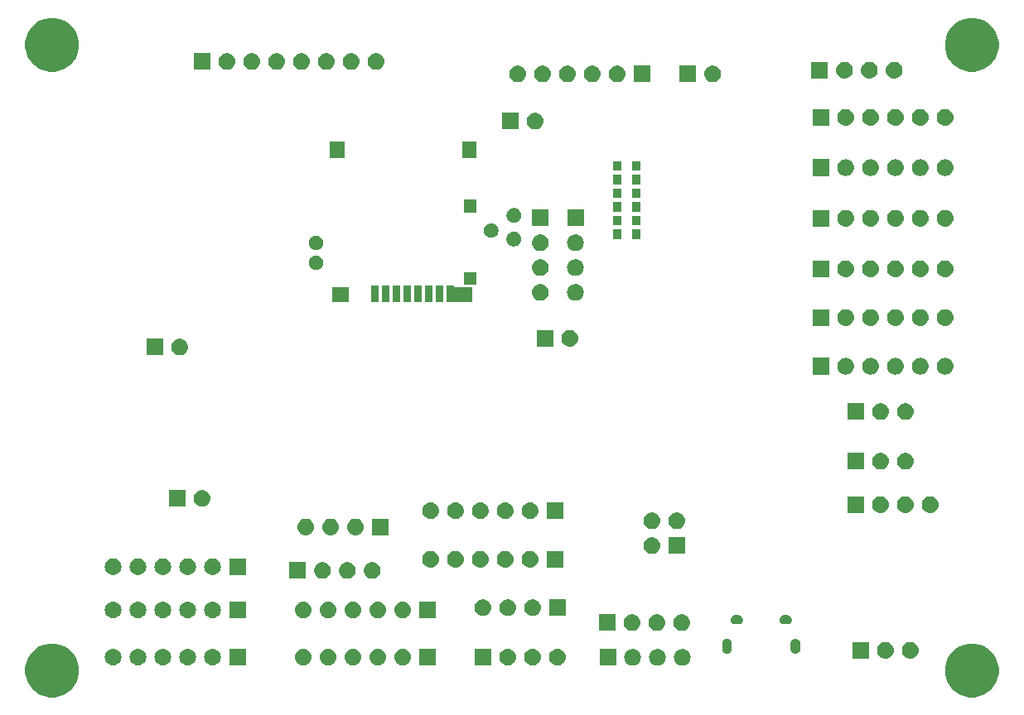
<source format=gbr>
G04 #@! TF.GenerationSoftware,KiCad,Pcbnew,(5.1.2)-1*
G04 #@! TF.CreationDate,2021-02-01T19:25:34-05:00*
G04 #@! TF.ProjectId,ZP-Breakout,5a502d42-7265-4616-9b6f-75742e6b6963,rev?*
G04 #@! TF.SameCoordinates,Original*
G04 #@! TF.FileFunction,Soldermask,Bot*
G04 #@! TF.FilePolarity,Negative*
%FSLAX46Y46*%
G04 Gerber Fmt 4.6, Leading zero omitted, Abs format (unit mm)*
G04 Created by KiCad (PCBNEW (5.1.2)-1) date 2021-02-01 19:25:34*
%MOMM*%
%LPD*%
G04 APERTURE LIST*
%ADD10C,0.150000*%
G04 APERTURE END LIST*
D10*
G36*
X53802144Y-151855680D02*
G01*
X54302612Y-152062981D01*
X54753022Y-152363935D01*
X55136065Y-152746978D01*
X55437019Y-153197388D01*
X55644320Y-153697856D01*
X55750000Y-154229147D01*
X55750000Y-154770853D01*
X55644320Y-155302144D01*
X55437019Y-155802612D01*
X55136065Y-156253022D01*
X54753022Y-156636065D01*
X54302612Y-156937019D01*
X53802144Y-157144320D01*
X53270853Y-157250000D01*
X52729147Y-157250000D01*
X52197856Y-157144320D01*
X51697388Y-156937019D01*
X51246978Y-156636065D01*
X50863935Y-156253022D01*
X50562981Y-155802612D01*
X50355680Y-155302144D01*
X50250000Y-154770853D01*
X50250000Y-154229147D01*
X50355680Y-153697856D01*
X50562981Y-153197388D01*
X50863935Y-152746978D01*
X51246978Y-152363935D01*
X51697388Y-152062981D01*
X52197856Y-151855680D01*
X52729147Y-151750000D01*
X53270853Y-151750000D01*
X53802144Y-151855680D01*
X53802144Y-151855680D01*
G37*
G36*
X147802144Y-151855680D02*
G01*
X148302612Y-152062981D01*
X148753022Y-152363935D01*
X149136065Y-152746978D01*
X149437019Y-153197388D01*
X149644320Y-153697856D01*
X149750000Y-154229147D01*
X149750000Y-154770853D01*
X149644320Y-155302144D01*
X149437019Y-155802612D01*
X149136065Y-156253022D01*
X148753022Y-156636065D01*
X148302612Y-156937019D01*
X147802144Y-157144320D01*
X147270853Y-157250000D01*
X146729147Y-157250000D01*
X146197856Y-157144320D01*
X145697388Y-156937019D01*
X145246978Y-156636065D01*
X144863935Y-156253022D01*
X144562981Y-155802612D01*
X144355680Y-155302144D01*
X144250000Y-154770853D01*
X144250000Y-154229147D01*
X144355680Y-153697856D01*
X144562981Y-153197388D01*
X144863935Y-152746978D01*
X145246978Y-152363935D01*
X145697388Y-152062981D01*
X146197856Y-151855680D01*
X146729147Y-151750000D01*
X147270853Y-151750000D01*
X147802144Y-151855680D01*
X147802144Y-151855680D01*
G37*
G36*
X117578127Y-152324299D02*
G01*
X117658242Y-152348601D01*
X117738355Y-152372903D01*
X117738357Y-152372904D01*
X117886018Y-152451831D01*
X118015449Y-152558051D01*
X118121669Y-152687482D01*
X118200596Y-152835143D01*
X118249201Y-152995373D01*
X118265612Y-153162000D01*
X118249201Y-153328627D01*
X118249200Y-153328629D01*
X118205602Y-153472357D01*
X118200596Y-153488857D01*
X118121669Y-153636518D01*
X118015449Y-153765949D01*
X117886018Y-153872169D01*
X117769226Y-153934596D01*
X117738355Y-153951097D01*
X117658242Y-153975398D01*
X117578127Y-153999701D01*
X117453252Y-154012000D01*
X117369748Y-154012000D01*
X117244873Y-153999701D01*
X117164758Y-153975398D01*
X117084645Y-153951097D01*
X117053774Y-153934596D01*
X116936982Y-153872169D01*
X116807551Y-153765949D01*
X116701331Y-153636518D01*
X116622404Y-153488857D01*
X116617399Y-153472357D01*
X116573800Y-153328629D01*
X116573799Y-153328627D01*
X116557388Y-153162000D01*
X116573799Y-152995373D01*
X116622404Y-152835143D01*
X116701331Y-152687482D01*
X116807551Y-152558051D01*
X116936982Y-152451831D01*
X117084643Y-152372904D01*
X117084645Y-152372903D01*
X117164758Y-152348601D01*
X117244873Y-152324299D01*
X117369748Y-152312000D01*
X117453252Y-152312000D01*
X117578127Y-152324299D01*
X117578127Y-152324299D01*
G37*
G36*
X110641500Y-154012000D02*
G01*
X108941500Y-154012000D01*
X108941500Y-152312000D01*
X110641500Y-152312000D01*
X110641500Y-154012000D01*
X110641500Y-154012000D01*
G37*
G36*
X112498127Y-152324299D02*
G01*
X112578242Y-152348601D01*
X112658355Y-152372903D01*
X112658357Y-152372904D01*
X112806018Y-152451831D01*
X112935449Y-152558051D01*
X113041669Y-152687482D01*
X113120596Y-152835143D01*
X113169201Y-152995373D01*
X113185612Y-153162000D01*
X113169201Y-153328627D01*
X113169200Y-153328629D01*
X113125602Y-153472357D01*
X113120596Y-153488857D01*
X113041669Y-153636518D01*
X112935449Y-153765949D01*
X112806018Y-153872169D01*
X112689226Y-153934596D01*
X112658355Y-153951097D01*
X112578242Y-153975398D01*
X112498127Y-153999701D01*
X112373252Y-154012000D01*
X112289748Y-154012000D01*
X112164873Y-153999701D01*
X112084758Y-153975398D01*
X112004645Y-153951097D01*
X111973774Y-153934596D01*
X111856982Y-153872169D01*
X111727551Y-153765949D01*
X111621331Y-153636518D01*
X111542404Y-153488857D01*
X111537399Y-153472357D01*
X111493800Y-153328629D01*
X111493799Y-153328627D01*
X111477388Y-153162000D01*
X111493799Y-152995373D01*
X111542404Y-152835143D01*
X111621331Y-152687482D01*
X111727551Y-152558051D01*
X111856982Y-152451831D01*
X112004643Y-152372904D01*
X112004645Y-152372903D01*
X112084758Y-152348601D01*
X112164873Y-152324299D01*
X112289748Y-152312000D01*
X112373252Y-152312000D01*
X112498127Y-152324299D01*
X112498127Y-152324299D01*
G37*
G36*
X115038127Y-152324299D02*
G01*
X115118242Y-152348601D01*
X115198355Y-152372903D01*
X115198357Y-152372904D01*
X115346018Y-152451831D01*
X115475449Y-152558051D01*
X115581669Y-152687482D01*
X115660596Y-152835143D01*
X115709201Y-152995373D01*
X115725612Y-153162000D01*
X115709201Y-153328627D01*
X115709200Y-153328629D01*
X115665602Y-153472357D01*
X115660596Y-153488857D01*
X115581669Y-153636518D01*
X115475449Y-153765949D01*
X115346018Y-153872169D01*
X115229226Y-153934596D01*
X115198355Y-153951097D01*
X115118242Y-153975398D01*
X115038127Y-153999701D01*
X114913252Y-154012000D01*
X114829748Y-154012000D01*
X114704873Y-153999701D01*
X114624758Y-153975398D01*
X114544645Y-153951097D01*
X114513774Y-153934596D01*
X114396982Y-153872169D01*
X114267551Y-153765949D01*
X114161331Y-153636518D01*
X114082404Y-153488857D01*
X114077399Y-153472357D01*
X114033800Y-153328629D01*
X114033799Y-153328627D01*
X114017388Y-153162000D01*
X114033799Y-152995373D01*
X114082404Y-152835143D01*
X114161331Y-152687482D01*
X114267551Y-152558051D01*
X114396982Y-152451831D01*
X114544643Y-152372904D01*
X114544645Y-152372903D01*
X114624758Y-152348601D01*
X114704873Y-152324299D01*
X114829748Y-152312000D01*
X114913252Y-152312000D01*
X115038127Y-152324299D01*
X115038127Y-152324299D01*
G37*
G36*
X64492127Y-152307799D02*
G01*
X64572242Y-152332101D01*
X64652355Y-152356403D01*
X64652357Y-152356404D01*
X64800018Y-152435331D01*
X64929449Y-152541551D01*
X65035668Y-152670981D01*
X65114597Y-152818645D01*
X65119602Y-152835145D01*
X65163201Y-152978873D01*
X65179612Y-153145500D01*
X65163201Y-153312127D01*
X65114596Y-153472357D01*
X65035669Y-153620018D01*
X64929449Y-153749449D01*
X64800018Y-153855669D01*
X64652357Y-153934596D01*
X64652355Y-153934597D01*
X64572242Y-153958899D01*
X64492127Y-153983201D01*
X64367252Y-153995500D01*
X64283748Y-153995500D01*
X64158873Y-153983201D01*
X64078758Y-153958899D01*
X63998645Y-153934597D01*
X63998643Y-153934596D01*
X63850982Y-153855669D01*
X63721551Y-153749449D01*
X63615331Y-153620018D01*
X63536404Y-153472357D01*
X63487799Y-153312127D01*
X63471388Y-153145500D01*
X63487799Y-152978873D01*
X63531398Y-152835145D01*
X63536403Y-152818645D01*
X63615332Y-152670981D01*
X63721551Y-152541551D01*
X63850982Y-152435331D01*
X63998643Y-152356404D01*
X63998645Y-152356403D01*
X64078758Y-152332101D01*
X64158873Y-152307799D01*
X64283748Y-152295500D01*
X64367252Y-152295500D01*
X64492127Y-152307799D01*
X64492127Y-152307799D01*
G37*
G36*
X102274627Y-152307799D02*
G01*
X102354742Y-152332101D01*
X102434855Y-152356403D01*
X102434857Y-152356404D01*
X102582518Y-152435331D01*
X102711949Y-152541551D01*
X102818168Y-152670981D01*
X102897097Y-152818645D01*
X102902102Y-152835145D01*
X102945701Y-152978873D01*
X102962112Y-153145500D01*
X102945701Y-153312127D01*
X102897096Y-153472357D01*
X102818169Y-153620018D01*
X102711949Y-153749449D01*
X102582518Y-153855669D01*
X102434857Y-153934596D01*
X102434855Y-153934597D01*
X102354742Y-153958899D01*
X102274627Y-153983201D01*
X102149752Y-153995500D01*
X102066248Y-153995500D01*
X101941373Y-153983201D01*
X101861258Y-153958899D01*
X101781145Y-153934597D01*
X101781143Y-153934596D01*
X101633482Y-153855669D01*
X101504051Y-153749449D01*
X101397831Y-153620018D01*
X101318904Y-153472357D01*
X101270299Y-153312127D01*
X101253888Y-153145500D01*
X101270299Y-152978873D01*
X101313898Y-152835145D01*
X101318903Y-152818645D01*
X101397832Y-152670981D01*
X101504051Y-152541551D01*
X101633482Y-152435331D01*
X101781143Y-152356404D01*
X101781145Y-152356403D01*
X101861258Y-152332101D01*
X101941373Y-152307799D01*
X102066248Y-152295500D01*
X102149752Y-152295500D01*
X102274627Y-152307799D01*
X102274627Y-152307799D01*
G37*
G36*
X99734627Y-152307799D02*
G01*
X99814742Y-152332101D01*
X99894855Y-152356403D01*
X99894857Y-152356404D01*
X100042518Y-152435331D01*
X100171949Y-152541551D01*
X100278168Y-152670981D01*
X100357097Y-152818645D01*
X100362102Y-152835145D01*
X100405701Y-152978873D01*
X100422112Y-153145500D01*
X100405701Y-153312127D01*
X100357096Y-153472357D01*
X100278169Y-153620018D01*
X100171949Y-153749449D01*
X100042518Y-153855669D01*
X99894857Y-153934596D01*
X99894855Y-153934597D01*
X99814742Y-153958899D01*
X99734627Y-153983201D01*
X99609752Y-153995500D01*
X99526248Y-153995500D01*
X99401373Y-153983201D01*
X99321258Y-153958899D01*
X99241145Y-153934597D01*
X99241143Y-153934596D01*
X99093482Y-153855669D01*
X98964051Y-153749449D01*
X98857831Y-153620018D01*
X98778904Y-153472357D01*
X98730299Y-153312127D01*
X98713888Y-153145500D01*
X98730299Y-152978873D01*
X98773898Y-152835145D01*
X98778903Y-152818645D01*
X98857832Y-152670981D01*
X98964051Y-152541551D01*
X99093482Y-152435331D01*
X99241143Y-152356404D01*
X99241145Y-152356403D01*
X99321258Y-152332101D01*
X99401373Y-152307799D01*
X99526248Y-152295500D01*
X99609752Y-152295500D01*
X99734627Y-152307799D01*
X99734627Y-152307799D01*
G37*
G36*
X97878000Y-153995500D02*
G01*
X96178000Y-153995500D01*
X96178000Y-152295500D01*
X97878000Y-152295500D01*
X97878000Y-153995500D01*
X97878000Y-153995500D01*
G37*
G36*
X89003127Y-152307799D02*
G01*
X89083242Y-152332101D01*
X89163355Y-152356403D01*
X89163357Y-152356404D01*
X89311018Y-152435331D01*
X89440449Y-152541551D01*
X89546668Y-152670981D01*
X89625597Y-152818645D01*
X89630602Y-152835145D01*
X89674201Y-152978873D01*
X89690612Y-153145500D01*
X89674201Y-153312127D01*
X89625596Y-153472357D01*
X89546669Y-153620018D01*
X89440449Y-153749449D01*
X89311018Y-153855669D01*
X89163357Y-153934596D01*
X89163355Y-153934597D01*
X89083242Y-153958899D01*
X89003127Y-153983201D01*
X88878252Y-153995500D01*
X88794748Y-153995500D01*
X88669873Y-153983201D01*
X88589758Y-153958899D01*
X88509645Y-153934597D01*
X88509643Y-153934596D01*
X88361982Y-153855669D01*
X88232551Y-153749449D01*
X88126331Y-153620018D01*
X88047404Y-153472357D01*
X87998799Y-153312127D01*
X87982388Y-153145500D01*
X87998799Y-152978873D01*
X88042398Y-152835145D01*
X88047403Y-152818645D01*
X88126332Y-152670981D01*
X88232551Y-152541551D01*
X88361982Y-152435331D01*
X88509643Y-152356404D01*
X88509645Y-152356403D01*
X88589758Y-152332101D01*
X88669873Y-152307799D01*
X88794748Y-152295500D01*
X88878252Y-152295500D01*
X89003127Y-152307799D01*
X89003127Y-152307799D01*
G37*
G36*
X83923127Y-152307799D02*
G01*
X84003242Y-152332101D01*
X84083355Y-152356403D01*
X84083357Y-152356404D01*
X84231018Y-152435331D01*
X84360449Y-152541551D01*
X84466668Y-152670981D01*
X84545597Y-152818645D01*
X84550602Y-152835145D01*
X84594201Y-152978873D01*
X84610612Y-153145500D01*
X84594201Y-153312127D01*
X84545596Y-153472357D01*
X84466669Y-153620018D01*
X84360449Y-153749449D01*
X84231018Y-153855669D01*
X84083357Y-153934596D01*
X84083355Y-153934597D01*
X84003242Y-153958899D01*
X83923127Y-153983201D01*
X83798252Y-153995500D01*
X83714748Y-153995500D01*
X83589873Y-153983201D01*
X83509758Y-153958899D01*
X83429645Y-153934597D01*
X83429643Y-153934596D01*
X83281982Y-153855669D01*
X83152551Y-153749449D01*
X83046331Y-153620018D01*
X82967404Y-153472357D01*
X82918799Y-153312127D01*
X82902388Y-153145500D01*
X82918799Y-152978873D01*
X82962398Y-152835145D01*
X82967403Y-152818645D01*
X83046332Y-152670981D01*
X83152551Y-152541551D01*
X83281982Y-152435331D01*
X83429643Y-152356404D01*
X83429645Y-152356403D01*
X83509758Y-152332101D01*
X83589873Y-152307799D01*
X83714748Y-152295500D01*
X83798252Y-152295500D01*
X83923127Y-152307799D01*
X83923127Y-152307799D01*
G37*
G36*
X72795500Y-153995500D02*
G01*
X71095500Y-153995500D01*
X71095500Y-152295500D01*
X72795500Y-152295500D01*
X72795500Y-153995500D01*
X72795500Y-153995500D01*
G37*
G36*
X78843127Y-152307799D02*
G01*
X78923242Y-152332101D01*
X79003355Y-152356403D01*
X79003357Y-152356404D01*
X79151018Y-152435331D01*
X79280449Y-152541551D01*
X79386668Y-152670981D01*
X79465597Y-152818645D01*
X79470602Y-152835145D01*
X79514201Y-152978873D01*
X79530612Y-153145500D01*
X79514201Y-153312127D01*
X79465596Y-153472357D01*
X79386669Y-153620018D01*
X79280449Y-153749449D01*
X79151018Y-153855669D01*
X79003357Y-153934596D01*
X79003355Y-153934597D01*
X78923242Y-153958899D01*
X78843127Y-153983201D01*
X78718252Y-153995500D01*
X78634748Y-153995500D01*
X78509873Y-153983201D01*
X78429758Y-153958899D01*
X78349645Y-153934597D01*
X78349643Y-153934596D01*
X78201982Y-153855669D01*
X78072551Y-153749449D01*
X77966331Y-153620018D01*
X77887404Y-153472357D01*
X77838799Y-153312127D01*
X77822388Y-153145500D01*
X77838799Y-152978873D01*
X77882398Y-152835145D01*
X77887403Y-152818645D01*
X77966332Y-152670981D01*
X78072551Y-152541551D01*
X78201982Y-152435331D01*
X78349643Y-152356404D01*
X78349645Y-152356403D01*
X78429758Y-152332101D01*
X78509873Y-152307799D01*
X78634748Y-152295500D01*
X78718252Y-152295500D01*
X78843127Y-152307799D01*
X78843127Y-152307799D01*
G37*
G36*
X59412127Y-152307799D02*
G01*
X59492242Y-152332101D01*
X59572355Y-152356403D01*
X59572357Y-152356404D01*
X59720018Y-152435331D01*
X59849449Y-152541551D01*
X59955668Y-152670981D01*
X60034597Y-152818645D01*
X60039602Y-152835145D01*
X60083201Y-152978873D01*
X60099612Y-153145500D01*
X60083201Y-153312127D01*
X60034596Y-153472357D01*
X59955669Y-153620018D01*
X59849449Y-153749449D01*
X59720018Y-153855669D01*
X59572357Y-153934596D01*
X59572355Y-153934597D01*
X59492242Y-153958899D01*
X59412127Y-153983201D01*
X59287252Y-153995500D01*
X59203748Y-153995500D01*
X59078873Y-153983201D01*
X58998758Y-153958899D01*
X58918645Y-153934597D01*
X58918643Y-153934596D01*
X58770982Y-153855669D01*
X58641551Y-153749449D01*
X58535331Y-153620018D01*
X58456404Y-153472357D01*
X58407799Y-153312127D01*
X58391388Y-153145500D01*
X58407799Y-152978873D01*
X58451398Y-152835145D01*
X58456403Y-152818645D01*
X58535332Y-152670981D01*
X58641551Y-152541551D01*
X58770982Y-152435331D01*
X58918643Y-152356404D01*
X58918645Y-152356403D01*
X58998758Y-152332101D01*
X59078873Y-152307799D01*
X59203748Y-152295500D01*
X59287252Y-152295500D01*
X59412127Y-152307799D01*
X59412127Y-152307799D01*
G37*
G36*
X61952127Y-152307799D02*
G01*
X62032242Y-152332101D01*
X62112355Y-152356403D01*
X62112357Y-152356404D01*
X62260018Y-152435331D01*
X62389449Y-152541551D01*
X62495668Y-152670981D01*
X62574597Y-152818645D01*
X62579602Y-152835145D01*
X62623201Y-152978873D01*
X62639612Y-153145500D01*
X62623201Y-153312127D01*
X62574596Y-153472357D01*
X62495669Y-153620018D01*
X62389449Y-153749449D01*
X62260018Y-153855669D01*
X62112357Y-153934596D01*
X62112355Y-153934597D01*
X62032242Y-153958899D01*
X61952127Y-153983201D01*
X61827252Y-153995500D01*
X61743748Y-153995500D01*
X61618873Y-153983201D01*
X61538758Y-153958899D01*
X61458645Y-153934597D01*
X61458643Y-153934596D01*
X61310982Y-153855669D01*
X61181551Y-153749449D01*
X61075331Y-153620018D01*
X60996404Y-153472357D01*
X60947799Y-153312127D01*
X60931388Y-153145500D01*
X60947799Y-152978873D01*
X60991398Y-152835145D01*
X60996403Y-152818645D01*
X61075332Y-152670981D01*
X61181551Y-152541551D01*
X61310982Y-152435331D01*
X61458643Y-152356404D01*
X61458645Y-152356403D01*
X61538758Y-152332101D01*
X61618873Y-152307799D01*
X61743748Y-152295500D01*
X61827252Y-152295500D01*
X61952127Y-152307799D01*
X61952127Y-152307799D01*
G37*
G36*
X67032127Y-152307799D02*
G01*
X67112242Y-152332101D01*
X67192355Y-152356403D01*
X67192357Y-152356404D01*
X67340018Y-152435331D01*
X67469449Y-152541551D01*
X67575668Y-152670981D01*
X67654597Y-152818645D01*
X67659602Y-152835145D01*
X67703201Y-152978873D01*
X67719612Y-153145500D01*
X67703201Y-153312127D01*
X67654596Y-153472357D01*
X67575669Y-153620018D01*
X67469449Y-153749449D01*
X67340018Y-153855669D01*
X67192357Y-153934596D01*
X67192355Y-153934597D01*
X67112242Y-153958899D01*
X67032127Y-153983201D01*
X66907252Y-153995500D01*
X66823748Y-153995500D01*
X66698873Y-153983201D01*
X66618758Y-153958899D01*
X66538645Y-153934597D01*
X66538643Y-153934596D01*
X66390982Y-153855669D01*
X66261551Y-153749449D01*
X66155331Y-153620018D01*
X66076404Y-153472357D01*
X66027799Y-153312127D01*
X66011388Y-153145500D01*
X66027799Y-152978873D01*
X66071398Y-152835145D01*
X66076403Y-152818645D01*
X66155332Y-152670981D01*
X66261551Y-152541551D01*
X66390982Y-152435331D01*
X66538643Y-152356404D01*
X66538645Y-152356403D01*
X66618758Y-152332101D01*
X66698873Y-152307799D01*
X66823748Y-152295500D01*
X66907252Y-152295500D01*
X67032127Y-152307799D01*
X67032127Y-152307799D01*
G37*
G36*
X69572127Y-152307799D02*
G01*
X69652242Y-152332101D01*
X69732355Y-152356403D01*
X69732357Y-152356404D01*
X69880018Y-152435331D01*
X70009449Y-152541551D01*
X70115668Y-152670981D01*
X70194597Y-152818645D01*
X70199602Y-152835145D01*
X70243201Y-152978873D01*
X70259612Y-153145500D01*
X70243201Y-153312127D01*
X70194596Y-153472357D01*
X70115669Y-153620018D01*
X70009449Y-153749449D01*
X69880018Y-153855669D01*
X69732357Y-153934596D01*
X69732355Y-153934597D01*
X69652242Y-153958899D01*
X69572127Y-153983201D01*
X69447252Y-153995500D01*
X69363748Y-153995500D01*
X69238873Y-153983201D01*
X69158758Y-153958899D01*
X69078645Y-153934597D01*
X69078643Y-153934596D01*
X68930982Y-153855669D01*
X68801551Y-153749449D01*
X68695331Y-153620018D01*
X68616404Y-153472357D01*
X68567799Y-153312127D01*
X68551388Y-153145500D01*
X68567799Y-152978873D01*
X68611398Y-152835145D01*
X68616403Y-152818645D01*
X68695332Y-152670981D01*
X68801551Y-152541551D01*
X68930982Y-152435331D01*
X69078643Y-152356404D01*
X69078645Y-152356403D01*
X69158758Y-152332101D01*
X69238873Y-152307799D01*
X69363748Y-152295500D01*
X69447252Y-152295500D01*
X69572127Y-152307799D01*
X69572127Y-152307799D01*
G37*
G36*
X86463127Y-152307799D02*
G01*
X86543242Y-152332101D01*
X86623355Y-152356403D01*
X86623357Y-152356404D01*
X86771018Y-152435331D01*
X86900449Y-152541551D01*
X87006668Y-152670981D01*
X87085597Y-152818645D01*
X87090602Y-152835145D01*
X87134201Y-152978873D01*
X87150612Y-153145500D01*
X87134201Y-153312127D01*
X87085596Y-153472357D01*
X87006669Y-153620018D01*
X86900449Y-153749449D01*
X86771018Y-153855669D01*
X86623357Y-153934596D01*
X86623355Y-153934597D01*
X86543242Y-153958899D01*
X86463127Y-153983201D01*
X86338252Y-153995500D01*
X86254748Y-153995500D01*
X86129873Y-153983201D01*
X86049758Y-153958899D01*
X85969645Y-153934597D01*
X85969643Y-153934596D01*
X85821982Y-153855669D01*
X85692551Y-153749449D01*
X85586331Y-153620018D01*
X85507404Y-153472357D01*
X85458799Y-153312127D01*
X85442388Y-153145500D01*
X85458799Y-152978873D01*
X85502398Y-152835145D01*
X85507403Y-152818645D01*
X85586332Y-152670981D01*
X85692551Y-152541551D01*
X85821982Y-152435331D01*
X85969643Y-152356404D01*
X85969645Y-152356403D01*
X86049758Y-152332101D01*
X86129873Y-152307799D01*
X86254748Y-152295500D01*
X86338252Y-152295500D01*
X86463127Y-152307799D01*
X86463127Y-152307799D01*
G37*
G36*
X92226500Y-153995500D02*
G01*
X90526500Y-153995500D01*
X90526500Y-152295500D01*
X92226500Y-152295500D01*
X92226500Y-153995500D01*
X92226500Y-153995500D01*
G37*
G36*
X104814627Y-152307799D02*
G01*
X104894742Y-152332101D01*
X104974855Y-152356403D01*
X104974857Y-152356404D01*
X105122518Y-152435331D01*
X105251949Y-152541551D01*
X105358168Y-152670981D01*
X105437097Y-152818645D01*
X105442102Y-152835145D01*
X105485701Y-152978873D01*
X105502112Y-153145500D01*
X105485701Y-153312127D01*
X105437096Y-153472357D01*
X105358169Y-153620018D01*
X105251949Y-153749449D01*
X105122518Y-153855669D01*
X104974857Y-153934596D01*
X104974855Y-153934597D01*
X104894742Y-153958899D01*
X104814627Y-153983201D01*
X104689752Y-153995500D01*
X104606248Y-153995500D01*
X104481373Y-153983201D01*
X104401258Y-153958899D01*
X104321145Y-153934597D01*
X104321143Y-153934596D01*
X104173482Y-153855669D01*
X104044051Y-153749449D01*
X103937831Y-153620018D01*
X103858904Y-153472357D01*
X103810299Y-153312127D01*
X103793888Y-153145500D01*
X103810299Y-152978873D01*
X103853898Y-152835145D01*
X103858903Y-152818645D01*
X103937832Y-152670981D01*
X104044051Y-152541551D01*
X104173482Y-152435331D01*
X104321143Y-152356404D01*
X104321145Y-152356403D01*
X104401258Y-152332101D01*
X104481373Y-152307799D01*
X104606248Y-152295500D01*
X104689752Y-152295500D01*
X104814627Y-152307799D01*
X104814627Y-152307799D01*
G37*
G36*
X81383127Y-152307799D02*
G01*
X81463242Y-152332101D01*
X81543355Y-152356403D01*
X81543357Y-152356404D01*
X81691018Y-152435331D01*
X81820449Y-152541551D01*
X81926668Y-152670981D01*
X82005597Y-152818645D01*
X82010602Y-152835145D01*
X82054201Y-152978873D01*
X82070612Y-153145500D01*
X82054201Y-153312127D01*
X82005596Y-153472357D01*
X81926669Y-153620018D01*
X81820449Y-153749449D01*
X81691018Y-153855669D01*
X81543357Y-153934596D01*
X81543355Y-153934597D01*
X81463242Y-153958899D01*
X81383127Y-153983201D01*
X81258252Y-153995500D01*
X81174748Y-153995500D01*
X81049873Y-153983201D01*
X80969758Y-153958899D01*
X80889645Y-153934597D01*
X80889643Y-153934596D01*
X80741982Y-153855669D01*
X80612551Y-153749449D01*
X80506331Y-153620018D01*
X80427404Y-153472357D01*
X80378799Y-153312127D01*
X80362388Y-153145500D01*
X80378799Y-152978873D01*
X80422398Y-152835145D01*
X80427403Y-152818645D01*
X80506332Y-152670981D01*
X80612551Y-152541551D01*
X80741982Y-152435331D01*
X80889643Y-152356404D01*
X80889645Y-152356403D01*
X80969758Y-152332101D01*
X81049873Y-152307799D01*
X81174748Y-152295500D01*
X81258252Y-152295500D01*
X81383127Y-152307799D01*
X81383127Y-152307799D01*
G37*
G36*
X138342627Y-151609299D02*
G01*
X138422742Y-151633601D01*
X138502855Y-151657903D01*
X138502857Y-151657904D01*
X138650518Y-151736831D01*
X138779949Y-151843051D01*
X138886169Y-151972482D01*
X138965096Y-152120143D01*
X139013701Y-152280373D01*
X139030112Y-152447000D01*
X139013701Y-152613627D01*
X138996303Y-152670981D01*
X138969854Y-152758174D01*
X138965096Y-152773857D01*
X138886169Y-152921518D01*
X138779949Y-153050949D01*
X138650518Y-153157169D01*
X138575274Y-153197388D01*
X138502855Y-153236097D01*
X138422742Y-153260398D01*
X138342627Y-153284701D01*
X138217752Y-153297000D01*
X138134248Y-153297000D01*
X138009373Y-153284701D01*
X137929258Y-153260398D01*
X137849145Y-153236097D01*
X137776726Y-153197388D01*
X137701482Y-153157169D01*
X137572051Y-153050949D01*
X137465831Y-152921518D01*
X137386904Y-152773857D01*
X137382147Y-152758174D01*
X137355697Y-152670981D01*
X137338299Y-152613627D01*
X137321888Y-152447000D01*
X137338299Y-152280373D01*
X137386904Y-152120143D01*
X137465831Y-151972482D01*
X137572051Y-151843051D01*
X137701482Y-151736831D01*
X137849143Y-151657904D01*
X137849145Y-151657903D01*
X137929258Y-151633602D01*
X138009373Y-151609299D01*
X138134248Y-151597000D01*
X138217752Y-151597000D01*
X138342627Y-151609299D01*
X138342627Y-151609299D01*
G37*
G36*
X136486000Y-153297000D02*
G01*
X134786000Y-153297000D01*
X134786000Y-151597000D01*
X136486000Y-151597000D01*
X136486000Y-153297000D01*
X136486000Y-153297000D01*
G37*
G36*
X140882627Y-151609299D02*
G01*
X140962742Y-151633601D01*
X141042855Y-151657903D01*
X141042857Y-151657904D01*
X141190518Y-151736831D01*
X141319949Y-151843051D01*
X141426169Y-151972482D01*
X141505096Y-152120143D01*
X141553701Y-152280373D01*
X141570112Y-152447000D01*
X141553701Y-152613627D01*
X141536303Y-152670981D01*
X141509854Y-152758174D01*
X141505096Y-152773857D01*
X141426169Y-152921518D01*
X141319949Y-153050949D01*
X141190518Y-153157169D01*
X141115274Y-153197388D01*
X141042855Y-153236097D01*
X140962742Y-153260398D01*
X140882627Y-153284701D01*
X140757752Y-153297000D01*
X140674248Y-153297000D01*
X140549373Y-153284701D01*
X140469258Y-153260398D01*
X140389145Y-153236097D01*
X140316726Y-153197388D01*
X140241482Y-153157169D01*
X140112051Y-153050949D01*
X140005831Y-152921518D01*
X139926904Y-152773857D01*
X139922147Y-152758174D01*
X139895697Y-152670981D01*
X139878299Y-152613627D01*
X139861888Y-152447000D01*
X139878299Y-152280373D01*
X139926904Y-152120143D01*
X140005831Y-151972482D01*
X140112051Y-151843051D01*
X140241482Y-151736831D01*
X140389143Y-151657904D01*
X140389145Y-151657903D01*
X140469258Y-151633602D01*
X140549373Y-151609299D01*
X140674248Y-151597000D01*
X140757752Y-151597000D01*
X140882627Y-151609299D01*
X140882627Y-151609299D01*
G37*
G36*
X122074014Y-151251234D02*
G01*
X122168269Y-151279826D01*
X122246214Y-151321489D01*
X122255129Y-151326254D01*
X122331264Y-151388736D01*
X122382542Y-151451219D01*
X122393747Y-151464872D01*
X122440174Y-151551730D01*
X122468766Y-151645985D01*
X122476000Y-151719436D01*
X122476000Y-152318564D01*
X122468766Y-152392015D01*
X122440174Y-152486270D01*
X122393747Y-152573128D01*
X122331264Y-152649264D01*
X122255128Y-152711747D01*
X122168270Y-152758174D01*
X122074015Y-152786766D01*
X121976000Y-152796419D01*
X121877986Y-152786766D01*
X121783731Y-152758174D01*
X121696873Y-152711747D01*
X121620737Y-152649264D01*
X121558255Y-152573130D01*
X121511825Y-152486268D01*
X121483234Y-152392015D01*
X121476000Y-152318564D01*
X121476000Y-151719437D01*
X121483234Y-151645986D01*
X121511826Y-151551731D01*
X121558253Y-151464873D01*
X121558254Y-151464871D01*
X121620736Y-151388736D01*
X121696871Y-151326254D01*
X121696870Y-151326254D01*
X121696872Y-151326253D01*
X121783730Y-151279826D01*
X121877985Y-151251234D01*
X121976000Y-151241581D01*
X122074014Y-151251234D01*
X122074014Y-151251234D01*
G37*
G36*
X129074014Y-151251234D02*
G01*
X129168269Y-151279826D01*
X129246214Y-151321489D01*
X129255129Y-151326254D01*
X129331264Y-151388736D01*
X129382542Y-151451219D01*
X129393747Y-151464872D01*
X129440174Y-151551730D01*
X129468766Y-151645985D01*
X129476000Y-151719436D01*
X129476000Y-152318564D01*
X129468766Y-152392015D01*
X129440174Y-152486270D01*
X129393747Y-152573128D01*
X129331264Y-152649264D01*
X129255128Y-152711747D01*
X129168270Y-152758174D01*
X129074015Y-152786766D01*
X128976000Y-152796419D01*
X128877986Y-152786766D01*
X128783731Y-152758174D01*
X128696873Y-152711747D01*
X128620737Y-152649264D01*
X128558255Y-152573130D01*
X128511825Y-152486268D01*
X128483234Y-152392015D01*
X128476000Y-152318564D01*
X128476000Y-151719437D01*
X128483234Y-151645986D01*
X128511826Y-151551731D01*
X128558253Y-151464873D01*
X128558254Y-151464871D01*
X128620736Y-151388736D01*
X128696871Y-151326254D01*
X128696870Y-151326254D01*
X128696872Y-151326253D01*
X128783730Y-151279826D01*
X128877985Y-151251234D01*
X128976000Y-151241581D01*
X129074014Y-151251234D01*
X129074014Y-151251234D01*
G37*
G36*
X117514627Y-148768299D02*
G01*
X117593313Y-148792168D01*
X117674855Y-148816903D01*
X117674857Y-148816904D01*
X117822518Y-148895831D01*
X117951949Y-149002051D01*
X118058169Y-149131482D01*
X118071916Y-149157201D01*
X118137097Y-149279145D01*
X118161398Y-149359258D01*
X118185701Y-149439373D01*
X118202112Y-149606000D01*
X118185701Y-149772627D01*
X118137096Y-149932857D01*
X118058169Y-150080518D01*
X117951949Y-150209949D01*
X117822518Y-150316169D01*
X117674857Y-150395096D01*
X117674855Y-150395097D01*
X117594742Y-150419398D01*
X117514627Y-150443701D01*
X117389752Y-150456000D01*
X117306248Y-150456000D01*
X117181373Y-150443701D01*
X117101258Y-150419398D01*
X117021145Y-150395097D01*
X117021143Y-150395096D01*
X116873482Y-150316169D01*
X116744051Y-150209949D01*
X116637831Y-150080518D01*
X116558904Y-149932857D01*
X116510299Y-149772627D01*
X116493888Y-149606000D01*
X116510299Y-149439373D01*
X116534602Y-149359258D01*
X116558903Y-149279145D01*
X116624084Y-149157201D01*
X116637831Y-149131482D01*
X116744051Y-149002051D01*
X116873482Y-148895831D01*
X117021143Y-148816904D01*
X117021145Y-148816903D01*
X117102687Y-148792168D01*
X117181373Y-148768299D01*
X117306248Y-148756000D01*
X117389752Y-148756000D01*
X117514627Y-148768299D01*
X117514627Y-148768299D01*
G37*
G36*
X110578000Y-150456000D02*
G01*
X108878000Y-150456000D01*
X108878000Y-148756000D01*
X110578000Y-148756000D01*
X110578000Y-150456000D01*
X110578000Y-150456000D01*
G37*
G36*
X112434627Y-148768299D02*
G01*
X112513313Y-148792168D01*
X112594855Y-148816903D01*
X112594857Y-148816904D01*
X112742518Y-148895831D01*
X112871949Y-149002051D01*
X112978169Y-149131482D01*
X112991916Y-149157201D01*
X113057097Y-149279145D01*
X113081398Y-149359258D01*
X113105701Y-149439373D01*
X113122112Y-149606000D01*
X113105701Y-149772627D01*
X113057096Y-149932857D01*
X112978169Y-150080518D01*
X112871949Y-150209949D01*
X112742518Y-150316169D01*
X112594857Y-150395096D01*
X112594855Y-150395097D01*
X112514742Y-150419398D01*
X112434627Y-150443701D01*
X112309752Y-150456000D01*
X112226248Y-150456000D01*
X112101373Y-150443701D01*
X112021258Y-150419398D01*
X111941145Y-150395097D01*
X111941143Y-150395096D01*
X111793482Y-150316169D01*
X111664051Y-150209949D01*
X111557831Y-150080518D01*
X111478904Y-149932857D01*
X111430299Y-149772627D01*
X111413888Y-149606000D01*
X111430299Y-149439373D01*
X111454602Y-149359258D01*
X111478903Y-149279145D01*
X111544084Y-149157201D01*
X111557831Y-149131482D01*
X111664051Y-149002051D01*
X111793482Y-148895831D01*
X111941143Y-148816904D01*
X111941145Y-148816903D01*
X112022687Y-148792168D01*
X112101373Y-148768299D01*
X112226248Y-148756000D01*
X112309752Y-148756000D01*
X112434627Y-148768299D01*
X112434627Y-148768299D01*
G37*
G36*
X114974627Y-148768299D02*
G01*
X115053313Y-148792168D01*
X115134855Y-148816903D01*
X115134857Y-148816904D01*
X115282518Y-148895831D01*
X115411949Y-149002051D01*
X115518169Y-149131482D01*
X115531916Y-149157201D01*
X115597097Y-149279145D01*
X115621398Y-149359258D01*
X115645701Y-149439373D01*
X115662112Y-149606000D01*
X115645701Y-149772627D01*
X115597096Y-149932857D01*
X115518169Y-150080518D01*
X115411949Y-150209949D01*
X115282518Y-150316169D01*
X115134857Y-150395096D01*
X115134855Y-150395097D01*
X115054742Y-150419398D01*
X114974627Y-150443701D01*
X114849752Y-150456000D01*
X114766248Y-150456000D01*
X114641373Y-150443701D01*
X114561258Y-150419398D01*
X114481145Y-150395097D01*
X114481143Y-150395096D01*
X114333482Y-150316169D01*
X114204051Y-150209949D01*
X114097831Y-150080518D01*
X114018904Y-149932857D01*
X113970299Y-149772627D01*
X113953888Y-149606000D01*
X113970299Y-149439373D01*
X113994602Y-149359258D01*
X114018903Y-149279145D01*
X114084084Y-149157201D01*
X114097831Y-149131482D01*
X114204051Y-149002051D01*
X114333482Y-148895831D01*
X114481143Y-148816904D01*
X114481145Y-148816903D01*
X114562687Y-148792168D01*
X114641373Y-148768299D01*
X114766248Y-148756000D01*
X114849752Y-148756000D01*
X114974627Y-148768299D01*
X114974627Y-148768299D01*
G37*
G36*
X123172593Y-148846291D02*
G01*
X123219116Y-148850873D01*
X123285359Y-148870967D01*
X123308658Y-148878035D01*
X123386453Y-148919618D01*
X123391173Y-148922141D01*
X123463501Y-148981499D01*
X123522859Y-149053827D01*
X123522860Y-149053829D01*
X123566965Y-149136342D01*
X123594127Y-149225885D01*
X123603298Y-149319000D01*
X123594127Y-149412115D01*
X123566965Y-149501658D01*
X123525382Y-149579453D01*
X123522859Y-149584173D01*
X123463501Y-149656501D01*
X123391173Y-149715859D01*
X123391171Y-149715860D01*
X123308658Y-149759965D01*
X123285359Y-149767033D01*
X123219116Y-149787127D01*
X123172593Y-149791709D01*
X123149333Y-149794000D01*
X122802667Y-149794000D01*
X122779407Y-149791709D01*
X122732884Y-149787127D01*
X122666641Y-149767033D01*
X122643342Y-149759965D01*
X122560829Y-149715860D01*
X122560827Y-149715859D01*
X122488499Y-149656501D01*
X122429141Y-149584173D01*
X122426618Y-149579453D01*
X122385035Y-149501658D01*
X122357873Y-149412115D01*
X122348702Y-149319000D01*
X122357873Y-149225885D01*
X122385035Y-149136342D01*
X122429140Y-149053829D01*
X122429141Y-149053827D01*
X122488499Y-148981499D01*
X122560827Y-148922141D01*
X122565547Y-148919618D01*
X122643342Y-148878035D01*
X122666641Y-148870967D01*
X122732884Y-148850873D01*
X122779407Y-148846291D01*
X122802667Y-148844000D01*
X123149333Y-148844000D01*
X123172593Y-148846291D01*
X123172593Y-148846291D01*
G37*
G36*
X128172593Y-148846291D02*
G01*
X128219116Y-148850873D01*
X128285359Y-148870967D01*
X128308658Y-148878035D01*
X128386453Y-148919618D01*
X128391173Y-148922141D01*
X128463501Y-148981499D01*
X128522859Y-149053827D01*
X128522860Y-149053829D01*
X128566965Y-149136342D01*
X128594127Y-149225885D01*
X128603298Y-149319000D01*
X128594127Y-149412115D01*
X128566965Y-149501658D01*
X128525382Y-149579453D01*
X128522859Y-149584173D01*
X128463501Y-149656501D01*
X128391173Y-149715859D01*
X128391171Y-149715860D01*
X128308658Y-149759965D01*
X128285359Y-149767033D01*
X128219116Y-149787127D01*
X128172593Y-149791709D01*
X128149333Y-149794000D01*
X127802667Y-149794000D01*
X127779407Y-149791709D01*
X127732884Y-149787127D01*
X127666641Y-149767033D01*
X127643342Y-149759965D01*
X127560829Y-149715860D01*
X127560827Y-149715859D01*
X127488499Y-149656501D01*
X127429141Y-149584173D01*
X127426618Y-149579453D01*
X127385035Y-149501658D01*
X127357873Y-149412115D01*
X127348702Y-149319000D01*
X127357873Y-149225885D01*
X127385035Y-149136342D01*
X127429140Y-149053829D01*
X127429141Y-149053827D01*
X127488499Y-148981499D01*
X127560827Y-148922141D01*
X127565547Y-148919618D01*
X127643342Y-148878035D01*
X127666641Y-148870967D01*
X127732884Y-148850873D01*
X127779407Y-148846291D01*
X127802667Y-148844000D01*
X128149333Y-148844000D01*
X128172593Y-148846291D01*
X128172593Y-148846291D01*
G37*
G36*
X64492127Y-147481799D02*
G01*
X64572242Y-147506102D01*
X64652355Y-147530403D01*
X64652357Y-147530404D01*
X64800018Y-147609331D01*
X64929449Y-147715551D01*
X65035669Y-147844982D01*
X65114596Y-147992643D01*
X65163201Y-148152873D01*
X65179612Y-148319500D01*
X65163201Y-148486127D01*
X65114596Y-148646357D01*
X65035669Y-148794018D01*
X64929449Y-148923449D01*
X64800018Y-149029669D01*
X64652357Y-149108596D01*
X64652355Y-149108597D01*
X64576915Y-149131481D01*
X64492127Y-149157201D01*
X64367252Y-149169500D01*
X64283748Y-149169500D01*
X64158873Y-149157201D01*
X64074085Y-149131481D01*
X63998645Y-149108597D01*
X63998643Y-149108596D01*
X63850982Y-149029669D01*
X63721551Y-148923449D01*
X63615331Y-148794018D01*
X63536404Y-148646357D01*
X63487799Y-148486127D01*
X63471388Y-148319500D01*
X63487799Y-148152873D01*
X63536404Y-147992643D01*
X63615331Y-147844982D01*
X63721551Y-147715551D01*
X63850982Y-147609331D01*
X63998643Y-147530404D01*
X63998645Y-147530403D01*
X64078758Y-147506102D01*
X64158873Y-147481799D01*
X64283748Y-147469500D01*
X64367252Y-147469500D01*
X64492127Y-147481799D01*
X64492127Y-147481799D01*
G37*
G36*
X81383127Y-147481799D02*
G01*
X81463242Y-147506102D01*
X81543355Y-147530403D01*
X81543357Y-147530404D01*
X81691018Y-147609331D01*
X81820449Y-147715551D01*
X81926669Y-147844982D01*
X82005596Y-147992643D01*
X82054201Y-148152873D01*
X82070612Y-148319500D01*
X82054201Y-148486127D01*
X82005596Y-148646357D01*
X81926669Y-148794018D01*
X81820449Y-148923449D01*
X81691018Y-149029669D01*
X81543357Y-149108596D01*
X81543355Y-149108597D01*
X81467915Y-149131481D01*
X81383127Y-149157201D01*
X81258252Y-149169500D01*
X81174748Y-149169500D01*
X81049873Y-149157201D01*
X80965085Y-149131481D01*
X80889645Y-149108597D01*
X80889643Y-149108596D01*
X80741982Y-149029669D01*
X80612551Y-148923449D01*
X80506331Y-148794018D01*
X80427404Y-148646357D01*
X80378799Y-148486127D01*
X80362388Y-148319500D01*
X80378799Y-148152873D01*
X80427404Y-147992643D01*
X80506331Y-147844982D01*
X80612551Y-147715551D01*
X80741982Y-147609331D01*
X80889643Y-147530404D01*
X80889645Y-147530403D01*
X80969758Y-147506102D01*
X81049873Y-147481799D01*
X81174748Y-147469500D01*
X81258252Y-147469500D01*
X81383127Y-147481799D01*
X81383127Y-147481799D01*
G37*
G36*
X83923127Y-147481799D02*
G01*
X84003242Y-147506102D01*
X84083355Y-147530403D01*
X84083357Y-147530404D01*
X84231018Y-147609331D01*
X84360449Y-147715551D01*
X84466669Y-147844982D01*
X84545596Y-147992643D01*
X84594201Y-148152873D01*
X84610612Y-148319500D01*
X84594201Y-148486127D01*
X84545596Y-148646357D01*
X84466669Y-148794018D01*
X84360449Y-148923449D01*
X84231018Y-149029669D01*
X84083357Y-149108596D01*
X84083355Y-149108597D01*
X84007915Y-149131481D01*
X83923127Y-149157201D01*
X83798252Y-149169500D01*
X83714748Y-149169500D01*
X83589873Y-149157201D01*
X83505085Y-149131481D01*
X83429645Y-149108597D01*
X83429643Y-149108596D01*
X83281982Y-149029669D01*
X83152551Y-148923449D01*
X83046331Y-148794018D01*
X82967404Y-148646357D01*
X82918799Y-148486127D01*
X82902388Y-148319500D01*
X82918799Y-148152873D01*
X82967404Y-147992643D01*
X83046331Y-147844982D01*
X83152551Y-147715551D01*
X83281982Y-147609331D01*
X83429643Y-147530404D01*
X83429645Y-147530403D01*
X83509758Y-147506102D01*
X83589873Y-147481799D01*
X83714748Y-147469500D01*
X83798252Y-147469500D01*
X83923127Y-147481799D01*
X83923127Y-147481799D01*
G37*
G36*
X86463127Y-147481799D02*
G01*
X86543242Y-147506102D01*
X86623355Y-147530403D01*
X86623357Y-147530404D01*
X86771018Y-147609331D01*
X86900449Y-147715551D01*
X87006669Y-147844982D01*
X87085596Y-147992643D01*
X87134201Y-148152873D01*
X87150612Y-148319500D01*
X87134201Y-148486127D01*
X87085596Y-148646357D01*
X87006669Y-148794018D01*
X86900449Y-148923449D01*
X86771018Y-149029669D01*
X86623357Y-149108596D01*
X86623355Y-149108597D01*
X86547915Y-149131481D01*
X86463127Y-149157201D01*
X86338252Y-149169500D01*
X86254748Y-149169500D01*
X86129873Y-149157201D01*
X86045085Y-149131481D01*
X85969645Y-149108597D01*
X85969643Y-149108596D01*
X85821982Y-149029669D01*
X85692551Y-148923449D01*
X85586331Y-148794018D01*
X85507404Y-148646357D01*
X85458799Y-148486127D01*
X85442388Y-148319500D01*
X85458799Y-148152873D01*
X85507404Y-147992643D01*
X85586331Y-147844982D01*
X85692551Y-147715551D01*
X85821982Y-147609331D01*
X85969643Y-147530404D01*
X85969645Y-147530403D01*
X86049758Y-147506102D01*
X86129873Y-147481799D01*
X86254748Y-147469500D01*
X86338252Y-147469500D01*
X86463127Y-147481799D01*
X86463127Y-147481799D01*
G37*
G36*
X78843127Y-147481799D02*
G01*
X78923242Y-147506102D01*
X79003355Y-147530403D01*
X79003357Y-147530404D01*
X79151018Y-147609331D01*
X79280449Y-147715551D01*
X79386669Y-147844982D01*
X79465596Y-147992643D01*
X79514201Y-148152873D01*
X79530612Y-148319500D01*
X79514201Y-148486127D01*
X79465596Y-148646357D01*
X79386669Y-148794018D01*
X79280449Y-148923449D01*
X79151018Y-149029669D01*
X79003357Y-149108596D01*
X79003355Y-149108597D01*
X78927915Y-149131481D01*
X78843127Y-149157201D01*
X78718252Y-149169500D01*
X78634748Y-149169500D01*
X78509873Y-149157201D01*
X78425085Y-149131481D01*
X78349645Y-149108597D01*
X78349643Y-149108596D01*
X78201982Y-149029669D01*
X78072551Y-148923449D01*
X77966331Y-148794018D01*
X77887404Y-148646357D01*
X77838799Y-148486127D01*
X77822388Y-148319500D01*
X77838799Y-148152873D01*
X77887404Y-147992643D01*
X77966331Y-147844982D01*
X78072551Y-147715551D01*
X78201982Y-147609331D01*
X78349643Y-147530404D01*
X78349645Y-147530403D01*
X78429758Y-147506102D01*
X78509873Y-147481799D01*
X78634748Y-147469500D01*
X78718252Y-147469500D01*
X78843127Y-147481799D01*
X78843127Y-147481799D01*
G37*
G36*
X92226500Y-149169500D02*
G01*
X90526500Y-149169500D01*
X90526500Y-147469500D01*
X92226500Y-147469500D01*
X92226500Y-149169500D01*
X92226500Y-149169500D01*
G37*
G36*
X72795500Y-149169500D02*
G01*
X71095500Y-149169500D01*
X71095500Y-147469500D01*
X72795500Y-147469500D01*
X72795500Y-149169500D01*
X72795500Y-149169500D01*
G37*
G36*
X69572127Y-147481799D02*
G01*
X69652242Y-147506102D01*
X69732355Y-147530403D01*
X69732357Y-147530404D01*
X69880018Y-147609331D01*
X70009449Y-147715551D01*
X70115669Y-147844982D01*
X70194596Y-147992643D01*
X70243201Y-148152873D01*
X70259612Y-148319500D01*
X70243201Y-148486127D01*
X70194596Y-148646357D01*
X70115669Y-148794018D01*
X70009449Y-148923449D01*
X69880018Y-149029669D01*
X69732357Y-149108596D01*
X69732355Y-149108597D01*
X69656915Y-149131481D01*
X69572127Y-149157201D01*
X69447252Y-149169500D01*
X69363748Y-149169500D01*
X69238873Y-149157201D01*
X69154085Y-149131481D01*
X69078645Y-149108597D01*
X69078643Y-149108596D01*
X68930982Y-149029669D01*
X68801551Y-148923449D01*
X68695331Y-148794018D01*
X68616404Y-148646357D01*
X68567799Y-148486127D01*
X68551388Y-148319500D01*
X68567799Y-148152873D01*
X68616404Y-147992643D01*
X68695331Y-147844982D01*
X68801551Y-147715551D01*
X68930982Y-147609331D01*
X69078643Y-147530404D01*
X69078645Y-147530403D01*
X69158758Y-147506102D01*
X69238873Y-147481799D01*
X69363748Y-147469500D01*
X69447252Y-147469500D01*
X69572127Y-147481799D01*
X69572127Y-147481799D01*
G37*
G36*
X59412127Y-147481799D02*
G01*
X59492242Y-147506102D01*
X59572355Y-147530403D01*
X59572357Y-147530404D01*
X59720018Y-147609331D01*
X59849449Y-147715551D01*
X59955669Y-147844982D01*
X60034596Y-147992643D01*
X60083201Y-148152873D01*
X60099612Y-148319500D01*
X60083201Y-148486127D01*
X60034596Y-148646357D01*
X59955669Y-148794018D01*
X59849449Y-148923449D01*
X59720018Y-149029669D01*
X59572357Y-149108596D01*
X59572355Y-149108597D01*
X59496915Y-149131481D01*
X59412127Y-149157201D01*
X59287252Y-149169500D01*
X59203748Y-149169500D01*
X59078873Y-149157201D01*
X58994085Y-149131481D01*
X58918645Y-149108597D01*
X58918643Y-149108596D01*
X58770982Y-149029669D01*
X58641551Y-148923449D01*
X58535331Y-148794018D01*
X58456404Y-148646357D01*
X58407799Y-148486127D01*
X58391388Y-148319500D01*
X58407799Y-148152873D01*
X58456404Y-147992643D01*
X58535331Y-147844982D01*
X58641551Y-147715551D01*
X58770982Y-147609331D01*
X58918643Y-147530404D01*
X58918645Y-147530403D01*
X58998758Y-147506102D01*
X59078873Y-147481799D01*
X59203748Y-147469500D01*
X59287252Y-147469500D01*
X59412127Y-147481799D01*
X59412127Y-147481799D01*
G37*
G36*
X61952127Y-147481799D02*
G01*
X62032242Y-147506102D01*
X62112355Y-147530403D01*
X62112357Y-147530404D01*
X62260018Y-147609331D01*
X62389449Y-147715551D01*
X62495669Y-147844982D01*
X62574596Y-147992643D01*
X62623201Y-148152873D01*
X62639612Y-148319500D01*
X62623201Y-148486127D01*
X62574596Y-148646357D01*
X62495669Y-148794018D01*
X62389449Y-148923449D01*
X62260018Y-149029669D01*
X62112357Y-149108596D01*
X62112355Y-149108597D01*
X62036915Y-149131481D01*
X61952127Y-149157201D01*
X61827252Y-149169500D01*
X61743748Y-149169500D01*
X61618873Y-149157201D01*
X61534085Y-149131481D01*
X61458645Y-149108597D01*
X61458643Y-149108596D01*
X61310982Y-149029669D01*
X61181551Y-148923449D01*
X61075331Y-148794018D01*
X60996404Y-148646357D01*
X60947799Y-148486127D01*
X60931388Y-148319500D01*
X60947799Y-148152873D01*
X60996404Y-147992643D01*
X61075331Y-147844982D01*
X61181551Y-147715551D01*
X61310982Y-147609331D01*
X61458643Y-147530404D01*
X61458645Y-147530403D01*
X61538758Y-147506102D01*
X61618873Y-147481799D01*
X61743748Y-147469500D01*
X61827252Y-147469500D01*
X61952127Y-147481799D01*
X61952127Y-147481799D01*
G37*
G36*
X67032127Y-147481799D02*
G01*
X67112242Y-147506102D01*
X67192355Y-147530403D01*
X67192357Y-147530404D01*
X67340018Y-147609331D01*
X67469449Y-147715551D01*
X67575669Y-147844982D01*
X67654596Y-147992643D01*
X67703201Y-148152873D01*
X67719612Y-148319500D01*
X67703201Y-148486127D01*
X67654596Y-148646357D01*
X67575669Y-148794018D01*
X67469449Y-148923449D01*
X67340018Y-149029669D01*
X67192357Y-149108596D01*
X67192355Y-149108597D01*
X67116915Y-149131481D01*
X67032127Y-149157201D01*
X66907252Y-149169500D01*
X66823748Y-149169500D01*
X66698873Y-149157201D01*
X66614085Y-149131481D01*
X66538645Y-149108597D01*
X66538643Y-149108596D01*
X66390982Y-149029669D01*
X66261551Y-148923449D01*
X66155331Y-148794018D01*
X66076404Y-148646357D01*
X66027799Y-148486127D01*
X66011388Y-148319500D01*
X66027799Y-148152873D01*
X66076404Y-147992643D01*
X66155331Y-147844982D01*
X66261551Y-147715551D01*
X66390982Y-147609331D01*
X66538643Y-147530404D01*
X66538645Y-147530403D01*
X66618758Y-147506102D01*
X66698873Y-147481799D01*
X66823748Y-147469500D01*
X66907252Y-147469500D01*
X67032127Y-147481799D01*
X67032127Y-147481799D01*
G37*
G36*
X89003127Y-147481799D02*
G01*
X89083242Y-147506102D01*
X89163355Y-147530403D01*
X89163357Y-147530404D01*
X89311018Y-147609331D01*
X89440449Y-147715551D01*
X89546669Y-147844982D01*
X89625596Y-147992643D01*
X89674201Y-148152873D01*
X89690612Y-148319500D01*
X89674201Y-148486127D01*
X89625596Y-148646357D01*
X89546669Y-148794018D01*
X89440449Y-148923449D01*
X89311018Y-149029669D01*
X89163357Y-149108596D01*
X89163355Y-149108597D01*
X89087915Y-149131481D01*
X89003127Y-149157201D01*
X88878252Y-149169500D01*
X88794748Y-149169500D01*
X88669873Y-149157201D01*
X88585085Y-149131481D01*
X88509645Y-149108597D01*
X88509643Y-149108596D01*
X88361982Y-149029669D01*
X88232551Y-148923449D01*
X88126331Y-148794018D01*
X88047404Y-148646357D01*
X87998799Y-148486127D01*
X87982388Y-148319500D01*
X87998799Y-148152873D01*
X88047404Y-147992643D01*
X88126331Y-147844982D01*
X88232551Y-147715551D01*
X88361982Y-147609331D01*
X88509643Y-147530404D01*
X88509645Y-147530403D01*
X88589758Y-147506102D01*
X88669873Y-147481799D01*
X88794748Y-147469500D01*
X88878252Y-147469500D01*
X89003127Y-147481799D01*
X89003127Y-147481799D01*
G37*
G36*
X102274627Y-147244299D02*
G01*
X102354742Y-147268602D01*
X102434855Y-147292903D01*
X102434857Y-147292904D01*
X102582518Y-147371831D01*
X102711949Y-147478051D01*
X102818169Y-147607482D01*
X102897096Y-147755143D01*
X102945701Y-147915373D01*
X102962112Y-148082000D01*
X102945701Y-148248627D01*
X102897096Y-148408857D01*
X102818169Y-148556518D01*
X102711949Y-148685949D01*
X102582518Y-148792169D01*
X102472691Y-148850873D01*
X102434855Y-148871097D01*
X102354742Y-148895398D01*
X102274627Y-148919701D01*
X102149752Y-148932000D01*
X102066248Y-148932000D01*
X101941373Y-148919701D01*
X101861258Y-148895398D01*
X101781145Y-148871097D01*
X101743309Y-148850873D01*
X101633482Y-148792169D01*
X101504051Y-148685949D01*
X101397831Y-148556518D01*
X101318904Y-148408857D01*
X101270299Y-148248627D01*
X101253888Y-148082000D01*
X101270299Y-147915373D01*
X101318904Y-147755143D01*
X101397831Y-147607482D01*
X101504051Y-147478051D01*
X101633482Y-147371831D01*
X101781143Y-147292904D01*
X101781145Y-147292903D01*
X101861258Y-147268601D01*
X101941373Y-147244299D01*
X102066248Y-147232000D01*
X102149752Y-147232000D01*
X102274627Y-147244299D01*
X102274627Y-147244299D01*
G37*
G36*
X105498000Y-148932000D02*
G01*
X103798000Y-148932000D01*
X103798000Y-147232000D01*
X105498000Y-147232000D01*
X105498000Y-148932000D01*
X105498000Y-148932000D01*
G37*
G36*
X99734627Y-147244299D02*
G01*
X99814742Y-147268602D01*
X99894855Y-147292903D01*
X99894857Y-147292904D01*
X100042518Y-147371831D01*
X100171949Y-147478051D01*
X100278169Y-147607482D01*
X100357096Y-147755143D01*
X100405701Y-147915373D01*
X100422112Y-148082000D01*
X100405701Y-148248627D01*
X100357096Y-148408857D01*
X100278169Y-148556518D01*
X100171949Y-148685949D01*
X100042518Y-148792169D01*
X99932691Y-148850873D01*
X99894855Y-148871097D01*
X99814742Y-148895398D01*
X99734627Y-148919701D01*
X99609752Y-148932000D01*
X99526248Y-148932000D01*
X99401373Y-148919701D01*
X99321258Y-148895398D01*
X99241145Y-148871097D01*
X99203309Y-148850873D01*
X99093482Y-148792169D01*
X98964051Y-148685949D01*
X98857831Y-148556518D01*
X98778904Y-148408857D01*
X98730299Y-148248627D01*
X98713888Y-148082000D01*
X98730299Y-147915373D01*
X98778904Y-147755143D01*
X98857831Y-147607482D01*
X98964051Y-147478051D01*
X99093482Y-147371831D01*
X99241143Y-147292904D01*
X99241145Y-147292903D01*
X99321258Y-147268601D01*
X99401373Y-147244299D01*
X99526248Y-147232000D01*
X99609752Y-147232000D01*
X99734627Y-147244299D01*
X99734627Y-147244299D01*
G37*
G36*
X97194627Y-147244299D02*
G01*
X97274742Y-147268602D01*
X97354855Y-147292903D01*
X97354857Y-147292904D01*
X97502518Y-147371831D01*
X97631949Y-147478051D01*
X97738169Y-147607482D01*
X97817096Y-147755143D01*
X97865701Y-147915373D01*
X97882112Y-148082000D01*
X97865701Y-148248627D01*
X97817096Y-148408857D01*
X97738169Y-148556518D01*
X97631949Y-148685949D01*
X97502518Y-148792169D01*
X97392691Y-148850873D01*
X97354855Y-148871097D01*
X97274742Y-148895398D01*
X97194627Y-148919701D01*
X97069752Y-148932000D01*
X96986248Y-148932000D01*
X96861373Y-148919701D01*
X96781258Y-148895398D01*
X96701145Y-148871097D01*
X96663309Y-148850873D01*
X96553482Y-148792169D01*
X96424051Y-148685949D01*
X96317831Y-148556518D01*
X96238904Y-148408857D01*
X96190299Y-148248627D01*
X96173888Y-148082000D01*
X96190299Y-147915373D01*
X96238904Y-147755143D01*
X96317831Y-147607482D01*
X96424051Y-147478051D01*
X96553482Y-147371831D01*
X96701143Y-147292904D01*
X96701145Y-147292903D01*
X96781258Y-147268601D01*
X96861373Y-147244299D01*
X96986248Y-147232000D01*
X97069752Y-147232000D01*
X97194627Y-147244299D01*
X97194627Y-147244299D01*
G37*
G36*
X78955000Y-145122000D02*
G01*
X77255000Y-145122000D01*
X77255000Y-143422000D01*
X78955000Y-143422000D01*
X78955000Y-145122000D01*
X78955000Y-145122000D01*
G37*
G36*
X85891627Y-143434299D02*
G01*
X85971742Y-143458601D01*
X86051855Y-143482903D01*
X86051857Y-143482904D01*
X86199518Y-143561831D01*
X86328949Y-143668051D01*
X86435169Y-143797482D01*
X86514096Y-143945143D01*
X86514097Y-143945145D01*
X86538399Y-144025258D01*
X86562701Y-144105373D01*
X86579112Y-144272000D01*
X86562701Y-144438627D01*
X86514096Y-144598857D01*
X86435169Y-144746518D01*
X86328949Y-144875949D01*
X86199518Y-144982169D01*
X86051857Y-145061096D01*
X86051855Y-145061097D01*
X85971742Y-145085399D01*
X85891627Y-145109701D01*
X85766752Y-145122000D01*
X85683248Y-145122000D01*
X85558373Y-145109701D01*
X85478258Y-145085398D01*
X85398145Y-145061097D01*
X85398143Y-145061096D01*
X85250482Y-144982169D01*
X85121051Y-144875949D01*
X85014831Y-144746518D01*
X84935904Y-144598857D01*
X84887299Y-144438627D01*
X84870888Y-144272000D01*
X84887299Y-144105373D01*
X84911601Y-144025258D01*
X84935903Y-143945145D01*
X84935904Y-143945143D01*
X85014831Y-143797482D01*
X85121051Y-143668051D01*
X85250482Y-143561831D01*
X85398143Y-143482904D01*
X85398145Y-143482903D01*
X85478258Y-143458601D01*
X85558373Y-143434299D01*
X85683248Y-143422000D01*
X85766752Y-143422000D01*
X85891627Y-143434299D01*
X85891627Y-143434299D01*
G37*
G36*
X83351627Y-143434299D02*
G01*
X83431742Y-143458601D01*
X83511855Y-143482903D01*
X83511857Y-143482904D01*
X83659518Y-143561831D01*
X83788949Y-143668051D01*
X83895169Y-143797482D01*
X83974096Y-143945143D01*
X83974097Y-143945145D01*
X83998399Y-144025258D01*
X84022701Y-144105373D01*
X84039112Y-144272000D01*
X84022701Y-144438627D01*
X83974096Y-144598857D01*
X83895169Y-144746518D01*
X83788949Y-144875949D01*
X83659518Y-144982169D01*
X83511857Y-145061096D01*
X83511855Y-145061097D01*
X83431742Y-145085399D01*
X83351627Y-145109701D01*
X83226752Y-145122000D01*
X83143248Y-145122000D01*
X83018373Y-145109701D01*
X82938258Y-145085398D01*
X82858145Y-145061097D01*
X82858143Y-145061096D01*
X82710482Y-144982169D01*
X82581051Y-144875949D01*
X82474831Y-144746518D01*
X82395904Y-144598857D01*
X82347299Y-144438627D01*
X82330888Y-144272000D01*
X82347299Y-144105373D01*
X82371601Y-144025258D01*
X82395903Y-143945145D01*
X82395904Y-143945143D01*
X82474831Y-143797482D01*
X82581051Y-143668051D01*
X82710482Y-143561831D01*
X82858143Y-143482904D01*
X82858145Y-143482903D01*
X82938258Y-143458601D01*
X83018373Y-143434299D01*
X83143248Y-143422000D01*
X83226752Y-143422000D01*
X83351627Y-143434299D01*
X83351627Y-143434299D01*
G37*
G36*
X80811627Y-143434299D02*
G01*
X80891742Y-143458601D01*
X80971855Y-143482903D01*
X80971857Y-143482904D01*
X81119518Y-143561831D01*
X81248949Y-143668051D01*
X81355169Y-143797482D01*
X81434096Y-143945143D01*
X81434097Y-143945145D01*
X81458399Y-144025258D01*
X81482701Y-144105373D01*
X81499112Y-144272000D01*
X81482701Y-144438627D01*
X81434096Y-144598857D01*
X81355169Y-144746518D01*
X81248949Y-144875949D01*
X81119518Y-144982169D01*
X80971857Y-145061096D01*
X80971855Y-145061097D01*
X80891742Y-145085399D01*
X80811627Y-145109701D01*
X80686752Y-145122000D01*
X80603248Y-145122000D01*
X80478373Y-145109701D01*
X80398258Y-145085398D01*
X80318145Y-145061097D01*
X80318143Y-145061096D01*
X80170482Y-144982169D01*
X80041051Y-144875949D01*
X79934831Y-144746518D01*
X79855904Y-144598857D01*
X79807299Y-144438627D01*
X79790888Y-144272000D01*
X79807299Y-144105373D01*
X79831601Y-144025258D01*
X79855903Y-143945145D01*
X79855904Y-143945143D01*
X79934831Y-143797482D01*
X80041051Y-143668051D01*
X80170482Y-143561831D01*
X80318143Y-143482904D01*
X80318145Y-143482903D01*
X80398258Y-143458601D01*
X80478373Y-143434299D01*
X80603248Y-143422000D01*
X80686752Y-143422000D01*
X80811627Y-143434299D01*
X80811627Y-143434299D01*
G37*
G36*
X72795500Y-144741000D02*
G01*
X71095500Y-144741000D01*
X71095500Y-143041000D01*
X72795500Y-143041000D01*
X72795500Y-144741000D01*
X72795500Y-144741000D01*
G37*
G36*
X67032127Y-143053299D02*
G01*
X67112242Y-143077601D01*
X67192355Y-143101903D01*
X67192357Y-143101904D01*
X67340018Y-143180831D01*
X67469449Y-143287051D01*
X67575669Y-143416482D01*
X67654596Y-143564143D01*
X67703201Y-143724373D01*
X67719612Y-143891000D01*
X67703201Y-144057627D01*
X67654596Y-144217857D01*
X67575669Y-144365518D01*
X67469449Y-144494949D01*
X67340018Y-144601169D01*
X67192357Y-144680096D01*
X67192355Y-144680097D01*
X67112242Y-144704399D01*
X67032127Y-144728701D01*
X66907252Y-144741000D01*
X66823748Y-144741000D01*
X66698873Y-144728701D01*
X66618758Y-144704399D01*
X66538645Y-144680097D01*
X66538643Y-144680096D01*
X66390982Y-144601169D01*
X66261551Y-144494949D01*
X66155331Y-144365518D01*
X66076404Y-144217857D01*
X66027799Y-144057627D01*
X66011388Y-143891000D01*
X66027799Y-143724373D01*
X66076404Y-143564143D01*
X66155331Y-143416482D01*
X66261551Y-143287051D01*
X66390982Y-143180831D01*
X66538643Y-143101904D01*
X66538645Y-143101903D01*
X66618758Y-143077601D01*
X66698873Y-143053299D01*
X66823748Y-143041000D01*
X66907252Y-143041000D01*
X67032127Y-143053299D01*
X67032127Y-143053299D01*
G37*
G36*
X69572127Y-143053299D02*
G01*
X69652242Y-143077601D01*
X69732355Y-143101903D01*
X69732357Y-143101904D01*
X69880018Y-143180831D01*
X70009449Y-143287051D01*
X70115669Y-143416482D01*
X70194596Y-143564143D01*
X70243201Y-143724373D01*
X70259612Y-143891000D01*
X70243201Y-144057627D01*
X70194596Y-144217857D01*
X70115669Y-144365518D01*
X70009449Y-144494949D01*
X69880018Y-144601169D01*
X69732357Y-144680096D01*
X69732355Y-144680097D01*
X69652242Y-144704399D01*
X69572127Y-144728701D01*
X69447252Y-144741000D01*
X69363748Y-144741000D01*
X69238873Y-144728701D01*
X69158758Y-144704399D01*
X69078645Y-144680097D01*
X69078643Y-144680096D01*
X68930982Y-144601169D01*
X68801551Y-144494949D01*
X68695331Y-144365518D01*
X68616404Y-144217857D01*
X68567799Y-144057627D01*
X68551388Y-143891000D01*
X68567799Y-143724373D01*
X68616404Y-143564143D01*
X68695331Y-143416482D01*
X68801551Y-143287051D01*
X68930982Y-143180831D01*
X69078643Y-143101904D01*
X69078645Y-143101903D01*
X69158758Y-143077601D01*
X69238873Y-143053299D01*
X69363748Y-143041000D01*
X69447252Y-143041000D01*
X69572127Y-143053299D01*
X69572127Y-143053299D01*
G37*
G36*
X64492127Y-143053299D02*
G01*
X64572242Y-143077601D01*
X64652355Y-143101903D01*
X64652357Y-143101904D01*
X64800018Y-143180831D01*
X64929449Y-143287051D01*
X65035669Y-143416482D01*
X65114596Y-143564143D01*
X65163201Y-143724373D01*
X65179612Y-143891000D01*
X65163201Y-144057627D01*
X65114596Y-144217857D01*
X65035669Y-144365518D01*
X64929449Y-144494949D01*
X64800018Y-144601169D01*
X64652357Y-144680096D01*
X64652355Y-144680097D01*
X64572242Y-144704399D01*
X64492127Y-144728701D01*
X64367252Y-144741000D01*
X64283748Y-144741000D01*
X64158873Y-144728701D01*
X64078758Y-144704399D01*
X63998645Y-144680097D01*
X63998643Y-144680096D01*
X63850982Y-144601169D01*
X63721551Y-144494949D01*
X63615331Y-144365518D01*
X63536404Y-144217857D01*
X63487799Y-144057627D01*
X63471388Y-143891000D01*
X63487799Y-143724373D01*
X63536404Y-143564143D01*
X63615331Y-143416482D01*
X63721551Y-143287051D01*
X63850982Y-143180831D01*
X63998643Y-143101904D01*
X63998645Y-143101903D01*
X64078758Y-143077601D01*
X64158873Y-143053299D01*
X64283748Y-143041000D01*
X64367252Y-143041000D01*
X64492127Y-143053299D01*
X64492127Y-143053299D01*
G37*
G36*
X61952127Y-143053299D02*
G01*
X62032242Y-143077601D01*
X62112355Y-143101903D01*
X62112357Y-143101904D01*
X62260018Y-143180831D01*
X62389449Y-143287051D01*
X62495669Y-143416482D01*
X62574596Y-143564143D01*
X62623201Y-143724373D01*
X62639612Y-143891000D01*
X62623201Y-144057627D01*
X62574596Y-144217857D01*
X62495669Y-144365518D01*
X62389449Y-144494949D01*
X62260018Y-144601169D01*
X62112357Y-144680096D01*
X62112355Y-144680097D01*
X62032242Y-144704399D01*
X61952127Y-144728701D01*
X61827252Y-144741000D01*
X61743748Y-144741000D01*
X61618873Y-144728701D01*
X61538758Y-144704399D01*
X61458645Y-144680097D01*
X61458643Y-144680096D01*
X61310982Y-144601169D01*
X61181551Y-144494949D01*
X61075331Y-144365518D01*
X60996404Y-144217857D01*
X60947799Y-144057627D01*
X60931388Y-143891000D01*
X60947799Y-143724373D01*
X60996404Y-143564143D01*
X61075331Y-143416482D01*
X61181551Y-143287051D01*
X61310982Y-143180831D01*
X61458643Y-143101904D01*
X61458645Y-143101903D01*
X61538758Y-143077601D01*
X61618873Y-143053299D01*
X61743748Y-143041000D01*
X61827252Y-143041000D01*
X61952127Y-143053299D01*
X61952127Y-143053299D01*
G37*
G36*
X59412127Y-143053299D02*
G01*
X59492242Y-143077601D01*
X59572355Y-143101903D01*
X59572357Y-143101904D01*
X59720018Y-143180831D01*
X59849449Y-143287051D01*
X59955669Y-143416482D01*
X60034596Y-143564143D01*
X60083201Y-143724373D01*
X60099612Y-143891000D01*
X60083201Y-144057627D01*
X60034596Y-144217857D01*
X59955669Y-144365518D01*
X59849449Y-144494949D01*
X59720018Y-144601169D01*
X59572357Y-144680096D01*
X59572355Y-144680097D01*
X59492242Y-144704399D01*
X59412127Y-144728701D01*
X59287252Y-144741000D01*
X59203748Y-144741000D01*
X59078873Y-144728701D01*
X58998758Y-144704399D01*
X58918645Y-144680097D01*
X58918643Y-144680096D01*
X58770982Y-144601169D01*
X58641551Y-144494949D01*
X58535331Y-144365518D01*
X58456404Y-144217857D01*
X58407799Y-144057627D01*
X58391388Y-143891000D01*
X58407799Y-143724373D01*
X58456404Y-143564143D01*
X58535331Y-143416482D01*
X58641551Y-143287051D01*
X58770982Y-143180831D01*
X58918643Y-143101904D01*
X58918645Y-143101903D01*
X58998758Y-143077601D01*
X59078873Y-143053299D01*
X59203748Y-143041000D01*
X59287252Y-143041000D01*
X59412127Y-143053299D01*
X59412127Y-143053299D01*
G37*
G36*
X91860627Y-142291299D02*
G01*
X91940742Y-142315602D01*
X92020855Y-142339903D01*
X92020857Y-142339904D01*
X92168518Y-142418831D01*
X92297949Y-142525051D01*
X92404169Y-142654482D01*
X92483096Y-142802143D01*
X92531701Y-142962373D01*
X92548112Y-143129000D01*
X92531701Y-143295627D01*
X92531700Y-143295629D01*
X92493367Y-143422000D01*
X92483096Y-143455857D01*
X92404169Y-143603518D01*
X92297949Y-143732949D01*
X92168518Y-143839169D01*
X92020857Y-143918096D01*
X92020855Y-143918097D01*
X91940742Y-143942399D01*
X91860627Y-143966701D01*
X91735752Y-143979000D01*
X91652248Y-143979000D01*
X91527373Y-143966701D01*
X91447258Y-143942399D01*
X91367145Y-143918097D01*
X91367143Y-143918096D01*
X91219482Y-143839169D01*
X91090051Y-143732949D01*
X90983831Y-143603518D01*
X90904904Y-143455857D01*
X90894634Y-143422000D01*
X90856300Y-143295629D01*
X90856299Y-143295627D01*
X90839888Y-143129000D01*
X90856299Y-142962373D01*
X90904904Y-142802143D01*
X90983831Y-142654482D01*
X91090051Y-142525051D01*
X91219482Y-142418831D01*
X91367143Y-142339904D01*
X91367145Y-142339903D01*
X91447258Y-142315602D01*
X91527373Y-142291299D01*
X91652248Y-142279000D01*
X91735752Y-142279000D01*
X91860627Y-142291299D01*
X91860627Y-142291299D01*
G37*
G36*
X94400627Y-142291299D02*
G01*
X94480742Y-142315602D01*
X94560855Y-142339903D01*
X94560857Y-142339904D01*
X94708518Y-142418831D01*
X94837949Y-142525051D01*
X94944169Y-142654482D01*
X95023096Y-142802143D01*
X95071701Y-142962373D01*
X95088112Y-143129000D01*
X95071701Y-143295627D01*
X95071700Y-143295629D01*
X95033367Y-143422000D01*
X95023096Y-143455857D01*
X94944169Y-143603518D01*
X94837949Y-143732949D01*
X94708518Y-143839169D01*
X94560857Y-143918096D01*
X94560855Y-143918097D01*
X94480742Y-143942399D01*
X94400627Y-143966701D01*
X94275752Y-143979000D01*
X94192248Y-143979000D01*
X94067373Y-143966701D01*
X93987258Y-143942399D01*
X93907145Y-143918097D01*
X93907143Y-143918096D01*
X93759482Y-143839169D01*
X93630051Y-143732949D01*
X93523831Y-143603518D01*
X93444904Y-143455857D01*
X93434634Y-143422000D01*
X93396300Y-143295629D01*
X93396299Y-143295627D01*
X93379888Y-143129000D01*
X93396299Y-142962373D01*
X93444904Y-142802143D01*
X93523831Y-142654482D01*
X93630051Y-142525051D01*
X93759482Y-142418831D01*
X93907143Y-142339904D01*
X93907145Y-142339903D01*
X93987258Y-142315602D01*
X94067373Y-142291299D01*
X94192248Y-142279000D01*
X94275752Y-142279000D01*
X94400627Y-142291299D01*
X94400627Y-142291299D01*
G37*
G36*
X96940627Y-142291299D02*
G01*
X97020742Y-142315602D01*
X97100855Y-142339903D01*
X97100857Y-142339904D01*
X97248518Y-142418831D01*
X97377949Y-142525051D01*
X97484169Y-142654482D01*
X97563096Y-142802143D01*
X97611701Y-142962373D01*
X97628112Y-143129000D01*
X97611701Y-143295627D01*
X97611700Y-143295629D01*
X97573367Y-143422000D01*
X97563096Y-143455857D01*
X97484169Y-143603518D01*
X97377949Y-143732949D01*
X97248518Y-143839169D01*
X97100857Y-143918096D01*
X97100855Y-143918097D01*
X97020742Y-143942399D01*
X96940627Y-143966701D01*
X96815752Y-143979000D01*
X96732248Y-143979000D01*
X96607373Y-143966701D01*
X96527258Y-143942399D01*
X96447145Y-143918097D01*
X96447143Y-143918096D01*
X96299482Y-143839169D01*
X96170051Y-143732949D01*
X96063831Y-143603518D01*
X95984904Y-143455857D01*
X95974634Y-143422000D01*
X95936300Y-143295629D01*
X95936299Y-143295627D01*
X95919888Y-143129000D01*
X95936299Y-142962373D01*
X95984904Y-142802143D01*
X96063831Y-142654482D01*
X96170051Y-142525051D01*
X96299482Y-142418831D01*
X96447143Y-142339904D01*
X96447145Y-142339903D01*
X96527258Y-142315602D01*
X96607373Y-142291299D01*
X96732248Y-142279000D01*
X96815752Y-142279000D01*
X96940627Y-142291299D01*
X96940627Y-142291299D01*
G37*
G36*
X99480627Y-142291299D02*
G01*
X99560742Y-142315602D01*
X99640855Y-142339903D01*
X99640857Y-142339904D01*
X99788518Y-142418831D01*
X99917949Y-142525051D01*
X100024169Y-142654482D01*
X100103096Y-142802143D01*
X100151701Y-142962373D01*
X100168112Y-143129000D01*
X100151701Y-143295627D01*
X100151700Y-143295629D01*
X100113367Y-143422000D01*
X100103096Y-143455857D01*
X100024169Y-143603518D01*
X99917949Y-143732949D01*
X99788518Y-143839169D01*
X99640857Y-143918096D01*
X99640855Y-143918097D01*
X99560742Y-143942399D01*
X99480627Y-143966701D01*
X99355752Y-143979000D01*
X99272248Y-143979000D01*
X99147373Y-143966701D01*
X99067258Y-143942399D01*
X98987145Y-143918097D01*
X98987143Y-143918096D01*
X98839482Y-143839169D01*
X98710051Y-143732949D01*
X98603831Y-143603518D01*
X98524904Y-143455857D01*
X98514634Y-143422000D01*
X98476300Y-143295629D01*
X98476299Y-143295627D01*
X98459888Y-143129000D01*
X98476299Y-142962373D01*
X98524904Y-142802143D01*
X98603831Y-142654482D01*
X98710051Y-142525051D01*
X98839482Y-142418831D01*
X98987143Y-142339904D01*
X98987145Y-142339903D01*
X99067258Y-142315602D01*
X99147373Y-142291299D01*
X99272248Y-142279000D01*
X99355752Y-142279000D01*
X99480627Y-142291299D01*
X99480627Y-142291299D01*
G37*
G36*
X102020627Y-142291299D02*
G01*
X102100742Y-142315602D01*
X102180855Y-142339903D01*
X102180857Y-142339904D01*
X102328518Y-142418831D01*
X102457949Y-142525051D01*
X102564169Y-142654482D01*
X102643096Y-142802143D01*
X102691701Y-142962373D01*
X102708112Y-143129000D01*
X102691701Y-143295627D01*
X102691700Y-143295629D01*
X102653367Y-143422000D01*
X102643096Y-143455857D01*
X102564169Y-143603518D01*
X102457949Y-143732949D01*
X102328518Y-143839169D01*
X102180857Y-143918096D01*
X102180855Y-143918097D01*
X102100742Y-143942399D01*
X102020627Y-143966701D01*
X101895752Y-143979000D01*
X101812248Y-143979000D01*
X101687373Y-143966701D01*
X101607258Y-143942399D01*
X101527145Y-143918097D01*
X101527143Y-143918096D01*
X101379482Y-143839169D01*
X101250051Y-143732949D01*
X101143831Y-143603518D01*
X101064904Y-143455857D01*
X101054634Y-143422000D01*
X101016300Y-143295629D01*
X101016299Y-143295627D01*
X100999888Y-143129000D01*
X101016299Y-142962373D01*
X101064904Y-142802143D01*
X101143831Y-142654482D01*
X101250051Y-142525051D01*
X101379482Y-142418831D01*
X101527143Y-142339904D01*
X101527145Y-142339903D01*
X101607258Y-142315602D01*
X101687373Y-142291299D01*
X101812248Y-142279000D01*
X101895752Y-142279000D01*
X102020627Y-142291299D01*
X102020627Y-142291299D01*
G37*
G36*
X105244000Y-143979000D02*
G01*
X103544000Y-143979000D01*
X103544000Y-142279000D01*
X105244000Y-142279000D01*
X105244000Y-143979000D01*
X105244000Y-143979000D01*
G37*
G36*
X114466627Y-140894299D02*
G01*
X114546742Y-140918601D01*
X114626855Y-140942903D01*
X114626857Y-140942904D01*
X114774518Y-141021831D01*
X114903949Y-141128051D01*
X115010169Y-141257482D01*
X115089096Y-141405143D01*
X115137701Y-141565373D01*
X115154112Y-141732000D01*
X115137701Y-141898627D01*
X115089096Y-142058857D01*
X115010169Y-142206518D01*
X114903949Y-142335949D01*
X114774518Y-142442169D01*
X114626857Y-142521096D01*
X114626855Y-142521097D01*
X114546742Y-142545398D01*
X114466627Y-142569701D01*
X114341752Y-142582000D01*
X114258248Y-142582000D01*
X114133373Y-142569701D01*
X114053258Y-142545399D01*
X113973145Y-142521097D01*
X113973143Y-142521096D01*
X113825482Y-142442169D01*
X113696051Y-142335949D01*
X113589831Y-142206518D01*
X113510904Y-142058857D01*
X113462299Y-141898627D01*
X113445888Y-141732000D01*
X113462299Y-141565373D01*
X113510904Y-141405143D01*
X113589831Y-141257482D01*
X113696051Y-141128051D01*
X113825482Y-141021831D01*
X113973143Y-140942904D01*
X113973145Y-140942903D01*
X114053258Y-140918602D01*
X114133373Y-140894299D01*
X114258248Y-140882000D01*
X114341752Y-140882000D01*
X114466627Y-140894299D01*
X114466627Y-140894299D01*
G37*
G36*
X117690000Y-142582000D02*
G01*
X115990000Y-142582000D01*
X115990000Y-140882000D01*
X117690000Y-140882000D01*
X117690000Y-142582000D01*
X117690000Y-142582000D01*
G37*
G36*
X87400500Y-140677000D02*
G01*
X85700500Y-140677000D01*
X85700500Y-138977000D01*
X87400500Y-138977000D01*
X87400500Y-140677000D01*
X87400500Y-140677000D01*
G37*
G36*
X84177127Y-138989299D02*
G01*
X84243721Y-139009500D01*
X84337355Y-139037903D01*
X84337357Y-139037904D01*
X84485018Y-139116831D01*
X84614449Y-139223051D01*
X84720669Y-139352482D01*
X84799596Y-139500143D01*
X84848201Y-139660373D01*
X84864612Y-139827000D01*
X84848201Y-139993627D01*
X84799596Y-140153857D01*
X84720669Y-140301518D01*
X84614449Y-140430949D01*
X84485018Y-140537169D01*
X84337357Y-140616096D01*
X84337355Y-140616097D01*
X84257242Y-140640399D01*
X84177127Y-140664701D01*
X84052252Y-140677000D01*
X83968748Y-140677000D01*
X83843873Y-140664701D01*
X83763758Y-140640399D01*
X83683645Y-140616097D01*
X83683643Y-140616096D01*
X83535982Y-140537169D01*
X83406551Y-140430949D01*
X83300331Y-140301518D01*
X83221404Y-140153857D01*
X83172799Y-139993627D01*
X83156388Y-139827000D01*
X83172799Y-139660373D01*
X83221404Y-139500143D01*
X83300331Y-139352482D01*
X83406551Y-139223051D01*
X83535982Y-139116831D01*
X83683643Y-139037904D01*
X83683645Y-139037903D01*
X83777279Y-139009500D01*
X83843873Y-138989299D01*
X83968748Y-138977000D01*
X84052252Y-138977000D01*
X84177127Y-138989299D01*
X84177127Y-138989299D01*
G37*
G36*
X79097127Y-138989299D02*
G01*
X79163721Y-139009500D01*
X79257355Y-139037903D01*
X79257357Y-139037904D01*
X79405018Y-139116831D01*
X79534449Y-139223051D01*
X79640669Y-139352482D01*
X79719596Y-139500143D01*
X79768201Y-139660373D01*
X79784612Y-139827000D01*
X79768201Y-139993627D01*
X79719596Y-140153857D01*
X79640669Y-140301518D01*
X79534449Y-140430949D01*
X79405018Y-140537169D01*
X79257357Y-140616096D01*
X79257355Y-140616097D01*
X79177242Y-140640399D01*
X79097127Y-140664701D01*
X78972252Y-140677000D01*
X78888748Y-140677000D01*
X78763873Y-140664701D01*
X78683758Y-140640399D01*
X78603645Y-140616097D01*
X78603643Y-140616096D01*
X78455982Y-140537169D01*
X78326551Y-140430949D01*
X78220331Y-140301518D01*
X78141404Y-140153857D01*
X78092799Y-139993627D01*
X78076388Y-139827000D01*
X78092799Y-139660373D01*
X78141404Y-139500143D01*
X78220331Y-139352482D01*
X78326551Y-139223051D01*
X78455982Y-139116831D01*
X78603643Y-139037904D01*
X78603645Y-139037903D01*
X78697279Y-139009500D01*
X78763873Y-138989299D01*
X78888748Y-138977000D01*
X78972252Y-138977000D01*
X79097127Y-138989299D01*
X79097127Y-138989299D01*
G37*
G36*
X81637127Y-138989299D02*
G01*
X81703721Y-139009500D01*
X81797355Y-139037903D01*
X81797357Y-139037904D01*
X81945018Y-139116831D01*
X82074449Y-139223051D01*
X82180669Y-139352482D01*
X82259596Y-139500143D01*
X82308201Y-139660373D01*
X82324612Y-139827000D01*
X82308201Y-139993627D01*
X82259596Y-140153857D01*
X82180669Y-140301518D01*
X82074449Y-140430949D01*
X81945018Y-140537169D01*
X81797357Y-140616096D01*
X81797355Y-140616097D01*
X81717242Y-140640399D01*
X81637127Y-140664701D01*
X81512252Y-140677000D01*
X81428748Y-140677000D01*
X81303873Y-140664701D01*
X81223758Y-140640399D01*
X81143645Y-140616097D01*
X81143643Y-140616096D01*
X80995982Y-140537169D01*
X80866551Y-140430949D01*
X80760331Y-140301518D01*
X80681404Y-140153857D01*
X80632799Y-139993627D01*
X80616388Y-139827000D01*
X80632799Y-139660373D01*
X80681404Y-139500143D01*
X80760331Y-139352482D01*
X80866551Y-139223051D01*
X80995982Y-139116831D01*
X81143643Y-139037904D01*
X81143645Y-139037903D01*
X81237279Y-139009500D01*
X81303873Y-138989299D01*
X81428748Y-138977000D01*
X81512252Y-138977000D01*
X81637127Y-138989299D01*
X81637127Y-138989299D01*
G37*
G36*
X114466627Y-138354299D02*
G01*
X114546742Y-138378602D01*
X114626855Y-138402903D01*
X114626857Y-138402904D01*
X114774518Y-138481831D01*
X114903949Y-138588051D01*
X115010169Y-138717482D01*
X115089096Y-138865143D01*
X115137701Y-139025373D01*
X115154112Y-139192000D01*
X115137701Y-139358627D01*
X115089096Y-139518857D01*
X115010169Y-139666518D01*
X114903949Y-139795949D01*
X114774518Y-139902169D01*
X114626857Y-139981096D01*
X114626855Y-139981097D01*
X114546742Y-140005398D01*
X114466627Y-140029701D01*
X114341752Y-140042000D01*
X114258248Y-140042000D01*
X114133373Y-140029701D01*
X114053258Y-140005398D01*
X113973145Y-139981097D01*
X113973143Y-139981096D01*
X113825482Y-139902169D01*
X113696051Y-139795949D01*
X113589831Y-139666518D01*
X113510904Y-139518857D01*
X113462299Y-139358627D01*
X113445888Y-139192000D01*
X113462299Y-139025373D01*
X113510904Y-138865143D01*
X113589831Y-138717482D01*
X113696051Y-138588051D01*
X113825482Y-138481831D01*
X113973143Y-138402904D01*
X113973145Y-138402903D01*
X114053258Y-138378601D01*
X114133373Y-138354299D01*
X114258248Y-138342000D01*
X114341752Y-138342000D01*
X114466627Y-138354299D01*
X114466627Y-138354299D01*
G37*
G36*
X117006627Y-138354299D02*
G01*
X117086742Y-138378602D01*
X117166855Y-138402903D01*
X117166857Y-138402904D01*
X117314518Y-138481831D01*
X117443949Y-138588051D01*
X117550169Y-138717482D01*
X117629096Y-138865143D01*
X117677701Y-139025373D01*
X117694112Y-139192000D01*
X117677701Y-139358627D01*
X117629096Y-139518857D01*
X117550169Y-139666518D01*
X117443949Y-139795949D01*
X117314518Y-139902169D01*
X117166857Y-139981096D01*
X117166855Y-139981097D01*
X117086742Y-140005398D01*
X117006627Y-140029701D01*
X116881752Y-140042000D01*
X116798248Y-140042000D01*
X116673373Y-140029701D01*
X116593258Y-140005398D01*
X116513145Y-139981097D01*
X116513143Y-139981096D01*
X116365482Y-139902169D01*
X116236051Y-139795949D01*
X116129831Y-139666518D01*
X116050904Y-139518857D01*
X116002299Y-139358627D01*
X115985888Y-139192000D01*
X116002299Y-139025373D01*
X116050904Y-138865143D01*
X116129831Y-138717482D01*
X116236051Y-138588051D01*
X116365482Y-138481831D01*
X116513143Y-138402904D01*
X116513145Y-138402903D01*
X116593258Y-138378601D01*
X116673373Y-138354299D01*
X116798248Y-138342000D01*
X116881752Y-138342000D01*
X117006627Y-138354299D01*
X117006627Y-138354299D01*
G37*
G36*
X96940627Y-137321799D02*
G01*
X97020742Y-137346101D01*
X97100855Y-137370403D01*
X97100857Y-137370404D01*
X97248518Y-137449331D01*
X97377949Y-137555551D01*
X97484169Y-137684982D01*
X97515555Y-137743701D01*
X97563097Y-137832645D01*
X97573778Y-137867857D01*
X97611701Y-137992873D01*
X97628112Y-138159500D01*
X97611701Y-138326127D01*
X97563096Y-138486357D01*
X97484169Y-138634018D01*
X97377949Y-138763449D01*
X97248518Y-138869669D01*
X97100857Y-138948596D01*
X97100855Y-138948597D01*
X97020742Y-138972899D01*
X96940627Y-138997201D01*
X96815752Y-139009500D01*
X96732248Y-139009500D01*
X96607373Y-138997201D01*
X96527258Y-138972899D01*
X96447145Y-138948597D01*
X96447143Y-138948596D01*
X96299482Y-138869669D01*
X96170051Y-138763449D01*
X96063831Y-138634018D01*
X95984904Y-138486357D01*
X95936299Y-138326127D01*
X95919888Y-138159500D01*
X95936299Y-137992873D01*
X95974222Y-137867857D01*
X95984903Y-137832645D01*
X96032445Y-137743701D01*
X96063831Y-137684982D01*
X96170051Y-137555551D01*
X96299482Y-137449331D01*
X96447143Y-137370404D01*
X96447145Y-137370403D01*
X96527258Y-137346101D01*
X96607373Y-137321799D01*
X96732248Y-137309500D01*
X96815752Y-137309500D01*
X96940627Y-137321799D01*
X96940627Y-137321799D01*
G37*
G36*
X105244000Y-139009500D02*
G01*
X103544000Y-139009500D01*
X103544000Y-137309500D01*
X105244000Y-137309500D01*
X105244000Y-139009500D01*
X105244000Y-139009500D01*
G37*
G36*
X99480627Y-137321799D02*
G01*
X99560742Y-137346101D01*
X99640855Y-137370403D01*
X99640857Y-137370404D01*
X99788518Y-137449331D01*
X99917949Y-137555551D01*
X100024169Y-137684982D01*
X100055555Y-137743701D01*
X100103097Y-137832645D01*
X100113778Y-137867857D01*
X100151701Y-137992873D01*
X100168112Y-138159500D01*
X100151701Y-138326127D01*
X100103096Y-138486357D01*
X100024169Y-138634018D01*
X99917949Y-138763449D01*
X99788518Y-138869669D01*
X99640857Y-138948596D01*
X99640855Y-138948597D01*
X99560742Y-138972899D01*
X99480627Y-138997201D01*
X99355752Y-139009500D01*
X99272248Y-139009500D01*
X99147373Y-138997201D01*
X99067258Y-138972899D01*
X98987145Y-138948597D01*
X98987143Y-138948596D01*
X98839482Y-138869669D01*
X98710051Y-138763449D01*
X98603831Y-138634018D01*
X98524904Y-138486357D01*
X98476299Y-138326127D01*
X98459888Y-138159500D01*
X98476299Y-137992873D01*
X98514222Y-137867857D01*
X98524903Y-137832645D01*
X98572445Y-137743701D01*
X98603831Y-137684982D01*
X98710051Y-137555551D01*
X98839482Y-137449331D01*
X98987143Y-137370404D01*
X98987145Y-137370403D01*
X99067258Y-137346101D01*
X99147373Y-137321799D01*
X99272248Y-137309500D01*
X99355752Y-137309500D01*
X99480627Y-137321799D01*
X99480627Y-137321799D01*
G37*
G36*
X102020627Y-137321799D02*
G01*
X102100742Y-137346101D01*
X102180855Y-137370403D01*
X102180857Y-137370404D01*
X102328518Y-137449331D01*
X102457949Y-137555551D01*
X102564169Y-137684982D01*
X102595555Y-137743701D01*
X102643097Y-137832645D01*
X102653778Y-137867857D01*
X102691701Y-137992873D01*
X102708112Y-138159500D01*
X102691701Y-138326127D01*
X102643096Y-138486357D01*
X102564169Y-138634018D01*
X102457949Y-138763449D01*
X102328518Y-138869669D01*
X102180857Y-138948596D01*
X102180855Y-138948597D01*
X102100742Y-138972899D01*
X102020627Y-138997201D01*
X101895752Y-139009500D01*
X101812248Y-139009500D01*
X101687373Y-138997201D01*
X101607258Y-138972899D01*
X101527145Y-138948597D01*
X101527143Y-138948596D01*
X101379482Y-138869669D01*
X101250051Y-138763449D01*
X101143831Y-138634018D01*
X101064904Y-138486357D01*
X101016299Y-138326127D01*
X100999888Y-138159500D01*
X101016299Y-137992873D01*
X101054222Y-137867857D01*
X101064903Y-137832645D01*
X101112445Y-137743701D01*
X101143831Y-137684982D01*
X101250051Y-137555551D01*
X101379482Y-137449331D01*
X101527143Y-137370404D01*
X101527145Y-137370403D01*
X101607258Y-137346101D01*
X101687373Y-137321799D01*
X101812248Y-137309500D01*
X101895752Y-137309500D01*
X102020627Y-137321799D01*
X102020627Y-137321799D01*
G37*
G36*
X91860627Y-137321799D02*
G01*
X91940742Y-137346101D01*
X92020855Y-137370403D01*
X92020857Y-137370404D01*
X92168518Y-137449331D01*
X92297949Y-137555551D01*
X92404169Y-137684982D01*
X92435555Y-137743701D01*
X92483097Y-137832645D01*
X92493778Y-137867857D01*
X92531701Y-137992873D01*
X92548112Y-138159500D01*
X92531701Y-138326127D01*
X92483096Y-138486357D01*
X92404169Y-138634018D01*
X92297949Y-138763449D01*
X92168518Y-138869669D01*
X92020857Y-138948596D01*
X92020855Y-138948597D01*
X91940742Y-138972899D01*
X91860627Y-138997201D01*
X91735752Y-139009500D01*
X91652248Y-139009500D01*
X91527373Y-138997201D01*
X91447258Y-138972899D01*
X91367145Y-138948597D01*
X91367143Y-138948596D01*
X91219482Y-138869669D01*
X91090051Y-138763449D01*
X90983831Y-138634018D01*
X90904904Y-138486357D01*
X90856299Y-138326127D01*
X90839888Y-138159500D01*
X90856299Y-137992873D01*
X90894222Y-137867857D01*
X90904903Y-137832645D01*
X90952445Y-137743701D01*
X90983831Y-137684982D01*
X91090051Y-137555551D01*
X91219482Y-137449331D01*
X91367143Y-137370404D01*
X91367145Y-137370403D01*
X91447258Y-137346101D01*
X91527373Y-137321799D01*
X91652248Y-137309500D01*
X91735752Y-137309500D01*
X91860627Y-137321799D01*
X91860627Y-137321799D01*
G37*
G36*
X94400627Y-137321799D02*
G01*
X94480742Y-137346101D01*
X94560855Y-137370403D01*
X94560857Y-137370404D01*
X94708518Y-137449331D01*
X94837949Y-137555551D01*
X94944169Y-137684982D01*
X94975555Y-137743701D01*
X95023097Y-137832645D01*
X95033778Y-137867857D01*
X95071701Y-137992873D01*
X95088112Y-138159500D01*
X95071701Y-138326127D01*
X95023096Y-138486357D01*
X94944169Y-138634018D01*
X94837949Y-138763449D01*
X94708518Y-138869669D01*
X94560857Y-138948596D01*
X94560855Y-138948597D01*
X94480742Y-138972899D01*
X94400627Y-138997201D01*
X94275752Y-139009500D01*
X94192248Y-139009500D01*
X94067373Y-138997201D01*
X93987258Y-138972899D01*
X93907145Y-138948597D01*
X93907143Y-138948596D01*
X93759482Y-138869669D01*
X93630051Y-138763449D01*
X93523831Y-138634018D01*
X93444904Y-138486357D01*
X93396299Y-138326127D01*
X93379888Y-138159500D01*
X93396299Y-137992873D01*
X93434222Y-137867857D01*
X93444903Y-137832645D01*
X93492445Y-137743701D01*
X93523831Y-137684982D01*
X93630051Y-137555551D01*
X93759482Y-137449331D01*
X93907143Y-137370404D01*
X93907145Y-137370403D01*
X93987258Y-137346101D01*
X94067373Y-137321799D01*
X94192248Y-137309500D01*
X94275752Y-137309500D01*
X94400627Y-137321799D01*
X94400627Y-137321799D01*
G37*
G36*
X140374627Y-136703299D02*
G01*
X140454742Y-136727601D01*
X140534855Y-136751903D01*
X140534857Y-136751904D01*
X140682518Y-136830831D01*
X140811949Y-136937051D01*
X140918169Y-137066482D01*
X140997096Y-137214143D01*
X141045701Y-137374373D01*
X141062112Y-137541000D01*
X141045701Y-137707627D01*
X141045700Y-137707629D01*
X141007778Y-137832645D01*
X140997096Y-137867857D01*
X140918169Y-138015518D01*
X140811949Y-138144949D01*
X140682518Y-138251169D01*
X140542282Y-138326127D01*
X140534855Y-138330097D01*
X140495615Y-138342000D01*
X140374627Y-138378701D01*
X140249752Y-138391000D01*
X140166248Y-138391000D01*
X140041373Y-138378701D01*
X139920385Y-138342000D01*
X139881145Y-138330097D01*
X139873718Y-138326127D01*
X139733482Y-138251169D01*
X139604051Y-138144949D01*
X139497831Y-138015518D01*
X139418904Y-137867857D01*
X139408223Y-137832645D01*
X139370300Y-137707629D01*
X139370299Y-137707627D01*
X139353888Y-137541000D01*
X139370299Y-137374373D01*
X139418904Y-137214143D01*
X139497831Y-137066482D01*
X139604051Y-136937051D01*
X139733482Y-136830831D01*
X139881143Y-136751904D01*
X139881145Y-136751903D01*
X139961258Y-136727602D01*
X140041373Y-136703299D01*
X140166248Y-136691000D01*
X140249752Y-136691000D01*
X140374627Y-136703299D01*
X140374627Y-136703299D01*
G37*
G36*
X137834627Y-136703299D02*
G01*
X137914742Y-136727601D01*
X137994855Y-136751903D01*
X137994857Y-136751904D01*
X138142518Y-136830831D01*
X138271949Y-136937051D01*
X138378169Y-137066482D01*
X138457096Y-137214143D01*
X138505701Y-137374373D01*
X138522112Y-137541000D01*
X138505701Y-137707627D01*
X138505700Y-137707629D01*
X138467778Y-137832645D01*
X138457096Y-137867857D01*
X138378169Y-138015518D01*
X138271949Y-138144949D01*
X138142518Y-138251169D01*
X138002282Y-138326127D01*
X137994855Y-138330097D01*
X137955615Y-138342000D01*
X137834627Y-138378701D01*
X137709752Y-138391000D01*
X137626248Y-138391000D01*
X137501373Y-138378701D01*
X137380385Y-138342000D01*
X137341145Y-138330097D01*
X137333718Y-138326127D01*
X137193482Y-138251169D01*
X137064051Y-138144949D01*
X136957831Y-138015518D01*
X136878904Y-137867857D01*
X136868223Y-137832645D01*
X136830300Y-137707629D01*
X136830299Y-137707627D01*
X136813888Y-137541000D01*
X136830299Y-137374373D01*
X136878904Y-137214143D01*
X136957831Y-137066482D01*
X137064051Y-136937051D01*
X137193482Y-136830831D01*
X137341143Y-136751904D01*
X137341145Y-136751903D01*
X137421258Y-136727602D01*
X137501373Y-136703299D01*
X137626248Y-136691000D01*
X137709752Y-136691000D01*
X137834627Y-136703299D01*
X137834627Y-136703299D01*
G37*
G36*
X142914627Y-136703299D02*
G01*
X142994742Y-136727601D01*
X143074855Y-136751903D01*
X143074857Y-136751904D01*
X143222518Y-136830831D01*
X143351949Y-136937051D01*
X143458169Y-137066482D01*
X143537096Y-137214143D01*
X143585701Y-137374373D01*
X143602112Y-137541000D01*
X143585701Y-137707627D01*
X143585700Y-137707629D01*
X143547778Y-137832645D01*
X143537096Y-137867857D01*
X143458169Y-138015518D01*
X143351949Y-138144949D01*
X143222518Y-138251169D01*
X143082282Y-138326127D01*
X143074855Y-138330097D01*
X143035615Y-138342000D01*
X142914627Y-138378701D01*
X142789752Y-138391000D01*
X142706248Y-138391000D01*
X142581373Y-138378701D01*
X142460385Y-138342000D01*
X142421145Y-138330097D01*
X142413718Y-138326127D01*
X142273482Y-138251169D01*
X142144051Y-138144949D01*
X142037831Y-138015518D01*
X141958904Y-137867857D01*
X141948223Y-137832645D01*
X141910300Y-137707629D01*
X141910299Y-137707627D01*
X141893888Y-137541000D01*
X141910299Y-137374373D01*
X141958904Y-137214143D01*
X142037831Y-137066482D01*
X142144051Y-136937051D01*
X142273482Y-136830831D01*
X142421143Y-136751904D01*
X142421145Y-136751903D01*
X142501258Y-136727602D01*
X142581373Y-136703299D01*
X142706248Y-136691000D01*
X142789752Y-136691000D01*
X142914627Y-136703299D01*
X142914627Y-136703299D01*
G37*
G36*
X135978000Y-138391000D02*
G01*
X134278000Y-138391000D01*
X134278000Y-136691000D01*
X135978000Y-136691000D01*
X135978000Y-138391000D01*
X135978000Y-138391000D01*
G37*
G36*
X68492627Y-136068299D02*
G01*
X68572742Y-136092601D01*
X68652855Y-136116903D01*
X68652857Y-136116904D01*
X68800518Y-136195831D01*
X68929949Y-136302051D01*
X69036169Y-136431482D01*
X69115096Y-136579143D01*
X69163701Y-136739373D01*
X69180112Y-136906000D01*
X69163701Y-137072627D01*
X69115096Y-137232857D01*
X69036169Y-137380518D01*
X68929949Y-137509949D01*
X68800518Y-137616169D01*
X68671779Y-137684982D01*
X68652855Y-137695097D01*
X68572742Y-137719399D01*
X68492627Y-137743701D01*
X68367752Y-137756000D01*
X68284248Y-137756000D01*
X68159373Y-137743701D01*
X68079258Y-137719399D01*
X67999145Y-137695097D01*
X67980221Y-137684982D01*
X67851482Y-137616169D01*
X67722051Y-137509949D01*
X67615831Y-137380518D01*
X67536904Y-137232857D01*
X67488299Y-137072627D01*
X67471888Y-136906000D01*
X67488299Y-136739373D01*
X67536904Y-136579143D01*
X67615831Y-136431482D01*
X67722051Y-136302051D01*
X67851482Y-136195831D01*
X67999143Y-136116904D01*
X67999145Y-136116903D01*
X68079258Y-136092601D01*
X68159373Y-136068299D01*
X68284248Y-136056000D01*
X68367752Y-136056000D01*
X68492627Y-136068299D01*
X68492627Y-136068299D01*
G37*
G36*
X66636000Y-137756000D02*
G01*
X64936000Y-137756000D01*
X64936000Y-136056000D01*
X66636000Y-136056000D01*
X66636000Y-137756000D01*
X66636000Y-137756000D01*
G37*
G36*
X140374627Y-132258299D02*
G01*
X140454742Y-132282602D01*
X140534855Y-132306903D01*
X140534857Y-132306904D01*
X140682518Y-132385831D01*
X140811949Y-132492051D01*
X140918169Y-132621482D01*
X140997096Y-132769143D01*
X141045701Y-132929373D01*
X141062112Y-133096000D01*
X141045701Y-133262627D01*
X140997096Y-133422857D01*
X140918169Y-133570518D01*
X140811949Y-133699949D01*
X140682518Y-133806169D01*
X140534857Y-133885096D01*
X140534855Y-133885097D01*
X140454742Y-133909398D01*
X140374627Y-133933701D01*
X140249752Y-133946000D01*
X140166248Y-133946000D01*
X140041373Y-133933701D01*
X139961258Y-133909398D01*
X139881145Y-133885097D01*
X139881143Y-133885096D01*
X139733482Y-133806169D01*
X139604051Y-133699949D01*
X139497831Y-133570518D01*
X139418904Y-133422857D01*
X139370299Y-133262627D01*
X139353888Y-133096000D01*
X139370299Y-132929373D01*
X139418904Y-132769143D01*
X139497831Y-132621482D01*
X139604051Y-132492051D01*
X139733482Y-132385831D01*
X139881143Y-132306904D01*
X139881145Y-132306903D01*
X139961258Y-132282602D01*
X140041373Y-132258299D01*
X140166248Y-132246000D01*
X140249752Y-132246000D01*
X140374627Y-132258299D01*
X140374627Y-132258299D01*
G37*
G36*
X137834627Y-132258299D02*
G01*
X137914742Y-132282602D01*
X137994855Y-132306903D01*
X137994857Y-132306904D01*
X138142518Y-132385831D01*
X138271949Y-132492051D01*
X138378169Y-132621482D01*
X138457096Y-132769143D01*
X138505701Y-132929373D01*
X138522112Y-133096000D01*
X138505701Y-133262627D01*
X138457096Y-133422857D01*
X138378169Y-133570518D01*
X138271949Y-133699949D01*
X138142518Y-133806169D01*
X137994857Y-133885096D01*
X137994855Y-133885097D01*
X137914742Y-133909398D01*
X137834627Y-133933701D01*
X137709752Y-133946000D01*
X137626248Y-133946000D01*
X137501373Y-133933701D01*
X137421258Y-133909398D01*
X137341145Y-133885097D01*
X137341143Y-133885096D01*
X137193482Y-133806169D01*
X137064051Y-133699949D01*
X136957831Y-133570518D01*
X136878904Y-133422857D01*
X136830299Y-133262627D01*
X136813888Y-133096000D01*
X136830299Y-132929373D01*
X136878904Y-132769143D01*
X136957831Y-132621482D01*
X137064051Y-132492051D01*
X137193482Y-132385831D01*
X137341143Y-132306904D01*
X137341145Y-132306903D01*
X137421258Y-132282602D01*
X137501373Y-132258299D01*
X137626248Y-132246000D01*
X137709752Y-132246000D01*
X137834627Y-132258299D01*
X137834627Y-132258299D01*
G37*
G36*
X135978000Y-133946000D02*
G01*
X134278000Y-133946000D01*
X134278000Y-132246000D01*
X135978000Y-132246000D01*
X135978000Y-133946000D01*
X135978000Y-133946000D01*
G37*
G36*
X140374627Y-127178299D02*
G01*
X140454742Y-127202602D01*
X140534855Y-127226903D01*
X140534857Y-127226904D01*
X140682518Y-127305831D01*
X140811949Y-127412051D01*
X140918169Y-127541482D01*
X140997096Y-127689143D01*
X141045701Y-127849373D01*
X141062112Y-128016000D01*
X141045701Y-128182627D01*
X140997096Y-128342857D01*
X140918169Y-128490518D01*
X140811949Y-128619949D01*
X140682518Y-128726169D01*
X140534857Y-128805096D01*
X140534855Y-128805097D01*
X140454742Y-128829399D01*
X140374627Y-128853701D01*
X140249752Y-128866000D01*
X140166248Y-128866000D01*
X140041373Y-128853701D01*
X139961258Y-128829399D01*
X139881145Y-128805097D01*
X139881143Y-128805096D01*
X139733482Y-128726169D01*
X139604051Y-128619949D01*
X139497831Y-128490518D01*
X139418904Y-128342857D01*
X139370299Y-128182627D01*
X139353888Y-128016000D01*
X139370299Y-127849373D01*
X139418904Y-127689143D01*
X139497831Y-127541482D01*
X139604051Y-127412051D01*
X139733482Y-127305831D01*
X139881143Y-127226904D01*
X139881145Y-127226903D01*
X139961258Y-127202602D01*
X140041373Y-127178299D01*
X140166248Y-127166000D01*
X140249752Y-127166000D01*
X140374627Y-127178299D01*
X140374627Y-127178299D01*
G37*
G36*
X137834627Y-127178299D02*
G01*
X137914742Y-127202602D01*
X137994855Y-127226903D01*
X137994857Y-127226904D01*
X138142518Y-127305831D01*
X138271949Y-127412051D01*
X138378169Y-127541482D01*
X138457096Y-127689143D01*
X138505701Y-127849373D01*
X138522112Y-128016000D01*
X138505701Y-128182627D01*
X138457096Y-128342857D01*
X138378169Y-128490518D01*
X138271949Y-128619949D01*
X138142518Y-128726169D01*
X137994857Y-128805096D01*
X137994855Y-128805097D01*
X137914742Y-128829399D01*
X137834627Y-128853701D01*
X137709752Y-128866000D01*
X137626248Y-128866000D01*
X137501373Y-128853701D01*
X137421258Y-128829399D01*
X137341145Y-128805097D01*
X137341143Y-128805096D01*
X137193482Y-128726169D01*
X137064051Y-128619949D01*
X136957831Y-128490518D01*
X136878904Y-128342857D01*
X136830299Y-128182627D01*
X136813888Y-128016000D01*
X136830299Y-127849373D01*
X136878904Y-127689143D01*
X136957831Y-127541482D01*
X137064051Y-127412051D01*
X137193482Y-127305831D01*
X137341143Y-127226904D01*
X137341145Y-127226903D01*
X137421258Y-127202602D01*
X137501373Y-127178299D01*
X137626248Y-127166000D01*
X137709752Y-127166000D01*
X137834627Y-127178299D01*
X137834627Y-127178299D01*
G37*
G36*
X135978000Y-128866000D02*
G01*
X134278000Y-128866000D01*
X134278000Y-127166000D01*
X135978000Y-127166000D01*
X135978000Y-128866000D01*
X135978000Y-128866000D01*
G37*
G36*
X132422000Y-124230500D02*
G01*
X130722000Y-124230500D01*
X130722000Y-122530500D01*
X132422000Y-122530500D01*
X132422000Y-124230500D01*
X132422000Y-124230500D01*
G37*
G36*
X134278627Y-122542799D02*
G01*
X134358742Y-122567102D01*
X134438855Y-122591403D01*
X134438857Y-122591404D01*
X134586518Y-122670331D01*
X134715949Y-122776551D01*
X134822169Y-122905982D01*
X134901096Y-123053643D01*
X134949701Y-123213873D01*
X134966112Y-123380500D01*
X134949701Y-123547127D01*
X134901096Y-123707357D01*
X134822169Y-123855018D01*
X134715949Y-123984449D01*
X134586518Y-124090669D01*
X134438857Y-124169596D01*
X134438855Y-124169597D01*
X134358742Y-124193898D01*
X134278627Y-124218201D01*
X134153752Y-124230500D01*
X134070248Y-124230500D01*
X133945373Y-124218201D01*
X133865258Y-124193898D01*
X133785145Y-124169597D01*
X133785143Y-124169596D01*
X133637482Y-124090669D01*
X133508051Y-123984449D01*
X133401831Y-123855018D01*
X133322904Y-123707357D01*
X133274299Y-123547127D01*
X133257888Y-123380500D01*
X133274299Y-123213873D01*
X133322904Y-123053643D01*
X133401831Y-122905982D01*
X133508051Y-122776551D01*
X133637482Y-122670331D01*
X133785143Y-122591404D01*
X133785145Y-122591403D01*
X133865258Y-122567102D01*
X133945373Y-122542799D01*
X134070248Y-122530500D01*
X134153752Y-122530500D01*
X134278627Y-122542799D01*
X134278627Y-122542799D01*
G37*
G36*
X136818627Y-122542799D02*
G01*
X136898742Y-122567102D01*
X136978855Y-122591403D01*
X136978857Y-122591404D01*
X137126518Y-122670331D01*
X137255949Y-122776551D01*
X137362169Y-122905982D01*
X137441096Y-123053643D01*
X137489701Y-123213873D01*
X137506112Y-123380500D01*
X137489701Y-123547127D01*
X137441096Y-123707357D01*
X137362169Y-123855018D01*
X137255949Y-123984449D01*
X137126518Y-124090669D01*
X136978857Y-124169596D01*
X136978855Y-124169597D01*
X136898742Y-124193898D01*
X136818627Y-124218201D01*
X136693752Y-124230500D01*
X136610248Y-124230500D01*
X136485373Y-124218201D01*
X136405258Y-124193898D01*
X136325145Y-124169597D01*
X136325143Y-124169596D01*
X136177482Y-124090669D01*
X136048051Y-123984449D01*
X135941831Y-123855018D01*
X135862904Y-123707357D01*
X135814299Y-123547127D01*
X135797888Y-123380500D01*
X135814299Y-123213873D01*
X135862904Y-123053643D01*
X135941831Y-122905982D01*
X136048051Y-122776551D01*
X136177482Y-122670331D01*
X136325143Y-122591404D01*
X136325145Y-122591403D01*
X136405258Y-122567102D01*
X136485373Y-122542799D01*
X136610248Y-122530500D01*
X136693752Y-122530500D01*
X136818627Y-122542799D01*
X136818627Y-122542799D01*
G37*
G36*
X144438627Y-122542799D02*
G01*
X144518742Y-122567102D01*
X144598855Y-122591403D01*
X144598857Y-122591404D01*
X144746518Y-122670331D01*
X144875949Y-122776551D01*
X144982169Y-122905982D01*
X145061096Y-123053643D01*
X145109701Y-123213873D01*
X145126112Y-123380500D01*
X145109701Y-123547127D01*
X145061096Y-123707357D01*
X144982169Y-123855018D01*
X144875949Y-123984449D01*
X144746518Y-124090669D01*
X144598857Y-124169596D01*
X144598855Y-124169597D01*
X144518742Y-124193898D01*
X144438627Y-124218201D01*
X144313752Y-124230500D01*
X144230248Y-124230500D01*
X144105373Y-124218201D01*
X144025258Y-124193898D01*
X143945145Y-124169597D01*
X143945143Y-124169596D01*
X143797482Y-124090669D01*
X143668051Y-123984449D01*
X143561831Y-123855018D01*
X143482904Y-123707357D01*
X143434299Y-123547127D01*
X143417888Y-123380500D01*
X143434299Y-123213873D01*
X143482904Y-123053643D01*
X143561831Y-122905982D01*
X143668051Y-122776551D01*
X143797482Y-122670331D01*
X143945143Y-122591404D01*
X143945145Y-122591403D01*
X144025258Y-122567102D01*
X144105373Y-122542799D01*
X144230248Y-122530500D01*
X144313752Y-122530500D01*
X144438627Y-122542799D01*
X144438627Y-122542799D01*
G37*
G36*
X141898627Y-122542799D02*
G01*
X141978742Y-122567102D01*
X142058855Y-122591403D01*
X142058857Y-122591404D01*
X142206518Y-122670331D01*
X142335949Y-122776551D01*
X142442169Y-122905982D01*
X142521096Y-123053643D01*
X142569701Y-123213873D01*
X142586112Y-123380500D01*
X142569701Y-123547127D01*
X142521096Y-123707357D01*
X142442169Y-123855018D01*
X142335949Y-123984449D01*
X142206518Y-124090669D01*
X142058857Y-124169596D01*
X142058855Y-124169597D01*
X141978742Y-124193898D01*
X141898627Y-124218201D01*
X141773752Y-124230500D01*
X141690248Y-124230500D01*
X141565373Y-124218201D01*
X141485258Y-124193898D01*
X141405145Y-124169597D01*
X141405143Y-124169596D01*
X141257482Y-124090669D01*
X141128051Y-123984449D01*
X141021831Y-123855018D01*
X140942904Y-123707357D01*
X140894299Y-123547127D01*
X140877888Y-123380500D01*
X140894299Y-123213873D01*
X140942904Y-123053643D01*
X141021831Y-122905982D01*
X141128051Y-122776551D01*
X141257482Y-122670331D01*
X141405143Y-122591404D01*
X141405145Y-122591403D01*
X141485258Y-122567102D01*
X141565373Y-122542799D01*
X141690248Y-122530500D01*
X141773752Y-122530500D01*
X141898627Y-122542799D01*
X141898627Y-122542799D01*
G37*
G36*
X139358627Y-122542799D02*
G01*
X139438742Y-122567102D01*
X139518855Y-122591403D01*
X139518857Y-122591404D01*
X139666518Y-122670331D01*
X139795949Y-122776551D01*
X139902169Y-122905982D01*
X139981096Y-123053643D01*
X140029701Y-123213873D01*
X140046112Y-123380500D01*
X140029701Y-123547127D01*
X139981096Y-123707357D01*
X139902169Y-123855018D01*
X139795949Y-123984449D01*
X139666518Y-124090669D01*
X139518857Y-124169596D01*
X139518855Y-124169597D01*
X139438742Y-124193898D01*
X139358627Y-124218201D01*
X139233752Y-124230500D01*
X139150248Y-124230500D01*
X139025373Y-124218201D01*
X138945258Y-124193898D01*
X138865145Y-124169597D01*
X138865143Y-124169596D01*
X138717482Y-124090669D01*
X138588051Y-123984449D01*
X138481831Y-123855018D01*
X138402904Y-123707357D01*
X138354299Y-123547127D01*
X138337888Y-123380500D01*
X138354299Y-123213873D01*
X138402904Y-123053643D01*
X138481831Y-122905982D01*
X138588051Y-122776551D01*
X138717482Y-122670331D01*
X138865143Y-122591404D01*
X138865145Y-122591403D01*
X138945258Y-122567102D01*
X139025373Y-122542799D01*
X139150248Y-122530500D01*
X139233752Y-122530500D01*
X139358627Y-122542799D01*
X139358627Y-122542799D01*
G37*
G36*
X66206627Y-120574299D02*
G01*
X66286742Y-120598602D01*
X66366855Y-120622903D01*
X66366857Y-120622904D01*
X66514518Y-120701831D01*
X66643949Y-120808051D01*
X66750169Y-120937482D01*
X66829096Y-121085143D01*
X66829097Y-121085145D01*
X66841778Y-121126949D01*
X66877701Y-121245373D01*
X66894112Y-121412000D01*
X66877701Y-121578627D01*
X66829096Y-121738857D01*
X66750169Y-121886518D01*
X66643949Y-122015949D01*
X66514518Y-122122169D01*
X66366857Y-122201096D01*
X66366855Y-122201097D01*
X66286742Y-122225398D01*
X66206627Y-122249701D01*
X66081752Y-122262000D01*
X65998248Y-122262000D01*
X65873373Y-122249701D01*
X65793258Y-122225398D01*
X65713145Y-122201097D01*
X65713143Y-122201096D01*
X65565482Y-122122169D01*
X65436051Y-122015949D01*
X65329831Y-121886518D01*
X65250904Y-121738857D01*
X65202299Y-121578627D01*
X65185888Y-121412000D01*
X65202299Y-121245373D01*
X65238222Y-121126949D01*
X65250903Y-121085145D01*
X65250904Y-121085143D01*
X65329831Y-120937482D01*
X65436051Y-120808051D01*
X65565482Y-120701831D01*
X65713143Y-120622904D01*
X65713145Y-120622903D01*
X65793258Y-120598602D01*
X65873373Y-120574299D01*
X65998248Y-120562000D01*
X66081752Y-120562000D01*
X66206627Y-120574299D01*
X66206627Y-120574299D01*
G37*
G36*
X64350000Y-122262000D02*
G01*
X62650000Y-122262000D01*
X62650000Y-120562000D01*
X64350000Y-120562000D01*
X64350000Y-122262000D01*
X64350000Y-122262000D01*
G37*
G36*
X106084627Y-119685299D02*
G01*
X106164742Y-119709601D01*
X106244855Y-119733903D01*
X106244857Y-119733904D01*
X106392518Y-119812831D01*
X106521949Y-119919051D01*
X106628169Y-120048482D01*
X106707096Y-120196143D01*
X106755701Y-120356373D01*
X106772112Y-120523000D01*
X106755701Y-120689627D01*
X106731398Y-120769742D01*
X106719778Y-120808052D01*
X106707096Y-120849857D01*
X106628169Y-120997518D01*
X106521949Y-121126949D01*
X106392518Y-121233169D01*
X106244857Y-121312096D01*
X106244855Y-121312097D01*
X106164742Y-121336399D01*
X106084627Y-121360701D01*
X105959752Y-121373000D01*
X105876248Y-121373000D01*
X105751373Y-121360701D01*
X105671258Y-121336399D01*
X105591145Y-121312097D01*
X105591143Y-121312096D01*
X105443482Y-121233169D01*
X105314051Y-121126949D01*
X105207831Y-120997518D01*
X105128904Y-120849857D01*
X105116223Y-120808052D01*
X105104602Y-120769742D01*
X105080299Y-120689627D01*
X105063888Y-120523000D01*
X105080299Y-120356373D01*
X105128904Y-120196143D01*
X105207831Y-120048482D01*
X105314051Y-119919051D01*
X105443482Y-119812831D01*
X105591143Y-119733904D01*
X105591145Y-119733903D01*
X105671258Y-119709601D01*
X105751373Y-119685299D01*
X105876248Y-119673000D01*
X105959752Y-119673000D01*
X106084627Y-119685299D01*
X106084627Y-119685299D01*
G37*
G36*
X104228000Y-121373000D02*
G01*
X102528000Y-121373000D01*
X102528000Y-119673000D01*
X104228000Y-119673000D01*
X104228000Y-121373000D01*
X104228000Y-121373000D01*
G37*
G36*
X132422000Y-119245750D02*
G01*
X130722000Y-119245750D01*
X130722000Y-117545750D01*
X132422000Y-117545750D01*
X132422000Y-119245750D01*
X132422000Y-119245750D01*
G37*
G36*
X141898627Y-117558049D02*
G01*
X141978742Y-117582352D01*
X142058855Y-117606653D01*
X142058857Y-117606654D01*
X142206518Y-117685581D01*
X142335949Y-117791801D01*
X142442169Y-117921232D01*
X142521096Y-118068893D01*
X142569701Y-118229123D01*
X142586112Y-118395750D01*
X142569701Y-118562377D01*
X142521096Y-118722607D01*
X142442169Y-118870268D01*
X142335949Y-118999699D01*
X142206518Y-119105919D01*
X142058857Y-119184846D01*
X142058855Y-119184847D01*
X141978742Y-119209149D01*
X141898627Y-119233451D01*
X141773752Y-119245750D01*
X141690248Y-119245750D01*
X141565373Y-119233451D01*
X141485258Y-119209149D01*
X141405145Y-119184847D01*
X141405143Y-119184846D01*
X141257482Y-119105919D01*
X141128051Y-118999699D01*
X141021831Y-118870268D01*
X140942904Y-118722607D01*
X140894299Y-118562377D01*
X140877888Y-118395750D01*
X140894299Y-118229123D01*
X140942904Y-118068893D01*
X141021831Y-117921232D01*
X141128051Y-117791801D01*
X141257482Y-117685581D01*
X141405143Y-117606654D01*
X141405145Y-117606653D01*
X141485258Y-117582352D01*
X141565373Y-117558049D01*
X141690248Y-117545750D01*
X141773752Y-117545750D01*
X141898627Y-117558049D01*
X141898627Y-117558049D01*
G37*
G36*
X144438627Y-117558049D02*
G01*
X144518742Y-117582352D01*
X144598855Y-117606653D01*
X144598857Y-117606654D01*
X144746518Y-117685581D01*
X144875949Y-117791801D01*
X144982169Y-117921232D01*
X145061096Y-118068893D01*
X145109701Y-118229123D01*
X145126112Y-118395750D01*
X145109701Y-118562377D01*
X145061096Y-118722607D01*
X144982169Y-118870268D01*
X144875949Y-118999699D01*
X144746518Y-119105919D01*
X144598857Y-119184846D01*
X144598855Y-119184847D01*
X144518742Y-119209149D01*
X144438627Y-119233451D01*
X144313752Y-119245750D01*
X144230248Y-119245750D01*
X144105373Y-119233451D01*
X144025258Y-119209149D01*
X143945145Y-119184847D01*
X143945143Y-119184846D01*
X143797482Y-119105919D01*
X143668051Y-118999699D01*
X143561831Y-118870268D01*
X143482904Y-118722607D01*
X143434299Y-118562377D01*
X143417888Y-118395750D01*
X143434299Y-118229123D01*
X143482904Y-118068893D01*
X143561831Y-117921232D01*
X143668051Y-117791801D01*
X143797482Y-117685581D01*
X143945143Y-117606654D01*
X143945145Y-117606653D01*
X144025258Y-117582352D01*
X144105373Y-117558049D01*
X144230248Y-117545750D01*
X144313752Y-117545750D01*
X144438627Y-117558049D01*
X144438627Y-117558049D01*
G37*
G36*
X134278627Y-117558049D02*
G01*
X134358742Y-117582352D01*
X134438855Y-117606653D01*
X134438857Y-117606654D01*
X134586518Y-117685581D01*
X134715949Y-117791801D01*
X134822169Y-117921232D01*
X134901096Y-118068893D01*
X134949701Y-118229123D01*
X134966112Y-118395750D01*
X134949701Y-118562377D01*
X134901096Y-118722607D01*
X134822169Y-118870268D01*
X134715949Y-118999699D01*
X134586518Y-119105919D01*
X134438857Y-119184846D01*
X134438855Y-119184847D01*
X134358742Y-119209149D01*
X134278627Y-119233451D01*
X134153752Y-119245750D01*
X134070248Y-119245750D01*
X133945373Y-119233451D01*
X133865258Y-119209149D01*
X133785145Y-119184847D01*
X133785143Y-119184846D01*
X133637482Y-119105919D01*
X133508051Y-118999699D01*
X133401831Y-118870268D01*
X133322904Y-118722607D01*
X133274299Y-118562377D01*
X133257888Y-118395750D01*
X133274299Y-118229123D01*
X133322904Y-118068893D01*
X133401831Y-117921232D01*
X133508051Y-117791801D01*
X133637482Y-117685581D01*
X133785143Y-117606654D01*
X133785145Y-117606653D01*
X133865258Y-117582352D01*
X133945373Y-117558049D01*
X134070248Y-117545750D01*
X134153752Y-117545750D01*
X134278627Y-117558049D01*
X134278627Y-117558049D01*
G37*
G36*
X136818627Y-117558049D02*
G01*
X136898742Y-117582352D01*
X136978855Y-117606653D01*
X136978857Y-117606654D01*
X137126518Y-117685581D01*
X137255949Y-117791801D01*
X137362169Y-117921232D01*
X137441096Y-118068893D01*
X137489701Y-118229123D01*
X137506112Y-118395750D01*
X137489701Y-118562377D01*
X137441096Y-118722607D01*
X137362169Y-118870268D01*
X137255949Y-118999699D01*
X137126518Y-119105919D01*
X136978857Y-119184846D01*
X136978855Y-119184847D01*
X136898742Y-119209149D01*
X136818627Y-119233451D01*
X136693752Y-119245750D01*
X136610248Y-119245750D01*
X136485373Y-119233451D01*
X136405258Y-119209149D01*
X136325145Y-119184847D01*
X136325143Y-119184846D01*
X136177482Y-119105919D01*
X136048051Y-118999699D01*
X135941831Y-118870268D01*
X135862904Y-118722607D01*
X135814299Y-118562377D01*
X135797888Y-118395750D01*
X135814299Y-118229123D01*
X135862904Y-118068893D01*
X135941831Y-117921232D01*
X136048051Y-117791801D01*
X136177482Y-117685581D01*
X136325143Y-117606654D01*
X136325145Y-117606653D01*
X136405258Y-117582352D01*
X136485373Y-117558049D01*
X136610248Y-117545750D01*
X136693752Y-117545750D01*
X136818627Y-117558049D01*
X136818627Y-117558049D01*
G37*
G36*
X139358627Y-117558049D02*
G01*
X139438742Y-117582352D01*
X139518855Y-117606653D01*
X139518857Y-117606654D01*
X139666518Y-117685581D01*
X139795949Y-117791801D01*
X139902169Y-117921232D01*
X139981096Y-118068893D01*
X140029701Y-118229123D01*
X140046112Y-118395750D01*
X140029701Y-118562377D01*
X139981096Y-118722607D01*
X139902169Y-118870268D01*
X139795949Y-118999699D01*
X139666518Y-119105919D01*
X139518857Y-119184846D01*
X139518855Y-119184847D01*
X139438742Y-119209149D01*
X139358627Y-119233451D01*
X139233752Y-119245750D01*
X139150248Y-119245750D01*
X139025373Y-119233451D01*
X138945258Y-119209149D01*
X138865145Y-119184847D01*
X138865143Y-119184846D01*
X138717482Y-119105919D01*
X138588051Y-118999699D01*
X138481831Y-118870268D01*
X138402904Y-118722607D01*
X138354299Y-118562377D01*
X138337888Y-118395750D01*
X138354299Y-118229123D01*
X138402904Y-118068893D01*
X138481831Y-117921232D01*
X138588051Y-117791801D01*
X138717482Y-117685581D01*
X138865143Y-117606654D01*
X138865145Y-117606653D01*
X138945258Y-117582352D01*
X139025373Y-117558049D01*
X139150248Y-117545750D01*
X139233752Y-117545750D01*
X139358627Y-117558049D01*
X139358627Y-117558049D01*
G37*
G36*
X83300570Y-116810790D02*
G01*
X81601310Y-116810790D01*
X81601310Y-115309650D01*
X83300570Y-115309650D01*
X83300570Y-116810790D01*
X83300570Y-116810790D01*
G37*
G36*
X94100650Y-115184651D02*
G01*
X94103052Y-115209037D01*
X94110165Y-115232486D01*
X94121716Y-115254097D01*
X94137261Y-115273039D01*
X94156203Y-115288584D01*
X94177814Y-115300135D01*
X94201263Y-115307248D01*
X94225649Y-115309650D01*
X95910400Y-115309650D01*
X95910400Y-116810790D01*
X94210042Y-116810790D01*
X94209587Y-116810652D01*
X94185201Y-116808250D01*
X93300550Y-116808250D01*
X93300550Y-115129310D01*
X94100650Y-115129310D01*
X94100650Y-115184651D01*
X94100650Y-115184651D01*
G37*
G36*
X91901010Y-116808250D02*
G01*
X91100910Y-116808250D01*
X91100910Y-115129310D01*
X91901010Y-115129310D01*
X91901010Y-116808250D01*
X91901010Y-116808250D01*
G37*
G36*
X90801190Y-116808250D02*
G01*
X90001090Y-116808250D01*
X90001090Y-115129310D01*
X90801190Y-115129310D01*
X90801190Y-116808250D01*
X90801190Y-116808250D01*
G37*
G36*
X89698830Y-116808250D02*
G01*
X88898730Y-116808250D01*
X88898730Y-115129310D01*
X89698830Y-115129310D01*
X89698830Y-116808250D01*
X89698830Y-116808250D01*
G37*
G36*
X93000830Y-116808250D02*
G01*
X92200730Y-116808250D01*
X92200730Y-115129310D01*
X93000830Y-115129310D01*
X93000830Y-116808250D01*
X93000830Y-116808250D01*
G37*
G36*
X87499190Y-116808250D02*
G01*
X86699090Y-116808250D01*
X86699090Y-115129310D01*
X87499190Y-115129310D01*
X87499190Y-116808250D01*
X87499190Y-116808250D01*
G37*
G36*
X88599010Y-116808250D02*
G01*
X87798910Y-116808250D01*
X87798910Y-115129310D01*
X88599010Y-115129310D01*
X88599010Y-116808250D01*
X88599010Y-116808250D01*
G37*
G36*
X86399370Y-116808250D02*
G01*
X85599270Y-116808250D01*
X85599270Y-115129310D01*
X86399370Y-115129310D01*
X86399370Y-116808250D01*
X86399370Y-116808250D01*
G37*
G36*
X103073128Y-114992300D02*
G01*
X103153243Y-115016603D01*
X103233356Y-115040904D01*
X103233358Y-115040905D01*
X103381019Y-115119832D01*
X103510450Y-115226052D01*
X103616670Y-115355483D01*
X103695597Y-115503144D01*
X103744202Y-115663374D01*
X103760613Y-115830001D01*
X103744202Y-115996628D01*
X103744201Y-115996630D01*
X103697418Y-116150857D01*
X103695597Y-116156858D01*
X103616670Y-116304519D01*
X103510450Y-116433950D01*
X103381019Y-116540170D01*
X103244585Y-116613096D01*
X103233356Y-116619098D01*
X103153243Y-116643400D01*
X103073128Y-116667702D01*
X102948253Y-116680001D01*
X102864749Y-116680001D01*
X102739874Y-116667702D01*
X102659759Y-116643400D01*
X102579646Y-116619098D01*
X102568417Y-116613096D01*
X102431983Y-116540170D01*
X102302552Y-116433950D01*
X102196332Y-116304519D01*
X102117405Y-116156858D01*
X102115585Y-116150857D01*
X102068801Y-115996630D01*
X102068800Y-115996628D01*
X102052389Y-115830001D01*
X102068800Y-115663374D01*
X102117405Y-115503144D01*
X102196332Y-115355483D01*
X102302552Y-115226052D01*
X102431983Y-115119832D01*
X102579644Y-115040905D01*
X102579646Y-115040904D01*
X102659759Y-115016603D01*
X102739874Y-114992300D01*
X102864749Y-114980001D01*
X102948253Y-114980001D01*
X103073128Y-114992300D01*
X103073128Y-114992300D01*
G37*
G36*
X106656127Y-114986299D02*
G01*
X106736242Y-115010602D01*
X106816355Y-115034903D01*
X106816357Y-115034904D01*
X106964018Y-115113831D01*
X107093449Y-115220051D01*
X107199669Y-115349482D01*
X107278596Y-115497143D01*
X107278597Y-115497145D01*
X107280417Y-115503146D01*
X107327201Y-115657373D01*
X107343612Y-115824000D01*
X107327201Y-115990627D01*
X107278596Y-116150857D01*
X107199669Y-116298518D01*
X107093449Y-116427949D01*
X106964018Y-116534169D01*
X106816357Y-116613096D01*
X106816355Y-116613097D01*
X106736242Y-116637398D01*
X106656127Y-116661701D01*
X106531252Y-116674000D01*
X106447748Y-116674000D01*
X106322873Y-116661701D01*
X106242758Y-116637398D01*
X106162645Y-116613097D01*
X106162643Y-116613096D01*
X106014982Y-116534169D01*
X105885551Y-116427949D01*
X105779331Y-116298518D01*
X105700404Y-116150857D01*
X105651799Y-115990627D01*
X105635388Y-115824000D01*
X105651799Y-115657373D01*
X105698583Y-115503146D01*
X105700403Y-115497145D01*
X105700404Y-115497143D01*
X105779331Y-115349482D01*
X105885551Y-115220051D01*
X106014982Y-115113831D01*
X106162643Y-115034904D01*
X106162645Y-115034903D01*
X106242758Y-115010602D01*
X106322873Y-114986299D01*
X106447748Y-114974000D01*
X106531252Y-114974000D01*
X106656127Y-114986299D01*
X106656127Y-114986299D01*
G37*
G36*
X96400620Y-115059460D02*
G01*
X95110300Y-115059460D01*
X95110300Y-113758980D01*
X96400620Y-113758980D01*
X96400620Y-115059460D01*
X96400620Y-115059460D01*
G37*
G36*
X144438627Y-112573299D02*
G01*
X144518742Y-112597601D01*
X144598855Y-112621903D01*
X144598857Y-112621904D01*
X144746518Y-112700831D01*
X144875949Y-112807051D01*
X144982169Y-112936482D01*
X145061096Y-113084143D01*
X145109701Y-113244373D01*
X145126112Y-113411000D01*
X145109701Y-113577627D01*
X145061096Y-113737857D01*
X144982169Y-113885518D01*
X144875949Y-114014949D01*
X144746518Y-114121169D01*
X144598857Y-114200096D01*
X144598855Y-114200097D01*
X144518742Y-114224398D01*
X144438627Y-114248701D01*
X144313752Y-114261000D01*
X144230248Y-114261000D01*
X144105373Y-114248701D01*
X144025258Y-114224398D01*
X143945145Y-114200097D01*
X143945143Y-114200096D01*
X143797482Y-114121169D01*
X143668051Y-114014949D01*
X143561831Y-113885518D01*
X143482904Y-113737857D01*
X143434299Y-113577627D01*
X143417888Y-113411000D01*
X143434299Y-113244373D01*
X143482904Y-113084143D01*
X143561831Y-112936482D01*
X143668051Y-112807051D01*
X143797482Y-112700831D01*
X143945143Y-112621904D01*
X143945145Y-112621903D01*
X144025258Y-112597601D01*
X144105373Y-112573299D01*
X144230248Y-112561000D01*
X144313752Y-112561000D01*
X144438627Y-112573299D01*
X144438627Y-112573299D01*
G37*
G36*
X134278627Y-112573299D02*
G01*
X134358742Y-112597601D01*
X134438855Y-112621903D01*
X134438857Y-112621904D01*
X134586518Y-112700831D01*
X134715949Y-112807051D01*
X134822169Y-112936482D01*
X134901096Y-113084143D01*
X134949701Y-113244373D01*
X134966112Y-113411000D01*
X134949701Y-113577627D01*
X134901096Y-113737857D01*
X134822169Y-113885518D01*
X134715949Y-114014949D01*
X134586518Y-114121169D01*
X134438857Y-114200096D01*
X134438855Y-114200097D01*
X134358742Y-114224398D01*
X134278627Y-114248701D01*
X134153752Y-114261000D01*
X134070248Y-114261000D01*
X133945373Y-114248701D01*
X133865258Y-114224398D01*
X133785145Y-114200097D01*
X133785143Y-114200096D01*
X133637482Y-114121169D01*
X133508051Y-114014949D01*
X133401831Y-113885518D01*
X133322904Y-113737857D01*
X133274299Y-113577627D01*
X133257888Y-113411000D01*
X133274299Y-113244373D01*
X133322904Y-113084143D01*
X133401831Y-112936482D01*
X133508051Y-112807051D01*
X133637482Y-112700831D01*
X133785143Y-112621904D01*
X133785145Y-112621903D01*
X133865258Y-112597601D01*
X133945373Y-112573299D01*
X134070248Y-112561000D01*
X134153752Y-112561000D01*
X134278627Y-112573299D01*
X134278627Y-112573299D01*
G37*
G36*
X141898627Y-112573299D02*
G01*
X141978742Y-112597601D01*
X142058855Y-112621903D01*
X142058857Y-112621904D01*
X142206518Y-112700831D01*
X142335949Y-112807051D01*
X142442169Y-112936482D01*
X142521096Y-113084143D01*
X142569701Y-113244373D01*
X142586112Y-113411000D01*
X142569701Y-113577627D01*
X142521096Y-113737857D01*
X142442169Y-113885518D01*
X142335949Y-114014949D01*
X142206518Y-114121169D01*
X142058857Y-114200096D01*
X142058855Y-114200097D01*
X141978742Y-114224398D01*
X141898627Y-114248701D01*
X141773752Y-114261000D01*
X141690248Y-114261000D01*
X141565373Y-114248701D01*
X141485258Y-114224398D01*
X141405145Y-114200097D01*
X141405143Y-114200096D01*
X141257482Y-114121169D01*
X141128051Y-114014949D01*
X141021831Y-113885518D01*
X140942904Y-113737857D01*
X140894299Y-113577627D01*
X140877888Y-113411000D01*
X140894299Y-113244373D01*
X140942904Y-113084143D01*
X141021831Y-112936482D01*
X141128051Y-112807051D01*
X141257482Y-112700831D01*
X141405143Y-112621904D01*
X141405145Y-112621903D01*
X141485258Y-112597601D01*
X141565373Y-112573299D01*
X141690248Y-112561000D01*
X141773752Y-112561000D01*
X141898627Y-112573299D01*
X141898627Y-112573299D01*
G37*
G36*
X136818627Y-112573299D02*
G01*
X136898742Y-112597601D01*
X136978855Y-112621903D01*
X136978857Y-112621904D01*
X137126518Y-112700831D01*
X137255949Y-112807051D01*
X137362169Y-112936482D01*
X137441096Y-113084143D01*
X137489701Y-113244373D01*
X137506112Y-113411000D01*
X137489701Y-113577627D01*
X137441096Y-113737857D01*
X137362169Y-113885518D01*
X137255949Y-114014949D01*
X137126518Y-114121169D01*
X136978857Y-114200096D01*
X136978855Y-114200097D01*
X136898742Y-114224398D01*
X136818627Y-114248701D01*
X136693752Y-114261000D01*
X136610248Y-114261000D01*
X136485373Y-114248701D01*
X136405258Y-114224398D01*
X136325145Y-114200097D01*
X136325143Y-114200096D01*
X136177482Y-114121169D01*
X136048051Y-114014949D01*
X135941831Y-113885518D01*
X135862904Y-113737857D01*
X135814299Y-113577627D01*
X135797888Y-113411000D01*
X135814299Y-113244373D01*
X135862904Y-113084143D01*
X135941831Y-112936482D01*
X136048051Y-112807051D01*
X136177482Y-112700831D01*
X136325143Y-112621904D01*
X136325145Y-112621903D01*
X136405258Y-112597601D01*
X136485373Y-112573299D01*
X136610248Y-112561000D01*
X136693752Y-112561000D01*
X136818627Y-112573299D01*
X136818627Y-112573299D01*
G37*
G36*
X132422000Y-114261000D02*
G01*
X130722000Y-114261000D01*
X130722000Y-112561000D01*
X132422000Y-112561000D01*
X132422000Y-114261000D01*
X132422000Y-114261000D01*
G37*
G36*
X139358627Y-112573299D02*
G01*
X139438742Y-112597601D01*
X139518855Y-112621903D01*
X139518857Y-112621904D01*
X139666518Y-112700831D01*
X139795949Y-112807051D01*
X139902169Y-112936482D01*
X139981096Y-113084143D01*
X140029701Y-113244373D01*
X140046112Y-113411000D01*
X140029701Y-113577627D01*
X139981096Y-113737857D01*
X139902169Y-113885518D01*
X139795949Y-114014949D01*
X139666518Y-114121169D01*
X139518857Y-114200096D01*
X139518855Y-114200097D01*
X139438742Y-114224398D01*
X139358627Y-114248701D01*
X139233752Y-114261000D01*
X139150248Y-114261000D01*
X139025373Y-114248701D01*
X138945258Y-114224398D01*
X138865145Y-114200097D01*
X138865143Y-114200096D01*
X138717482Y-114121169D01*
X138588051Y-114014949D01*
X138481831Y-113885518D01*
X138402904Y-113737857D01*
X138354299Y-113577627D01*
X138337888Y-113411000D01*
X138354299Y-113244373D01*
X138402904Y-113084143D01*
X138481831Y-112936482D01*
X138588051Y-112807051D01*
X138717482Y-112700831D01*
X138865143Y-112621904D01*
X138865145Y-112621903D01*
X138945258Y-112597601D01*
X139025373Y-112573299D01*
X139150248Y-112561000D01*
X139233752Y-112561000D01*
X139358627Y-112573299D01*
X139358627Y-112573299D01*
G37*
G36*
X103073128Y-112452300D02*
G01*
X103153243Y-112476603D01*
X103233356Y-112500904D01*
X103233358Y-112500905D01*
X103381019Y-112579832D01*
X103510450Y-112686052D01*
X103616670Y-112815483D01*
X103695597Y-112963144D01*
X103744202Y-113123374D01*
X103760613Y-113290001D01*
X103744202Y-113456628D01*
X103719900Y-113536743D01*
X103697418Y-113610857D01*
X103695597Y-113616858D01*
X103616670Y-113764519D01*
X103510450Y-113893950D01*
X103381019Y-114000170D01*
X103244585Y-114073096D01*
X103233356Y-114079098D01*
X103153243Y-114103400D01*
X103073128Y-114127702D01*
X102948253Y-114140001D01*
X102864749Y-114140001D01*
X102739874Y-114127702D01*
X102659759Y-114103400D01*
X102579646Y-114079098D01*
X102568417Y-114073096D01*
X102431983Y-114000170D01*
X102302552Y-113893950D01*
X102196332Y-113764519D01*
X102117405Y-113616858D01*
X102115585Y-113610857D01*
X102093102Y-113536743D01*
X102068800Y-113456628D01*
X102052389Y-113290001D01*
X102068800Y-113123374D01*
X102117405Y-112963144D01*
X102196332Y-112815483D01*
X102302552Y-112686052D01*
X102431983Y-112579832D01*
X102579644Y-112500905D01*
X102579646Y-112500904D01*
X102659759Y-112476603D01*
X102739874Y-112452300D01*
X102864749Y-112440001D01*
X102948253Y-112440001D01*
X103073128Y-112452300D01*
X103073128Y-112452300D01*
G37*
G36*
X106656127Y-112446299D02*
G01*
X106736242Y-112470601D01*
X106816355Y-112494903D01*
X106816357Y-112494904D01*
X106964018Y-112573831D01*
X107093449Y-112680051D01*
X107199669Y-112809482D01*
X107267552Y-112936481D01*
X107278597Y-112957145D01*
X107280417Y-112963146D01*
X107327201Y-113117373D01*
X107343612Y-113284000D01*
X107327201Y-113450627D01*
X107325380Y-113456630D01*
X107300394Y-113539000D01*
X107278596Y-113610857D01*
X107199669Y-113758518D01*
X107093449Y-113887949D01*
X106964018Y-113994169D01*
X106816357Y-114073096D01*
X106816355Y-114073097D01*
X106736242Y-114097399D01*
X106656127Y-114121701D01*
X106531252Y-114134000D01*
X106447748Y-114134000D01*
X106322873Y-114121701D01*
X106242758Y-114097399D01*
X106162645Y-114073097D01*
X106162643Y-114073096D01*
X106014982Y-113994169D01*
X105885551Y-113887949D01*
X105779331Y-113758518D01*
X105700404Y-113610857D01*
X105678607Y-113539000D01*
X105653620Y-113456630D01*
X105651799Y-113450627D01*
X105635388Y-113284000D01*
X105651799Y-113117373D01*
X105698583Y-112963146D01*
X105700403Y-112957145D01*
X105711448Y-112936481D01*
X105779331Y-112809482D01*
X105885551Y-112680051D01*
X106014982Y-112573831D01*
X106162643Y-112494904D01*
X106162645Y-112494903D01*
X106242758Y-112470601D01*
X106322873Y-112446299D01*
X106447748Y-112434000D01*
X106531252Y-112434000D01*
X106656127Y-112446299D01*
X106656127Y-112446299D01*
G37*
G36*
X80190766Y-112067821D02*
G01*
X80327257Y-112124358D01*
X80450097Y-112206437D01*
X80554563Y-112310903D01*
X80636642Y-112433743D01*
X80693179Y-112570234D01*
X80722000Y-112715130D01*
X80722000Y-112862870D01*
X80693179Y-113007766D01*
X80636642Y-113144257D01*
X80554563Y-113267097D01*
X80450097Y-113371563D01*
X80327257Y-113453642D01*
X80190766Y-113510179D01*
X80045870Y-113539000D01*
X79898130Y-113539000D01*
X79753234Y-113510179D01*
X79616743Y-113453642D01*
X79493903Y-113371563D01*
X79389437Y-113267097D01*
X79307358Y-113144257D01*
X79250821Y-113007766D01*
X79222000Y-112862870D01*
X79222000Y-112715130D01*
X79250821Y-112570234D01*
X79307358Y-112433743D01*
X79389437Y-112310903D01*
X79493903Y-112206437D01*
X79616743Y-112124358D01*
X79753234Y-112067821D01*
X79898130Y-112039000D01*
X80045870Y-112039000D01*
X80190766Y-112067821D01*
X80190766Y-112067821D01*
G37*
G36*
X103073128Y-109912300D02*
G01*
X103153243Y-109936602D01*
X103233356Y-109960904D01*
X103233358Y-109960905D01*
X103381019Y-110039832D01*
X103510450Y-110146052D01*
X103616670Y-110275483D01*
X103684157Y-110401742D01*
X103695598Y-110423146D01*
X103699761Y-110436870D01*
X103744202Y-110583374D01*
X103760613Y-110750001D01*
X103744202Y-110916628D01*
X103726263Y-110975766D01*
X103697418Y-111070857D01*
X103695597Y-111076858D01*
X103616670Y-111224519D01*
X103510450Y-111353950D01*
X103381019Y-111460170D01*
X103244585Y-111533096D01*
X103233356Y-111539098D01*
X103153243Y-111563399D01*
X103073128Y-111587702D01*
X102948253Y-111600001D01*
X102864749Y-111600001D01*
X102739874Y-111587702D01*
X102659759Y-111563399D01*
X102579646Y-111539098D01*
X102568417Y-111533096D01*
X102431983Y-111460170D01*
X102302552Y-111353950D01*
X102196332Y-111224519D01*
X102117405Y-111076858D01*
X102115585Y-111070857D01*
X102086739Y-110975766D01*
X102068800Y-110916628D01*
X102052389Y-110750001D01*
X102068800Y-110583374D01*
X102113241Y-110436870D01*
X102117404Y-110423146D01*
X102128845Y-110401742D01*
X102196332Y-110275483D01*
X102302552Y-110146052D01*
X102431983Y-110039832D01*
X102579644Y-109960905D01*
X102579646Y-109960904D01*
X102659759Y-109936602D01*
X102739874Y-109912300D01*
X102864749Y-109900001D01*
X102948253Y-109900001D01*
X103073128Y-109912300D01*
X103073128Y-109912300D01*
G37*
G36*
X106656127Y-109906299D02*
G01*
X106736242Y-109930602D01*
X106816355Y-109954903D01*
X106816357Y-109954904D01*
X106964018Y-110033831D01*
X107093449Y-110140051D01*
X107199669Y-110269482D01*
X107252328Y-110368000D01*
X107278597Y-110417145D01*
X107280417Y-110423146D01*
X107327201Y-110577373D01*
X107343612Y-110744000D01*
X107327201Y-110910627D01*
X107325380Y-110916630D01*
X107291706Y-111027641D01*
X107278596Y-111070857D01*
X107199669Y-111218518D01*
X107093449Y-111347949D01*
X106964018Y-111454169D01*
X106816357Y-111533096D01*
X106816355Y-111533097D01*
X106736242Y-111557398D01*
X106656127Y-111581701D01*
X106531252Y-111594000D01*
X106447748Y-111594000D01*
X106322873Y-111581701D01*
X106242758Y-111557398D01*
X106162645Y-111533097D01*
X106162643Y-111533096D01*
X106014982Y-111454169D01*
X105885551Y-111347949D01*
X105779331Y-111218518D01*
X105700404Y-111070857D01*
X105687295Y-111027641D01*
X105653620Y-110916630D01*
X105651799Y-110910627D01*
X105635388Y-110744000D01*
X105651799Y-110577373D01*
X105698583Y-110423146D01*
X105700403Y-110417145D01*
X105726672Y-110368000D01*
X105779331Y-110269482D01*
X105885551Y-110140051D01*
X106014982Y-110033831D01*
X106162643Y-109954904D01*
X106162645Y-109954903D01*
X106242758Y-109930602D01*
X106322873Y-109906299D01*
X106447748Y-109894000D01*
X106531252Y-109894000D01*
X106656127Y-109906299D01*
X106656127Y-109906299D01*
G37*
G36*
X80190766Y-110035821D02*
G01*
X80327257Y-110092358D01*
X80450097Y-110174437D01*
X80554563Y-110278903D01*
X80636642Y-110401743D01*
X80693179Y-110538234D01*
X80722000Y-110683130D01*
X80722000Y-110830870D01*
X80693179Y-110975766D01*
X80636642Y-111112257D01*
X80554563Y-111235097D01*
X80450097Y-111339563D01*
X80327257Y-111421642D01*
X80190766Y-111478179D01*
X80045870Y-111507000D01*
X79898130Y-111507000D01*
X79753234Y-111478179D01*
X79616743Y-111421642D01*
X79493903Y-111339563D01*
X79389437Y-111235097D01*
X79307358Y-111112257D01*
X79250821Y-110975766D01*
X79222000Y-110830870D01*
X79222000Y-110683130D01*
X79250821Y-110538234D01*
X79307358Y-110401743D01*
X79389437Y-110278903D01*
X79493903Y-110174437D01*
X79616743Y-110092358D01*
X79753234Y-110035821D01*
X79898130Y-110007000D01*
X80045870Y-110007000D01*
X80190766Y-110035821D01*
X80190766Y-110035821D01*
G37*
G36*
X100421766Y-109641821D02*
G01*
X100558257Y-109698358D01*
X100681097Y-109780437D01*
X100785563Y-109884903D01*
X100867642Y-110007743D01*
X100924179Y-110144234D01*
X100953000Y-110289130D01*
X100953000Y-110436870D01*
X100924179Y-110581766D01*
X100867642Y-110718257D01*
X100785563Y-110841097D01*
X100681097Y-110945563D01*
X100558257Y-111027642D01*
X100421766Y-111084179D01*
X100276870Y-111113000D01*
X100129130Y-111113000D01*
X99984234Y-111084179D01*
X99847743Y-111027642D01*
X99724903Y-110945563D01*
X99620437Y-110841097D01*
X99538358Y-110718257D01*
X99481821Y-110581766D01*
X99453000Y-110436870D01*
X99453000Y-110289130D01*
X99481821Y-110144234D01*
X99538358Y-110007743D01*
X99620437Y-109884903D01*
X99724903Y-109780437D01*
X99847743Y-109698358D01*
X99984234Y-109641821D01*
X100129130Y-109613000D01*
X100276870Y-109613000D01*
X100421766Y-109641821D01*
X100421766Y-109641821D01*
G37*
G36*
X111182000Y-110368000D02*
G01*
X110337000Y-110368000D01*
X110337000Y-109368000D01*
X111182000Y-109368000D01*
X111182000Y-110368000D01*
X111182000Y-110368000D01*
G37*
G36*
X113107000Y-110368000D02*
G01*
X112262000Y-110368000D01*
X112262000Y-109368000D01*
X113107000Y-109368000D01*
X113107000Y-110368000D01*
X113107000Y-110368000D01*
G37*
G36*
X98097766Y-108765821D02*
G01*
X98234257Y-108822358D01*
X98357097Y-108904437D01*
X98461563Y-109008903D01*
X98543642Y-109131743D01*
X98600179Y-109268234D01*
X98629000Y-109413130D01*
X98629000Y-109560870D01*
X98600179Y-109705766D01*
X98543642Y-109842257D01*
X98461563Y-109965097D01*
X98357097Y-110069563D01*
X98234257Y-110151642D01*
X98097766Y-110208179D01*
X97952870Y-110237000D01*
X97805130Y-110237000D01*
X97660234Y-110208179D01*
X97523743Y-110151642D01*
X97400903Y-110069563D01*
X97296437Y-109965097D01*
X97214358Y-109842257D01*
X97157821Y-109705766D01*
X97129000Y-109560870D01*
X97129000Y-109413130D01*
X97157821Y-109268234D01*
X97214358Y-109131743D01*
X97296437Y-109008903D01*
X97400903Y-108904437D01*
X97523743Y-108822358D01*
X97660234Y-108765821D01*
X97805130Y-108737000D01*
X97952870Y-108737000D01*
X98097766Y-108765821D01*
X98097766Y-108765821D01*
G37*
G36*
X132422000Y-109085750D02*
G01*
X130722000Y-109085750D01*
X130722000Y-107385750D01*
X132422000Y-107385750D01*
X132422000Y-109085750D01*
X132422000Y-109085750D01*
G37*
G36*
X144438627Y-107398049D02*
G01*
X144518742Y-107422352D01*
X144598855Y-107446653D01*
X144598857Y-107446654D01*
X144746518Y-107525581D01*
X144875949Y-107631801D01*
X144982169Y-107761232D01*
X145061096Y-107908893D01*
X145109701Y-108069123D01*
X145126112Y-108235750D01*
X145109701Y-108402377D01*
X145061096Y-108562607D01*
X144982169Y-108710268D01*
X144875949Y-108839699D01*
X144746518Y-108945919D01*
X144628684Y-109008903D01*
X144598855Y-109024847D01*
X144518742Y-109049149D01*
X144438627Y-109073451D01*
X144313752Y-109085750D01*
X144230248Y-109085750D01*
X144105373Y-109073451D01*
X144025258Y-109049149D01*
X143945145Y-109024847D01*
X143915316Y-109008903D01*
X143797482Y-108945919D01*
X143668051Y-108839699D01*
X143561831Y-108710268D01*
X143482904Y-108562607D01*
X143434299Y-108402377D01*
X143417888Y-108235750D01*
X143434299Y-108069123D01*
X143482904Y-107908893D01*
X143561831Y-107761232D01*
X143668051Y-107631801D01*
X143797482Y-107525581D01*
X143945143Y-107446654D01*
X143945145Y-107446653D01*
X144025258Y-107422352D01*
X144105373Y-107398049D01*
X144230248Y-107385750D01*
X144313752Y-107385750D01*
X144438627Y-107398049D01*
X144438627Y-107398049D01*
G37*
G36*
X141898627Y-107398049D02*
G01*
X141978742Y-107422352D01*
X142058855Y-107446653D01*
X142058857Y-107446654D01*
X142206518Y-107525581D01*
X142335949Y-107631801D01*
X142442169Y-107761232D01*
X142521096Y-107908893D01*
X142569701Y-108069123D01*
X142586112Y-108235750D01*
X142569701Y-108402377D01*
X142521096Y-108562607D01*
X142442169Y-108710268D01*
X142335949Y-108839699D01*
X142206518Y-108945919D01*
X142088684Y-109008903D01*
X142058855Y-109024847D01*
X141978742Y-109049149D01*
X141898627Y-109073451D01*
X141773752Y-109085750D01*
X141690248Y-109085750D01*
X141565373Y-109073451D01*
X141485258Y-109049149D01*
X141405145Y-109024847D01*
X141375316Y-109008903D01*
X141257482Y-108945919D01*
X141128051Y-108839699D01*
X141021831Y-108710268D01*
X140942904Y-108562607D01*
X140894299Y-108402377D01*
X140877888Y-108235750D01*
X140894299Y-108069123D01*
X140942904Y-107908893D01*
X141021831Y-107761232D01*
X141128051Y-107631801D01*
X141257482Y-107525581D01*
X141405143Y-107446654D01*
X141405145Y-107446653D01*
X141485258Y-107422352D01*
X141565373Y-107398049D01*
X141690248Y-107385750D01*
X141773752Y-107385750D01*
X141898627Y-107398049D01*
X141898627Y-107398049D01*
G37*
G36*
X139358627Y-107398049D02*
G01*
X139438742Y-107422352D01*
X139518855Y-107446653D01*
X139518857Y-107446654D01*
X139666518Y-107525581D01*
X139795949Y-107631801D01*
X139902169Y-107761232D01*
X139981096Y-107908893D01*
X140029701Y-108069123D01*
X140046112Y-108235750D01*
X140029701Y-108402377D01*
X139981096Y-108562607D01*
X139902169Y-108710268D01*
X139795949Y-108839699D01*
X139666518Y-108945919D01*
X139548684Y-109008903D01*
X139518855Y-109024847D01*
X139438742Y-109049149D01*
X139358627Y-109073451D01*
X139233752Y-109085750D01*
X139150248Y-109085750D01*
X139025373Y-109073451D01*
X138945258Y-109049149D01*
X138865145Y-109024847D01*
X138835316Y-109008903D01*
X138717482Y-108945919D01*
X138588051Y-108839699D01*
X138481831Y-108710268D01*
X138402904Y-108562607D01*
X138354299Y-108402377D01*
X138337888Y-108235750D01*
X138354299Y-108069123D01*
X138402904Y-107908893D01*
X138481831Y-107761232D01*
X138588051Y-107631801D01*
X138717482Y-107525581D01*
X138865143Y-107446654D01*
X138865145Y-107446653D01*
X138945258Y-107422352D01*
X139025373Y-107398049D01*
X139150248Y-107385750D01*
X139233752Y-107385750D01*
X139358627Y-107398049D01*
X139358627Y-107398049D01*
G37*
G36*
X134278627Y-107398049D02*
G01*
X134358742Y-107422352D01*
X134438855Y-107446653D01*
X134438857Y-107446654D01*
X134586518Y-107525581D01*
X134715949Y-107631801D01*
X134822169Y-107761232D01*
X134901096Y-107908893D01*
X134949701Y-108069123D01*
X134966112Y-108235750D01*
X134949701Y-108402377D01*
X134901096Y-108562607D01*
X134822169Y-108710268D01*
X134715949Y-108839699D01*
X134586518Y-108945919D01*
X134468684Y-109008903D01*
X134438855Y-109024847D01*
X134358742Y-109049149D01*
X134278627Y-109073451D01*
X134153752Y-109085750D01*
X134070248Y-109085750D01*
X133945373Y-109073451D01*
X133865258Y-109049149D01*
X133785145Y-109024847D01*
X133755316Y-109008903D01*
X133637482Y-108945919D01*
X133508051Y-108839699D01*
X133401831Y-108710268D01*
X133322904Y-108562607D01*
X133274299Y-108402377D01*
X133257888Y-108235750D01*
X133274299Y-108069123D01*
X133322904Y-107908893D01*
X133401831Y-107761232D01*
X133508051Y-107631801D01*
X133637482Y-107525581D01*
X133785143Y-107446654D01*
X133785145Y-107446653D01*
X133865258Y-107422352D01*
X133945373Y-107398049D01*
X134070248Y-107385750D01*
X134153752Y-107385750D01*
X134278627Y-107398049D01*
X134278627Y-107398049D01*
G37*
G36*
X136818627Y-107398049D02*
G01*
X136898742Y-107422352D01*
X136978855Y-107446653D01*
X136978857Y-107446654D01*
X137126518Y-107525581D01*
X137255949Y-107631801D01*
X137362169Y-107761232D01*
X137441096Y-107908893D01*
X137489701Y-108069123D01*
X137506112Y-108235750D01*
X137489701Y-108402377D01*
X137441096Y-108562607D01*
X137362169Y-108710268D01*
X137255949Y-108839699D01*
X137126518Y-108945919D01*
X137008684Y-109008903D01*
X136978855Y-109024847D01*
X136898742Y-109049149D01*
X136818627Y-109073451D01*
X136693752Y-109085750D01*
X136610248Y-109085750D01*
X136485373Y-109073451D01*
X136405258Y-109049149D01*
X136325145Y-109024847D01*
X136295316Y-109008903D01*
X136177482Y-108945919D01*
X136048051Y-108839699D01*
X135941831Y-108710268D01*
X135862904Y-108562607D01*
X135814299Y-108402377D01*
X135797888Y-108235750D01*
X135814299Y-108069123D01*
X135862904Y-107908893D01*
X135941831Y-107761232D01*
X136048051Y-107631801D01*
X136177482Y-107525581D01*
X136325143Y-107446654D01*
X136325145Y-107446653D01*
X136405258Y-107422352D01*
X136485373Y-107398049D01*
X136610248Y-107385750D01*
X136693752Y-107385750D01*
X136818627Y-107398049D01*
X136818627Y-107398049D01*
G37*
G36*
X103756501Y-109060001D02*
G01*
X102056501Y-109060001D01*
X102056501Y-107360001D01*
X103756501Y-107360001D01*
X103756501Y-109060001D01*
X103756501Y-109060001D01*
G37*
G36*
X107339500Y-109054000D02*
G01*
X105639500Y-109054000D01*
X105639500Y-107354000D01*
X107339500Y-107354000D01*
X107339500Y-109054000D01*
X107339500Y-109054000D01*
G37*
G36*
X113107000Y-108971000D02*
G01*
X112262000Y-108971000D01*
X112262000Y-107971000D01*
X113107000Y-107971000D01*
X113107000Y-108971000D01*
X113107000Y-108971000D01*
G37*
G36*
X111182000Y-108971000D02*
G01*
X110337000Y-108971000D01*
X110337000Y-107971000D01*
X111182000Y-107971000D01*
X111182000Y-108971000D01*
X111182000Y-108971000D01*
G37*
G36*
X100421766Y-107228821D02*
G01*
X100558257Y-107285358D01*
X100681097Y-107367437D01*
X100785563Y-107471903D01*
X100867642Y-107594743D01*
X100924179Y-107731234D01*
X100953000Y-107876130D01*
X100953000Y-108023870D01*
X100924179Y-108168766D01*
X100867642Y-108305257D01*
X100785563Y-108428097D01*
X100681097Y-108532563D01*
X100558257Y-108614642D01*
X100421766Y-108671179D01*
X100276870Y-108700000D01*
X100129130Y-108700000D01*
X99984234Y-108671179D01*
X99847743Y-108614642D01*
X99724903Y-108532563D01*
X99620437Y-108428097D01*
X99538358Y-108305257D01*
X99481821Y-108168766D01*
X99453000Y-108023870D01*
X99453000Y-107876130D01*
X99481821Y-107731234D01*
X99538358Y-107594743D01*
X99620437Y-107471903D01*
X99724903Y-107367437D01*
X99847743Y-107285358D01*
X99984234Y-107228821D01*
X100129130Y-107200000D01*
X100276870Y-107200000D01*
X100421766Y-107228821D01*
X100421766Y-107228821D01*
G37*
G36*
X96400620Y-107709970D02*
G01*
X95110300Y-107709970D01*
X95110300Y-106310430D01*
X96400620Y-106310430D01*
X96400620Y-107709970D01*
X96400620Y-107709970D01*
G37*
G36*
X113107000Y-107574000D02*
G01*
X112262000Y-107574000D01*
X112262000Y-106574000D01*
X113107000Y-106574000D01*
X113107000Y-107574000D01*
X113107000Y-107574000D01*
G37*
G36*
X111182000Y-107574000D02*
G01*
X110337000Y-107574000D01*
X110337000Y-106574000D01*
X111182000Y-106574000D01*
X111182000Y-107574000D01*
X111182000Y-107574000D01*
G37*
G36*
X111182000Y-106177000D02*
G01*
X110337000Y-106177000D01*
X110337000Y-105177000D01*
X111182000Y-105177000D01*
X111182000Y-106177000D01*
X111182000Y-106177000D01*
G37*
G36*
X113107000Y-106177000D02*
G01*
X112262000Y-106177000D01*
X112262000Y-105177000D01*
X113107000Y-105177000D01*
X113107000Y-106177000D01*
X113107000Y-106177000D01*
G37*
G36*
X113107000Y-104780000D02*
G01*
X112262000Y-104780000D01*
X112262000Y-103780000D01*
X113107000Y-103780000D01*
X113107000Y-104780000D01*
X113107000Y-104780000D01*
G37*
G36*
X111182000Y-104780000D02*
G01*
X110337000Y-104780000D01*
X110337000Y-103780000D01*
X111182000Y-103780000D01*
X111182000Y-104780000D01*
X111182000Y-104780000D01*
G37*
G36*
X141898627Y-102222799D02*
G01*
X141978742Y-102247102D01*
X142058855Y-102271403D01*
X142058857Y-102271404D01*
X142206518Y-102350331D01*
X142335949Y-102456551D01*
X142442169Y-102585982D01*
X142521096Y-102733643D01*
X142569701Y-102893873D01*
X142586112Y-103060500D01*
X142569701Y-103227127D01*
X142521096Y-103387357D01*
X142442169Y-103535018D01*
X142335949Y-103664449D01*
X142206518Y-103770669D01*
X142058857Y-103849596D01*
X142058855Y-103849597D01*
X141978742Y-103873899D01*
X141898627Y-103898201D01*
X141773752Y-103910500D01*
X141690248Y-103910500D01*
X141565373Y-103898201D01*
X141485258Y-103873899D01*
X141405145Y-103849597D01*
X141405143Y-103849596D01*
X141257482Y-103770669D01*
X141128051Y-103664449D01*
X141021831Y-103535018D01*
X140942904Y-103387357D01*
X140894299Y-103227127D01*
X140877888Y-103060500D01*
X140894299Y-102893873D01*
X140942904Y-102733643D01*
X141021831Y-102585982D01*
X141128051Y-102456551D01*
X141257482Y-102350331D01*
X141405143Y-102271404D01*
X141405145Y-102271403D01*
X141485258Y-102247102D01*
X141565373Y-102222799D01*
X141690248Y-102210500D01*
X141773752Y-102210500D01*
X141898627Y-102222799D01*
X141898627Y-102222799D01*
G37*
G36*
X144438627Y-102222799D02*
G01*
X144518742Y-102247102D01*
X144598855Y-102271403D01*
X144598857Y-102271404D01*
X144746518Y-102350331D01*
X144875949Y-102456551D01*
X144982169Y-102585982D01*
X145061096Y-102733643D01*
X145109701Y-102893873D01*
X145126112Y-103060500D01*
X145109701Y-103227127D01*
X145061096Y-103387357D01*
X144982169Y-103535018D01*
X144875949Y-103664449D01*
X144746518Y-103770669D01*
X144598857Y-103849596D01*
X144598855Y-103849597D01*
X144518742Y-103873899D01*
X144438627Y-103898201D01*
X144313752Y-103910500D01*
X144230248Y-103910500D01*
X144105373Y-103898201D01*
X144025258Y-103873899D01*
X143945145Y-103849597D01*
X143945143Y-103849596D01*
X143797482Y-103770669D01*
X143668051Y-103664449D01*
X143561831Y-103535018D01*
X143482904Y-103387357D01*
X143434299Y-103227127D01*
X143417888Y-103060500D01*
X143434299Y-102893873D01*
X143482904Y-102733643D01*
X143561831Y-102585982D01*
X143668051Y-102456551D01*
X143797482Y-102350331D01*
X143945143Y-102271404D01*
X143945145Y-102271403D01*
X144025258Y-102247102D01*
X144105373Y-102222799D01*
X144230248Y-102210500D01*
X144313752Y-102210500D01*
X144438627Y-102222799D01*
X144438627Y-102222799D01*
G37*
G36*
X139358627Y-102222799D02*
G01*
X139438742Y-102247102D01*
X139518855Y-102271403D01*
X139518857Y-102271404D01*
X139666518Y-102350331D01*
X139795949Y-102456551D01*
X139902169Y-102585982D01*
X139981096Y-102733643D01*
X140029701Y-102893873D01*
X140046112Y-103060500D01*
X140029701Y-103227127D01*
X139981096Y-103387357D01*
X139902169Y-103535018D01*
X139795949Y-103664449D01*
X139666518Y-103770669D01*
X139518857Y-103849596D01*
X139518855Y-103849597D01*
X139438742Y-103873899D01*
X139358627Y-103898201D01*
X139233752Y-103910500D01*
X139150248Y-103910500D01*
X139025373Y-103898201D01*
X138945258Y-103873899D01*
X138865145Y-103849597D01*
X138865143Y-103849596D01*
X138717482Y-103770669D01*
X138588051Y-103664449D01*
X138481831Y-103535018D01*
X138402904Y-103387357D01*
X138354299Y-103227127D01*
X138337888Y-103060500D01*
X138354299Y-102893873D01*
X138402904Y-102733643D01*
X138481831Y-102585982D01*
X138588051Y-102456551D01*
X138717482Y-102350331D01*
X138865143Y-102271404D01*
X138865145Y-102271403D01*
X138945258Y-102247102D01*
X139025373Y-102222799D01*
X139150248Y-102210500D01*
X139233752Y-102210500D01*
X139358627Y-102222799D01*
X139358627Y-102222799D01*
G37*
G36*
X136818627Y-102222799D02*
G01*
X136898742Y-102247102D01*
X136978855Y-102271403D01*
X136978857Y-102271404D01*
X137126518Y-102350331D01*
X137255949Y-102456551D01*
X137362169Y-102585982D01*
X137441096Y-102733643D01*
X137489701Y-102893873D01*
X137506112Y-103060500D01*
X137489701Y-103227127D01*
X137441096Y-103387357D01*
X137362169Y-103535018D01*
X137255949Y-103664449D01*
X137126518Y-103770669D01*
X136978857Y-103849596D01*
X136978855Y-103849597D01*
X136898742Y-103873899D01*
X136818627Y-103898201D01*
X136693752Y-103910500D01*
X136610248Y-103910500D01*
X136485373Y-103898201D01*
X136405258Y-103873899D01*
X136325145Y-103849597D01*
X136325143Y-103849596D01*
X136177482Y-103770669D01*
X136048051Y-103664449D01*
X135941831Y-103535018D01*
X135862904Y-103387357D01*
X135814299Y-103227127D01*
X135797888Y-103060500D01*
X135814299Y-102893873D01*
X135862904Y-102733643D01*
X135941831Y-102585982D01*
X136048051Y-102456551D01*
X136177482Y-102350331D01*
X136325143Y-102271404D01*
X136325145Y-102271403D01*
X136405258Y-102247102D01*
X136485373Y-102222799D01*
X136610248Y-102210500D01*
X136693752Y-102210500D01*
X136818627Y-102222799D01*
X136818627Y-102222799D01*
G37*
G36*
X132422000Y-103910500D02*
G01*
X130722000Y-103910500D01*
X130722000Y-102210500D01*
X132422000Y-102210500D01*
X132422000Y-103910500D01*
X132422000Y-103910500D01*
G37*
G36*
X134278627Y-102222799D02*
G01*
X134358742Y-102247102D01*
X134438855Y-102271403D01*
X134438857Y-102271404D01*
X134586518Y-102350331D01*
X134715949Y-102456551D01*
X134822169Y-102585982D01*
X134901096Y-102733643D01*
X134949701Y-102893873D01*
X134966112Y-103060500D01*
X134949701Y-103227127D01*
X134901096Y-103387357D01*
X134822169Y-103535018D01*
X134715949Y-103664449D01*
X134586518Y-103770669D01*
X134438857Y-103849596D01*
X134438855Y-103849597D01*
X134358742Y-103873899D01*
X134278627Y-103898201D01*
X134153752Y-103910500D01*
X134070248Y-103910500D01*
X133945373Y-103898201D01*
X133865258Y-103873899D01*
X133785145Y-103849597D01*
X133785143Y-103849596D01*
X133637482Y-103770669D01*
X133508051Y-103664449D01*
X133401831Y-103535018D01*
X133322904Y-103387357D01*
X133274299Y-103227127D01*
X133257888Y-103060500D01*
X133274299Y-102893873D01*
X133322904Y-102733643D01*
X133401831Y-102585982D01*
X133508051Y-102456551D01*
X133637482Y-102350331D01*
X133785143Y-102271404D01*
X133785145Y-102271403D01*
X133865258Y-102247102D01*
X133945373Y-102222799D01*
X134070248Y-102210500D01*
X134153752Y-102210500D01*
X134278627Y-102222799D01*
X134278627Y-102222799D01*
G37*
G36*
X111182000Y-103383000D02*
G01*
X110337000Y-103383000D01*
X110337000Y-102383000D01*
X111182000Y-102383000D01*
X111182000Y-103383000D01*
X111182000Y-103383000D01*
G37*
G36*
X113107000Y-103383000D02*
G01*
X112262000Y-103383000D01*
X112262000Y-102383000D01*
X113107000Y-102383000D01*
X113107000Y-103383000D01*
X113107000Y-103383000D01*
G37*
G36*
X96399350Y-102058470D02*
G01*
X94898210Y-102058470D01*
X94898210Y-100359210D01*
X96399350Y-100359210D01*
X96399350Y-102058470D01*
X96399350Y-102058470D01*
G37*
G36*
X82901790Y-102058470D02*
G01*
X81400650Y-102058470D01*
X81400650Y-100359210D01*
X82901790Y-100359210D01*
X82901790Y-102058470D01*
X82901790Y-102058470D01*
G37*
G36*
X102528627Y-97460299D02*
G01*
X102608742Y-97484601D01*
X102688855Y-97508903D01*
X102688857Y-97508904D01*
X102836518Y-97587831D01*
X102965949Y-97694051D01*
X103072169Y-97823482D01*
X103151096Y-97971143D01*
X103199701Y-98131373D01*
X103216112Y-98298000D01*
X103199701Y-98464627D01*
X103151096Y-98624857D01*
X103072169Y-98772518D01*
X102965949Y-98901949D01*
X102836518Y-99008169D01*
X102688857Y-99087096D01*
X102688855Y-99087097D01*
X102608742Y-99111399D01*
X102528627Y-99135701D01*
X102403752Y-99148000D01*
X102320248Y-99148000D01*
X102195373Y-99135701D01*
X102115258Y-99111399D01*
X102035145Y-99087097D01*
X102035143Y-99087096D01*
X101887482Y-99008169D01*
X101758051Y-98901949D01*
X101651831Y-98772518D01*
X101572904Y-98624857D01*
X101524299Y-98464627D01*
X101507888Y-98298000D01*
X101524299Y-98131373D01*
X101572904Y-97971143D01*
X101651831Y-97823482D01*
X101758051Y-97694051D01*
X101887482Y-97587831D01*
X102035143Y-97508904D01*
X102035145Y-97508903D01*
X102115258Y-97484601D01*
X102195373Y-97460299D01*
X102320248Y-97448000D01*
X102403752Y-97448000D01*
X102528627Y-97460299D01*
X102528627Y-97460299D01*
G37*
G36*
X100672000Y-99148000D02*
G01*
X98972000Y-99148000D01*
X98972000Y-97448000D01*
X100672000Y-97448000D01*
X100672000Y-99148000D01*
X100672000Y-99148000D01*
G37*
G36*
X144438627Y-97079299D02*
G01*
X144518742Y-97103602D01*
X144598855Y-97127903D01*
X144598857Y-97127904D01*
X144746518Y-97206831D01*
X144875949Y-97313051D01*
X144982169Y-97442482D01*
X145061096Y-97590143D01*
X145109701Y-97750373D01*
X145126112Y-97917000D01*
X145109701Y-98083627D01*
X145061096Y-98243857D01*
X144982169Y-98391518D01*
X144875949Y-98520949D01*
X144746518Y-98627169D01*
X144598857Y-98706096D01*
X144598855Y-98706097D01*
X144518742Y-98730399D01*
X144438627Y-98754701D01*
X144313752Y-98767000D01*
X144230248Y-98767000D01*
X144105373Y-98754701D01*
X144025258Y-98730399D01*
X143945145Y-98706097D01*
X143945143Y-98706096D01*
X143797482Y-98627169D01*
X143668051Y-98520949D01*
X143561831Y-98391518D01*
X143482904Y-98243857D01*
X143434299Y-98083627D01*
X143417888Y-97917000D01*
X143434299Y-97750373D01*
X143482904Y-97590143D01*
X143561831Y-97442482D01*
X143668051Y-97313051D01*
X143797482Y-97206831D01*
X143945143Y-97127904D01*
X143945145Y-97127903D01*
X144025258Y-97103602D01*
X144105373Y-97079299D01*
X144230248Y-97067000D01*
X144313752Y-97067000D01*
X144438627Y-97079299D01*
X144438627Y-97079299D01*
G37*
G36*
X141898627Y-97079299D02*
G01*
X141978742Y-97103602D01*
X142058855Y-97127903D01*
X142058857Y-97127904D01*
X142206518Y-97206831D01*
X142335949Y-97313051D01*
X142442169Y-97442482D01*
X142521096Y-97590143D01*
X142569701Y-97750373D01*
X142586112Y-97917000D01*
X142569701Y-98083627D01*
X142521096Y-98243857D01*
X142442169Y-98391518D01*
X142335949Y-98520949D01*
X142206518Y-98627169D01*
X142058857Y-98706096D01*
X142058855Y-98706097D01*
X141978742Y-98730399D01*
X141898627Y-98754701D01*
X141773752Y-98767000D01*
X141690248Y-98767000D01*
X141565373Y-98754701D01*
X141485258Y-98730399D01*
X141405145Y-98706097D01*
X141405143Y-98706096D01*
X141257482Y-98627169D01*
X141128051Y-98520949D01*
X141021831Y-98391518D01*
X140942904Y-98243857D01*
X140894299Y-98083627D01*
X140877888Y-97917000D01*
X140894299Y-97750373D01*
X140942904Y-97590143D01*
X141021831Y-97442482D01*
X141128051Y-97313051D01*
X141257482Y-97206831D01*
X141405143Y-97127904D01*
X141405145Y-97127903D01*
X141485258Y-97103602D01*
X141565373Y-97079299D01*
X141690248Y-97067000D01*
X141773752Y-97067000D01*
X141898627Y-97079299D01*
X141898627Y-97079299D01*
G37*
G36*
X139358627Y-97079299D02*
G01*
X139438742Y-97103602D01*
X139518855Y-97127903D01*
X139518857Y-97127904D01*
X139666518Y-97206831D01*
X139795949Y-97313051D01*
X139902169Y-97442482D01*
X139981096Y-97590143D01*
X140029701Y-97750373D01*
X140046112Y-97917000D01*
X140029701Y-98083627D01*
X139981096Y-98243857D01*
X139902169Y-98391518D01*
X139795949Y-98520949D01*
X139666518Y-98627169D01*
X139518857Y-98706096D01*
X139518855Y-98706097D01*
X139438742Y-98730399D01*
X139358627Y-98754701D01*
X139233752Y-98767000D01*
X139150248Y-98767000D01*
X139025373Y-98754701D01*
X138945258Y-98730399D01*
X138865145Y-98706097D01*
X138865143Y-98706096D01*
X138717482Y-98627169D01*
X138588051Y-98520949D01*
X138481831Y-98391518D01*
X138402904Y-98243857D01*
X138354299Y-98083627D01*
X138337888Y-97917000D01*
X138354299Y-97750373D01*
X138402904Y-97590143D01*
X138481831Y-97442482D01*
X138588051Y-97313051D01*
X138717482Y-97206831D01*
X138865143Y-97127904D01*
X138865145Y-97127903D01*
X138945258Y-97103602D01*
X139025373Y-97079299D01*
X139150248Y-97067000D01*
X139233752Y-97067000D01*
X139358627Y-97079299D01*
X139358627Y-97079299D01*
G37*
G36*
X132422000Y-98767000D02*
G01*
X130722000Y-98767000D01*
X130722000Y-97067000D01*
X132422000Y-97067000D01*
X132422000Y-98767000D01*
X132422000Y-98767000D01*
G37*
G36*
X134278627Y-97079299D02*
G01*
X134358742Y-97103602D01*
X134438855Y-97127903D01*
X134438857Y-97127904D01*
X134586518Y-97206831D01*
X134715949Y-97313051D01*
X134822169Y-97442482D01*
X134901096Y-97590143D01*
X134949701Y-97750373D01*
X134966112Y-97917000D01*
X134949701Y-98083627D01*
X134901096Y-98243857D01*
X134822169Y-98391518D01*
X134715949Y-98520949D01*
X134586518Y-98627169D01*
X134438857Y-98706096D01*
X134438855Y-98706097D01*
X134358742Y-98730399D01*
X134278627Y-98754701D01*
X134153752Y-98767000D01*
X134070248Y-98767000D01*
X133945373Y-98754701D01*
X133865258Y-98730399D01*
X133785145Y-98706097D01*
X133785143Y-98706096D01*
X133637482Y-98627169D01*
X133508051Y-98520949D01*
X133401831Y-98391518D01*
X133322904Y-98243857D01*
X133274299Y-98083627D01*
X133257888Y-97917000D01*
X133274299Y-97750373D01*
X133322904Y-97590143D01*
X133401831Y-97442482D01*
X133508051Y-97313051D01*
X133637482Y-97206831D01*
X133785143Y-97127904D01*
X133785145Y-97127903D01*
X133865258Y-97103602D01*
X133945373Y-97079299D01*
X134070248Y-97067000D01*
X134153752Y-97067000D01*
X134278627Y-97079299D01*
X134278627Y-97079299D01*
G37*
G36*
X136818627Y-97079299D02*
G01*
X136898742Y-97103602D01*
X136978855Y-97127903D01*
X136978857Y-97127904D01*
X137126518Y-97206831D01*
X137255949Y-97313051D01*
X137362169Y-97442482D01*
X137441096Y-97590143D01*
X137489701Y-97750373D01*
X137506112Y-97917000D01*
X137489701Y-98083627D01*
X137441096Y-98243857D01*
X137362169Y-98391518D01*
X137255949Y-98520949D01*
X137126518Y-98627169D01*
X136978857Y-98706096D01*
X136978855Y-98706097D01*
X136898742Y-98730399D01*
X136818627Y-98754701D01*
X136693752Y-98767000D01*
X136610248Y-98767000D01*
X136485373Y-98754701D01*
X136405258Y-98730399D01*
X136325145Y-98706097D01*
X136325143Y-98706096D01*
X136177482Y-98627169D01*
X136048051Y-98520949D01*
X135941831Y-98391518D01*
X135862904Y-98243857D01*
X135814299Y-98083627D01*
X135797888Y-97917000D01*
X135814299Y-97750373D01*
X135862904Y-97590143D01*
X135941831Y-97442482D01*
X136048051Y-97313051D01*
X136177482Y-97206831D01*
X136325143Y-97127904D01*
X136325145Y-97127903D01*
X136405258Y-97103602D01*
X136485373Y-97079299D01*
X136610248Y-97067000D01*
X136693752Y-97067000D01*
X136818627Y-97079299D01*
X136818627Y-97079299D01*
G37*
G36*
X103290627Y-92634299D02*
G01*
X103370742Y-92658601D01*
X103450855Y-92682903D01*
X103450857Y-92682904D01*
X103598518Y-92761831D01*
X103727949Y-92868051D01*
X103834169Y-92997482D01*
X103913096Y-93145143D01*
X103961701Y-93305373D01*
X103978112Y-93472000D01*
X103961701Y-93638627D01*
X103913096Y-93798857D01*
X103834169Y-93946518D01*
X103727949Y-94075949D01*
X103598518Y-94182169D01*
X103450857Y-94261096D01*
X103450855Y-94261097D01*
X103370742Y-94285399D01*
X103290627Y-94309701D01*
X103165752Y-94322000D01*
X103082248Y-94322000D01*
X102957373Y-94309701D01*
X102877258Y-94285399D01*
X102797145Y-94261097D01*
X102797143Y-94261096D01*
X102649482Y-94182169D01*
X102520051Y-94075949D01*
X102413831Y-93946518D01*
X102334904Y-93798857D01*
X102286299Y-93638627D01*
X102269888Y-93472000D01*
X102286299Y-93305373D01*
X102334904Y-93145143D01*
X102413831Y-92997482D01*
X102520051Y-92868051D01*
X102649482Y-92761831D01*
X102797143Y-92682904D01*
X102797145Y-92682903D01*
X102877258Y-92658601D01*
X102957373Y-92634299D01*
X103082248Y-92622000D01*
X103165752Y-92622000D01*
X103290627Y-92634299D01*
X103290627Y-92634299D01*
G37*
G36*
X105830627Y-92634299D02*
G01*
X105910742Y-92658601D01*
X105990855Y-92682903D01*
X105990857Y-92682904D01*
X106138518Y-92761831D01*
X106267949Y-92868051D01*
X106374169Y-92997482D01*
X106453096Y-93145143D01*
X106501701Y-93305373D01*
X106518112Y-93472000D01*
X106501701Y-93638627D01*
X106453096Y-93798857D01*
X106374169Y-93946518D01*
X106267949Y-94075949D01*
X106138518Y-94182169D01*
X105990857Y-94261096D01*
X105990855Y-94261097D01*
X105910742Y-94285399D01*
X105830627Y-94309701D01*
X105705752Y-94322000D01*
X105622248Y-94322000D01*
X105497373Y-94309701D01*
X105417258Y-94285399D01*
X105337145Y-94261097D01*
X105337143Y-94261096D01*
X105189482Y-94182169D01*
X105060051Y-94075949D01*
X104953831Y-93946518D01*
X104874904Y-93798857D01*
X104826299Y-93638627D01*
X104809888Y-93472000D01*
X104826299Y-93305373D01*
X104874904Y-93145143D01*
X104953831Y-92997482D01*
X105060051Y-92868051D01*
X105189482Y-92761831D01*
X105337143Y-92682904D01*
X105337145Y-92682903D01*
X105417258Y-92658601D01*
X105497373Y-92634299D01*
X105622248Y-92622000D01*
X105705752Y-92622000D01*
X105830627Y-92634299D01*
X105830627Y-92634299D01*
G37*
G36*
X108370627Y-92634299D02*
G01*
X108450742Y-92658601D01*
X108530855Y-92682903D01*
X108530857Y-92682904D01*
X108678518Y-92761831D01*
X108807949Y-92868051D01*
X108914169Y-92997482D01*
X108993096Y-93145143D01*
X109041701Y-93305373D01*
X109058112Y-93472000D01*
X109041701Y-93638627D01*
X108993096Y-93798857D01*
X108914169Y-93946518D01*
X108807949Y-94075949D01*
X108678518Y-94182169D01*
X108530857Y-94261096D01*
X108530855Y-94261097D01*
X108450742Y-94285399D01*
X108370627Y-94309701D01*
X108245752Y-94322000D01*
X108162248Y-94322000D01*
X108037373Y-94309701D01*
X107957258Y-94285399D01*
X107877145Y-94261097D01*
X107877143Y-94261096D01*
X107729482Y-94182169D01*
X107600051Y-94075949D01*
X107493831Y-93946518D01*
X107414904Y-93798857D01*
X107366299Y-93638627D01*
X107349888Y-93472000D01*
X107366299Y-93305373D01*
X107414904Y-93145143D01*
X107493831Y-92997482D01*
X107600051Y-92868051D01*
X107729482Y-92761831D01*
X107877143Y-92682904D01*
X107877145Y-92682903D01*
X107957258Y-92658601D01*
X108037373Y-92634299D01*
X108162248Y-92622000D01*
X108245752Y-92622000D01*
X108370627Y-92634299D01*
X108370627Y-92634299D01*
G37*
G36*
X110910627Y-92634299D02*
G01*
X110990742Y-92658601D01*
X111070855Y-92682903D01*
X111070857Y-92682904D01*
X111218518Y-92761831D01*
X111347949Y-92868051D01*
X111454169Y-92997482D01*
X111533096Y-93145143D01*
X111581701Y-93305373D01*
X111598112Y-93472000D01*
X111581701Y-93638627D01*
X111533096Y-93798857D01*
X111454169Y-93946518D01*
X111347949Y-94075949D01*
X111218518Y-94182169D01*
X111070857Y-94261096D01*
X111070855Y-94261097D01*
X110990742Y-94285399D01*
X110910627Y-94309701D01*
X110785752Y-94322000D01*
X110702248Y-94322000D01*
X110577373Y-94309701D01*
X110497258Y-94285399D01*
X110417145Y-94261097D01*
X110417143Y-94261096D01*
X110269482Y-94182169D01*
X110140051Y-94075949D01*
X110033831Y-93946518D01*
X109954904Y-93798857D01*
X109906299Y-93638627D01*
X109889888Y-93472000D01*
X109906299Y-93305373D01*
X109954904Y-93145143D01*
X110033831Y-92997482D01*
X110140051Y-92868051D01*
X110269482Y-92761831D01*
X110417143Y-92682904D01*
X110417145Y-92682903D01*
X110497258Y-92658601D01*
X110577373Y-92634299D01*
X110702248Y-92622000D01*
X110785752Y-92622000D01*
X110910627Y-92634299D01*
X110910627Y-92634299D01*
G37*
G36*
X114134000Y-94322000D02*
G01*
X112434000Y-94322000D01*
X112434000Y-92622000D01*
X114134000Y-92622000D01*
X114134000Y-94322000D01*
X114134000Y-94322000D01*
G37*
G36*
X100750627Y-92634299D02*
G01*
X100830742Y-92658601D01*
X100910855Y-92682903D01*
X100910857Y-92682904D01*
X101058518Y-92761831D01*
X101187949Y-92868051D01*
X101294169Y-92997482D01*
X101373096Y-93145143D01*
X101421701Y-93305373D01*
X101438112Y-93472000D01*
X101421701Y-93638627D01*
X101373096Y-93798857D01*
X101294169Y-93946518D01*
X101187949Y-94075949D01*
X101058518Y-94182169D01*
X100910857Y-94261096D01*
X100910855Y-94261097D01*
X100830742Y-94285399D01*
X100750627Y-94309701D01*
X100625752Y-94322000D01*
X100542248Y-94322000D01*
X100417373Y-94309701D01*
X100337258Y-94285399D01*
X100257145Y-94261097D01*
X100257143Y-94261096D01*
X100109482Y-94182169D01*
X99980051Y-94075949D01*
X99873831Y-93946518D01*
X99794904Y-93798857D01*
X99746299Y-93638627D01*
X99729888Y-93472000D01*
X99746299Y-93305373D01*
X99794904Y-93145143D01*
X99873831Y-92997482D01*
X99980051Y-92868051D01*
X100109482Y-92761831D01*
X100257143Y-92682904D01*
X100257145Y-92682903D01*
X100337258Y-92658601D01*
X100417373Y-92634299D01*
X100542248Y-92622000D01*
X100625752Y-92622000D01*
X100750627Y-92634299D01*
X100750627Y-92634299D01*
G37*
G36*
X118833000Y-94322000D02*
G01*
X117133000Y-94322000D01*
X117133000Y-92622000D01*
X118833000Y-92622000D01*
X118833000Y-94322000D01*
X118833000Y-94322000D01*
G37*
G36*
X120689627Y-92634299D02*
G01*
X120769742Y-92658601D01*
X120849855Y-92682903D01*
X120849857Y-92682904D01*
X120997518Y-92761831D01*
X121126949Y-92868051D01*
X121233169Y-92997482D01*
X121312096Y-93145143D01*
X121360701Y-93305373D01*
X121377112Y-93472000D01*
X121360701Y-93638627D01*
X121312096Y-93798857D01*
X121233169Y-93946518D01*
X121126949Y-94075949D01*
X120997518Y-94182169D01*
X120849857Y-94261096D01*
X120849855Y-94261097D01*
X120769742Y-94285399D01*
X120689627Y-94309701D01*
X120564752Y-94322000D01*
X120481248Y-94322000D01*
X120356373Y-94309701D01*
X120276258Y-94285399D01*
X120196145Y-94261097D01*
X120196143Y-94261096D01*
X120048482Y-94182169D01*
X119919051Y-94075949D01*
X119812831Y-93946518D01*
X119733904Y-93798857D01*
X119685299Y-93638627D01*
X119668888Y-93472000D01*
X119685299Y-93305373D01*
X119733904Y-93145143D01*
X119812831Y-92997482D01*
X119919051Y-92868051D01*
X120048482Y-92761831D01*
X120196143Y-92682904D01*
X120196145Y-92682903D01*
X120276258Y-92658601D01*
X120356373Y-92634299D01*
X120481248Y-92622000D01*
X120564752Y-92622000D01*
X120689627Y-92634299D01*
X120689627Y-92634299D01*
G37*
G36*
X134151627Y-92253299D02*
G01*
X134231742Y-92277602D01*
X134311855Y-92301903D01*
X134311857Y-92301904D01*
X134459518Y-92380831D01*
X134588949Y-92487051D01*
X134695169Y-92616482D01*
X134772860Y-92761831D01*
X134774097Y-92764145D01*
X134786778Y-92805949D01*
X134822701Y-92924373D01*
X134839112Y-93091000D01*
X134822701Y-93257627D01*
X134774096Y-93417857D01*
X134695169Y-93565518D01*
X134588949Y-93694949D01*
X134459518Y-93801169D01*
X134311857Y-93880096D01*
X134311855Y-93880097D01*
X134231742Y-93904399D01*
X134151627Y-93928701D01*
X134026752Y-93941000D01*
X133943248Y-93941000D01*
X133818373Y-93928701D01*
X133738258Y-93904399D01*
X133658145Y-93880097D01*
X133658143Y-93880096D01*
X133510482Y-93801169D01*
X133381051Y-93694949D01*
X133274831Y-93565518D01*
X133195904Y-93417857D01*
X133147299Y-93257627D01*
X133130888Y-93091000D01*
X133147299Y-92924373D01*
X133183222Y-92805949D01*
X133195903Y-92764145D01*
X133197140Y-92761831D01*
X133274831Y-92616482D01*
X133381051Y-92487051D01*
X133510482Y-92380831D01*
X133658143Y-92301904D01*
X133658145Y-92301903D01*
X133738258Y-92277602D01*
X133818373Y-92253299D01*
X133943248Y-92241000D01*
X134026752Y-92241000D01*
X134151627Y-92253299D01*
X134151627Y-92253299D01*
G37*
G36*
X139231627Y-92253299D02*
G01*
X139311742Y-92277602D01*
X139391855Y-92301903D01*
X139391857Y-92301904D01*
X139539518Y-92380831D01*
X139668949Y-92487051D01*
X139775169Y-92616482D01*
X139852860Y-92761831D01*
X139854097Y-92764145D01*
X139866778Y-92805949D01*
X139902701Y-92924373D01*
X139919112Y-93091000D01*
X139902701Y-93257627D01*
X139854096Y-93417857D01*
X139775169Y-93565518D01*
X139668949Y-93694949D01*
X139539518Y-93801169D01*
X139391857Y-93880096D01*
X139391855Y-93880097D01*
X139311742Y-93904399D01*
X139231627Y-93928701D01*
X139106752Y-93941000D01*
X139023248Y-93941000D01*
X138898373Y-93928701D01*
X138818258Y-93904399D01*
X138738145Y-93880097D01*
X138738143Y-93880096D01*
X138590482Y-93801169D01*
X138461051Y-93694949D01*
X138354831Y-93565518D01*
X138275904Y-93417857D01*
X138227299Y-93257627D01*
X138210888Y-93091000D01*
X138227299Y-92924373D01*
X138263222Y-92805949D01*
X138275903Y-92764145D01*
X138277140Y-92761831D01*
X138354831Y-92616482D01*
X138461051Y-92487051D01*
X138590482Y-92380831D01*
X138738143Y-92301904D01*
X138738145Y-92301903D01*
X138818258Y-92277602D01*
X138898373Y-92253299D01*
X139023248Y-92241000D01*
X139106752Y-92241000D01*
X139231627Y-92253299D01*
X139231627Y-92253299D01*
G37*
G36*
X136691627Y-92253299D02*
G01*
X136771742Y-92277602D01*
X136851855Y-92301903D01*
X136851857Y-92301904D01*
X136999518Y-92380831D01*
X137128949Y-92487051D01*
X137235169Y-92616482D01*
X137312860Y-92761831D01*
X137314097Y-92764145D01*
X137326778Y-92805949D01*
X137362701Y-92924373D01*
X137379112Y-93091000D01*
X137362701Y-93257627D01*
X137314096Y-93417857D01*
X137235169Y-93565518D01*
X137128949Y-93694949D01*
X136999518Y-93801169D01*
X136851857Y-93880096D01*
X136851855Y-93880097D01*
X136771742Y-93904399D01*
X136691627Y-93928701D01*
X136566752Y-93941000D01*
X136483248Y-93941000D01*
X136358373Y-93928701D01*
X136278258Y-93904399D01*
X136198145Y-93880097D01*
X136198143Y-93880096D01*
X136050482Y-93801169D01*
X135921051Y-93694949D01*
X135814831Y-93565518D01*
X135735904Y-93417857D01*
X135687299Y-93257627D01*
X135670888Y-93091000D01*
X135687299Y-92924373D01*
X135723222Y-92805949D01*
X135735903Y-92764145D01*
X135737140Y-92761831D01*
X135814831Y-92616482D01*
X135921051Y-92487051D01*
X136050482Y-92380831D01*
X136198143Y-92301904D01*
X136198145Y-92301903D01*
X136278258Y-92277602D01*
X136358373Y-92253299D01*
X136483248Y-92241000D01*
X136566752Y-92241000D01*
X136691627Y-92253299D01*
X136691627Y-92253299D01*
G37*
G36*
X132295000Y-93941000D02*
G01*
X130595000Y-93941000D01*
X130595000Y-92241000D01*
X132295000Y-92241000D01*
X132295000Y-93941000D01*
X132295000Y-93941000D01*
G37*
G36*
X147802144Y-87855680D02*
G01*
X148302612Y-88062981D01*
X148753022Y-88363935D01*
X149136065Y-88746978D01*
X149437019Y-89197388D01*
X149644320Y-89697856D01*
X149750000Y-90229147D01*
X149750000Y-90770853D01*
X149644320Y-91302144D01*
X149437019Y-91802612D01*
X149136065Y-92253022D01*
X148753022Y-92636065D01*
X148302612Y-92937019D01*
X147802144Y-93144320D01*
X147270853Y-93250000D01*
X146729147Y-93250000D01*
X146197856Y-93144320D01*
X145697388Y-92937019D01*
X145246978Y-92636065D01*
X144863935Y-92253022D01*
X144562981Y-91802612D01*
X144355680Y-91302144D01*
X144250000Y-90770853D01*
X144250000Y-90229147D01*
X144355680Y-89697856D01*
X144562981Y-89197388D01*
X144863935Y-88746978D01*
X145246978Y-88363935D01*
X145697388Y-88062981D01*
X146197856Y-87855680D01*
X146729147Y-87750000D01*
X147270853Y-87750000D01*
X147802144Y-87855680D01*
X147802144Y-87855680D01*
G37*
G36*
X53802144Y-87855680D02*
G01*
X54302612Y-88062981D01*
X54753022Y-88363935D01*
X55136065Y-88746978D01*
X55437019Y-89197388D01*
X55644320Y-89697856D01*
X55750000Y-90229147D01*
X55750000Y-90770853D01*
X55644320Y-91302144D01*
X55437019Y-91802612D01*
X55136065Y-92253022D01*
X54753022Y-92636065D01*
X54302612Y-92937019D01*
X53802144Y-93144320D01*
X53270853Y-93250000D01*
X52729147Y-93250000D01*
X52197856Y-93144320D01*
X51697388Y-92937019D01*
X51246978Y-92636065D01*
X50863935Y-92253022D01*
X50562981Y-91802612D01*
X50355680Y-91302144D01*
X50250000Y-90770853D01*
X50250000Y-90229147D01*
X50355680Y-89697856D01*
X50562981Y-89197388D01*
X50863935Y-88746978D01*
X51246978Y-88363935D01*
X51697388Y-88062981D01*
X52197856Y-87855680D01*
X52729147Y-87750000D01*
X53270853Y-87750000D01*
X53802144Y-87855680D01*
X53802144Y-87855680D01*
G37*
G36*
X73572627Y-91364299D02*
G01*
X73652742Y-91388601D01*
X73732855Y-91412903D01*
X73732857Y-91412904D01*
X73880518Y-91491831D01*
X74009949Y-91598051D01*
X74116169Y-91727482D01*
X74195096Y-91875143D01*
X74243701Y-92035373D01*
X74260112Y-92202000D01*
X74243701Y-92368627D01*
X74219399Y-92448742D01*
X74207778Y-92487052D01*
X74195096Y-92528857D01*
X74116169Y-92676518D01*
X74009949Y-92805949D01*
X73880518Y-92912169D01*
X73834027Y-92937019D01*
X73732855Y-92991097D01*
X73652742Y-93015399D01*
X73572627Y-93039701D01*
X73447752Y-93052000D01*
X73364248Y-93052000D01*
X73239373Y-93039701D01*
X73159258Y-93015399D01*
X73079145Y-92991097D01*
X72977973Y-92937019D01*
X72931482Y-92912169D01*
X72802051Y-92805949D01*
X72695831Y-92676518D01*
X72616904Y-92528857D01*
X72604223Y-92487052D01*
X72592601Y-92448742D01*
X72568299Y-92368627D01*
X72551888Y-92202000D01*
X72568299Y-92035373D01*
X72616904Y-91875143D01*
X72695831Y-91727482D01*
X72802051Y-91598051D01*
X72931482Y-91491831D01*
X73079143Y-91412904D01*
X73079145Y-91412903D01*
X73159258Y-91388601D01*
X73239373Y-91364299D01*
X73364248Y-91352000D01*
X73447752Y-91352000D01*
X73572627Y-91364299D01*
X73572627Y-91364299D01*
G37*
G36*
X86272627Y-91364299D02*
G01*
X86352742Y-91388601D01*
X86432855Y-91412903D01*
X86432857Y-91412904D01*
X86580518Y-91491831D01*
X86709949Y-91598051D01*
X86816169Y-91727482D01*
X86895096Y-91875143D01*
X86943701Y-92035373D01*
X86960112Y-92202000D01*
X86943701Y-92368627D01*
X86919399Y-92448742D01*
X86907778Y-92487052D01*
X86895096Y-92528857D01*
X86816169Y-92676518D01*
X86709949Y-92805949D01*
X86580518Y-92912169D01*
X86534027Y-92937019D01*
X86432855Y-92991097D01*
X86352742Y-93015399D01*
X86272627Y-93039701D01*
X86147752Y-93052000D01*
X86064248Y-93052000D01*
X85939373Y-93039701D01*
X85859258Y-93015399D01*
X85779145Y-92991097D01*
X85677973Y-92937019D01*
X85631482Y-92912169D01*
X85502051Y-92805949D01*
X85395831Y-92676518D01*
X85316904Y-92528857D01*
X85304223Y-92487052D01*
X85292601Y-92448742D01*
X85268299Y-92368627D01*
X85251888Y-92202000D01*
X85268299Y-92035373D01*
X85316904Y-91875143D01*
X85395831Y-91727482D01*
X85502051Y-91598051D01*
X85631482Y-91491831D01*
X85779143Y-91412904D01*
X85779145Y-91412903D01*
X85859258Y-91388601D01*
X85939373Y-91364299D01*
X86064248Y-91352000D01*
X86147752Y-91352000D01*
X86272627Y-91364299D01*
X86272627Y-91364299D01*
G37*
G36*
X83732627Y-91364299D02*
G01*
X83812742Y-91388601D01*
X83892855Y-91412903D01*
X83892857Y-91412904D01*
X84040518Y-91491831D01*
X84169949Y-91598051D01*
X84276169Y-91727482D01*
X84355096Y-91875143D01*
X84403701Y-92035373D01*
X84420112Y-92202000D01*
X84403701Y-92368627D01*
X84379399Y-92448742D01*
X84367778Y-92487052D01*
X84355096Y-92528857D01*
X84276169Y-92676518D01*
X84169949Y-92805949D01*
X84040518Y-92912169D01*
X83994027Y-92937019D01*
X83892855Y-92991097D01*
X83812742Y-93015399D01*
X83732627Y-93039701D01*
X83607752Y-93052000D01*
X83524248Y-93052000D01*
X83399373Y-93039701D01*
X83319258Y-93015399D01*
X83239145Y-92991097D01*
X83137973Y-92937019D01*
X83091482Y-92912169D01*
X82962051Y-92805949D01*
X82855831Y-92676518D01*
X82776904Y-92528857D01*
X82764223Y-92487052D01*
X82752601Y-92448742D01*
X82728299Y-92368627D01*
X82711888Y-92202000D01*
X82728299Y-92035373D01*
X82776904Y-91875143D01*
X82855831Y-91727482D01*
X82962051Y-91598051D01*
X83091482Y-91491831D01*
X83239143Y-91412904D01*
X83239145Y-91412903D01*
X83319258Y-91388601D01*
X83399373Y-91364299D01*
X83524248Y-91352000D01*
X83607752Y-91352000D01*
X83732627Y-91364299D01*
X83732627Y-91364299D01*
G37*
G36*
X81192627Y-91364299D02*
G01*
X81272742Y-91388601D01*
X81352855Y-91412903D01*
X81352857Y-91412904D01*
X81500518Y-91491831D01*
X81629949Y-91598051D01*
X81736169Y-91727482D01*
X81815096Y-91875143D01*
X81863701Y-92035373D01*
X81880112Y-92202000D01*
X81863701Y-92368627D01*
X81839399Y-92448742D01*
X81827778Y-92487052D01*
X81815096Y-92528857D01*
X81736169Y-92676518D01*
X81629949Y-92805949D01*
X81500518Y-92912169D01*
X81454027Y-92937019D01*
X81352855Y-92991097D01*
X81272742Y-93015399D01*
X81192627Y-93039701D01*
X81067752Y-93052000D01*
X80984248Y-93052000D01*
X80859373Y-93039701D01*
X80779258Y-93015399D01*
X80699145Y-92991097D01*
X80597973Y-92937019D01*
X80551482Y-92912169D01*
X80422051Y-92805949D01*
X80315831Y-92676518D01*
X80236904Y-92528857D01*
X80224223Y-92487052D01*
X80212601Y-92448742D01*
X80188299Y-92368627D01*
X80171888Y-92202000D01*
X80188299Y-92035373D01*
X80236904Y-91875143D01*
X80315831Y-91727482D01*
X80422051Y-91598051D01*
X80551482Y-91491831D01*
X80699143Y-91412904D01*
X80699145Y-91412903D01*
X80779258Y-91388601D01*
X80859373Y-91364299D01*
X80984248Y-91352000D01*
X81067752Y-91352000D01*
X81192627Y-91364299D01*
X81192627Y-91364299D01*
G37*
G36*
X69176000Y-93052000D02*
G01*
X67476000Y-93052000D01*
X67476000Y-91352000D01*
X69176000Y-91352000D01*
X69176000Y-93052000D01*
X69176000Y-93052000D01*
G37*
G36*
X71032627Y-91364299D02*
G01*
X71112742Y-91388601D01*
X71192855Y-91412903D01*
X71192857Y-91412904D01*
X71340518Y-91491831D01*
X71469949Y-91598051D01*
X71576169Y-91727482D01*
X71655096Y-91875143D01*
X71703701Y-92035373D01*
X71720112Y-92202000D01*
X71703701Y-92368627D01*
X71679399Y-92448742D01*
X71667778Y-92487052D01*
X71655096Y-92528857D01*
X71576169Y-92676518D01*
X71469949Y-92805949D01*
X71340518Y-92912169D01*
X71294027Y-92937019D01*
X71192855Y-92991097D01*
X71112742Y-93015399D01*
X71032627Y-93039701D01*
X70907752Y-93052000D01*
X70824248Y-93052000D01*
X70699373Y-93039701D01*
X70619258Y-93015399D01*
X70539145Y-92991097D01*
X70437973Y-92937019D01*
X70391482Y-92912169D01*
X70262051Y-92805949D01*
X70155831Y-92676518D01*
X70076904Y-92528857D01*
X70064223Y-92487052D01*
X70052601Y-92448742D01*
X70028299Y-92368627D01*
X70011888Y-92202000D01*
X70028299Y-92035373D01*
X70076904Y-91875143D01*
X70155831Y-91727482D01*
X70262051Y-91598051D01*
X70391482Y-91491831D01*
X70539143Y-91412904D01*
X70539145Y-91412903D01*
X70619258Y-91388601D01*
X70699373Y-91364299D01*
X70824248Y-91352000D01*
X70907752Y-91352000D01*
X71032627Y-91364299D01*
X71032627Y-91364299D01*
G37*
G36*
X78652627Y-91364299D02*
G01*
X78732742Y-91388601D01*
X78812855Y-91412903D01*
X78812857Y-91412904D01*
X78960518Y-91491831D01*
X79089949Y-91598051D01*
X79196169Y-91727482D01*
X79275096Y-91875143D01*
X79323701Y-92035373D01*
X79340112Y-92202000D01*
X79323701Y-92368627D01*
X79299399Y-92448742D01*
X79287778Y-92487052D01*
X79275096Y-92528857D01*
X79196169Y-92676518D01*
X79089949Y-92805949D01*
X78960518Y-92912169D01*
X78914027Y-92937019D01*
X78812855Y-92991097D01*
X78732742Y-93015399D01*
X78652627Y-93039701D01*
X78527752Y-93052000D01*
X78444248Y-93052000D01*
X78319373Y-93039701D01*
X78239258Y-93015399D01*
X78159145Y-92991097D01*
X78057973Y-92937019D01*
X78011482Y-92912169D01*
X77882051Y-92805949D01*
X77775831Y-92676518D01*
X77696904Y-92528857D01*
X77684223Y-92487052D01*
X77672601Y-92448742D01*
X77648299Y-92368627D01*
X77631888Y-92202000D01*
X77648299Y-92035373D01*
X77696904Y-91875143D01*
X77775831Y-91727482D01*
X77882051Y-91598051D01*
X78011482Y-91491831D01*
X78159143Y-91412904D01*
X78159145Y-91412903D01*
X78239258Y-91388601D01*
X78319373Y-91364299D01*
X78444248Y-91352000D01*
X78527752Y-91352000D01*
X78652627Y-91364299D01*
X78652627Y-91364299D01*
G37*
G36*
X76112627Y-91364299D02*
G01*
X76192742Y-91388601D01*
X76272855Y-91412903D01*
X76272857Y-91412904D01*
X76420518Y-91491831D01*
X76549949Y-91598051D01*
X76656169Y-91727482D01*
X76735096Y-91875143D01*
X76783701Y-92035373D01*
X76800112Y-92202000D01*
X76783701Y-92368627D01*
X76759399Y-92448742D01*
X76747778Y-92487052D01*
X76735096Y-92528857D01*
X76656169Y-92676518D01*
X76549949Y-92805949D01*
X76420518Y-92912169D01*
X76374027Y-92937019D01*
X76272855Y-92991097D01*
X76192742Y-93015399D01*
X76112627Y-93039701D01*
X75987752Y-93052000D01*
X75904248Y-93052000D01*
X75779373Y-93039701D01*
X75699258Y-93015399D01*
X75619145Y-92991097D01*
X75517973Y-92937019D01*
X75471482Y-92912169D01*
X75342051Y-92805949D01*
X75235831Y-92676518D01*
X75156904Y-92528857D01*
X75144223Y-92487052D01*
X75132601Y-92448742D01*
X75108299Y-92368627D01*
X75091888Y-92202000D01*
X75108299Y-92035373D01*
X75156904Y-91875143D01*
X75235831Y-91727482D01*
X75342051Y-91598051D01*
X75471482Y-91491831D01*
X75619143Y-91412904D01*
X75619145Y-91412903D01*
X75699258Y-91388601D01*
X75779373Y-91364299D01*
X75904248Y-91352000D01*
X75987752Y-91352000D01*
X76112627Y-91364299D01*
X76112627Y-91364299D01*
G37*
M02*

</source>
